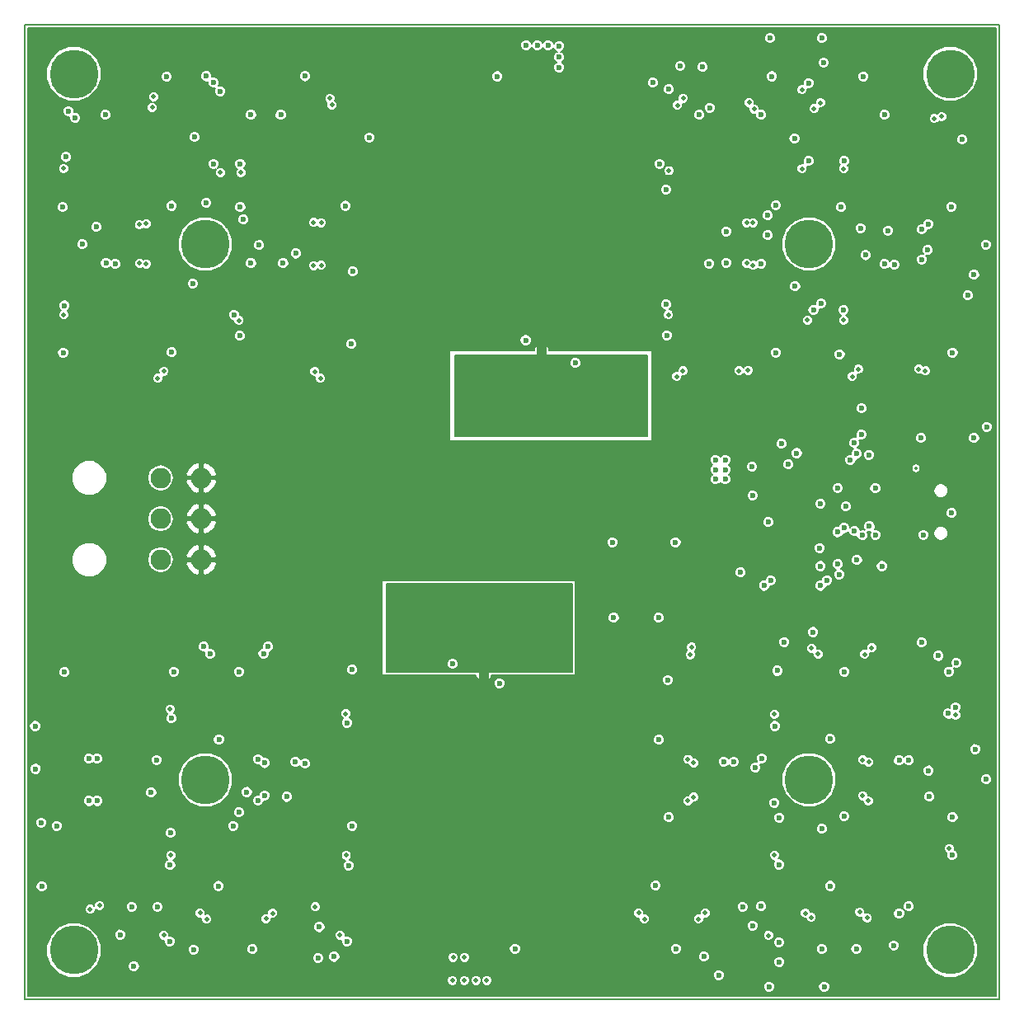
<source format=gbl>
G04 (created by PCBNEW (2013-05-16 BZR 4016)-stable) date 5. 1. 2014 18:12:53*
%MOIN*%
G04 Gerber Fmt 3.4, Leading zero omitted, Abs format*
%FSLAX34Y34*%
G01*
G70*
G90*
G04 APERTURE LIST*
%ADD10C,0.00590551*%
%ADD11C,0.19685*%
%ADD12R,0.0393701X0.0393701*%
%ADD13O,0.0826X0.0826*%
%ADD14C,0.023622*%
%ADD15C,0.019685*%
%ADD16C,0.011811*%
%ADD17C,0.00787402*%
G04 APERTURE END LIST*
G54D10*
X38779Y-61023D02*
X78149Y-61023D01*
X78149Y-61023D02*
X78149Y-21653D01*
X78149Y-21653D02*
X38779Y-21653D01*
X38779Y-21653D02*
X38779Y-61023D01*
G54D11*
X46062Y-30511D03*
G54D12*
X59665Y-34970D03*
X59665Y-34773D03*
X57322Y-47982D03*
X57322Y-47785D03*
G54D11*
X40748Y-23622D03*
X40748Y-59055D03*
X46062Y-52165D03*
X70472Y-52165D03*
X76181Y-59055D03*
X76181Y-23622D03*
X70472Y-30511D03*
G54D13*
X44252Y-43267D03*
X44252Y-41614D03*
X44252Y-39961D03*
X45904Y-39961D03*
X45904Y-41614D03*
X45904Y-43267D03*
G54D14*
X62578Y-45610D03*
X64389Y-45610D03*
X57952Y-48267D03*
X56062Y-47480D03*
X59015Y-34389D03*
X61023Y-35314D03*
X62519Y-42559D03*
X65078Y-42559D03*
G54D15*
X59665Y-35393D03*
X59665Y-35098D03*
X60039Y-35393D03*
X59291Y-35393D03*
X60039Y-35098D03*
X59311Y-35098D03*
X57437Y-36828D03*
X59484Y-36946D03*
X57342Y-47323D03*
X57342Y-47618D03*
X57716Y-47618D03*
X56968Y-47618D03*
X57716Y-47322D03*
X56988Y-47322D03*
X57688Y-45578D03*
X59641Y-45804D03*
G54D14*
X65266Y-23307D03*
X72559Y-29862D03*
X72667Y-23730D03*
X50098Y-23720D03*
X47608Y-29517D03*
X41653Y-29812D03*
X44507Y-23740D03*
X57874Y-23724D03*
X68976Y-23724D03*
X46102Y-23720D03*
X46102Y-28838D03*
X68809Y-29350D03*
X69074Y-53100D03*
X72381Y-59005D03*
X65088Y-58996D03*
X75344Y-52844D03*
X43877Y-52677D03*
X51278Y-59320D03*
X45590Y-59025D03*
X58582Y-58995D03*
X47972Y-59015D03*
X70984Y-59011D03*
X70984Y-54143D03*
X47421Y-53484D03*
X73523Y-31318D03*
X49212Y-31279D03*
X49114Y-25275D03*
X68543Y-31299D03*
X66437Y-31299D03*
X42047Y-31259D03*
X42027Y-25275D03*
X47913Y-25275D03*
X47913Y-31279D03*
X68169Y-39507D03*
X68543Y-25275D03*
X73523Y-25275D03*
X66043Y-25275D03*
X68188Y-40669D03*
X44094Y-51358D03*
X67421Y-51437D03*
X74507Y-51377D03*
X50098Y-51515D03*
G54D15*
X50511Y-57303D03*
G54D14*
X43090Y-57303D03*
X68562Y-51299D03*
X68543Y-57283D03*
X74507Y-57283D03*
X67785Y-57303D03*
X44129Y-57307D03*
X68818Y-41751D03*
X71624Y-42155D03*
G54D15*
X73011Y-46830D03*
X70570Y-46850D03*
X70326Y-57559D03*
X66271Y-57549D03*
X72724Y-47090D03*
X70846Y-47086D03*
X70561Y-57724D03*
X66003Y-57793D03*
X72889Y-51448D03*
X72866Y-53019D03*
X72645Y-52807D03*
X72641Y-51358D03*
X65807Y-52870D03*
X65807Y-51484D03*
X65580Y-51338D03*
X65578Y-53015D03*
X48789Y-57559D03*
X63582Y-57549D03*
X65728Y-46801D03*
X48523Y-57785D03*
X63818Y-57795D03*
X65669Y-47106D03*
G54D14*
X48602Y-46781D03*
X46003Y-46781D03*
G54D15*
X45856Y-57549D03*
X41791Y-57253D03*
X41407Y-57401D03*
X46122Y-57805D03*
G54D14*
X46259Y-47076D03*
X48415Y-47066D03*
X48464Y-51486D03*
X48464Y-52795D03*
X48198Y-53001D03*
X48198Y-51328D03*
X41692Y-51318D03*
X41692Y-53021D03*
X41358Y-53021D03*
X41358Y-51318D03*
G54D15*
X50492Y-35657D03*
X44393Y-35645D03*
X43980Y-24555D03*
X50716Y-35937D03*
X44145Y-35937D03*
X43917Y-24984D03*
X65381Y-24610D03*
X65374Y-35633D03*
X67645Y-35625D03*
X51098Y-24618D03*
X65149Y-24889D03*
X65127Y-35860D03*
X68011Y-35606D03*
X51181Y-24881D03*
X43405Y-31287D03*
X43397Y-29716D03*
X43677Y-31311D03*
X43673Y-29688D03*
X50440Y-31374D03*
X50444Y-29633D03*
X50751Y-29641D03*
X50751Y-31366D03*
X68051Y-24779D03*
X70935Y-24789D03*
X72468Y-35570D03*
X74909Y-35561D03*
X75177Y-35637D03*
X72214Y-35856D03*
X70679Y-25033D03*
X68248Y-25043D03*
G54D14*
X72913Y-41919D03*
X76240Y-41377D03*
G54D15*
X75836Y-25354D03*
G54D14*
X73159Y-42273D03*
X75098Y-42263D03*
G54D15*
X75531Y-25437D03*
X67952Y-29641D03*
X67952Y-31283D03*
X68212Y-29645D03*
X68208Y-31370D03*
G54D14*
X75031Y-31133D03*
X75031Y-29909D03*
X75275Y-30748D03*
X75283Y-29696D03*
X72637Y-42283D03*
X71643Y-43445D03*
G54D15*
X72824Y-57755D03*
G54D14*
X72411Y-43277D03*
G54D15*
X72529Y-57507D03*
G54D14*
X72391Y-38986D03*
X69350Y-38582D03*
X69980Y-38956D03*
X72145Y-39232D03*
X71889Y-41988D03*
X72893Y-39025D03*
X73415Y-43523D03*
X71692Y-43868D03*
X73149Y-40383D03*
X72312Y-42116D03*
X70935Y-43523D03*
X69084Y-49990D03*
X70944Y-44320D03*
X68917Y-44104D03*
X44645Y-55610D03*
X44625Y-58700D03*
X44685Y-49685D03*
X51850Y-55629D03*
X51791Y-58700D03*
X51791Y-49862D03*
X76102Y-49488D03*
X69251Y-55590D03*
X69251Y-58740D03*
X76259Y-55216D03*
X64429Y-27263D03*
X64153Y-23976D03*
X64685Y-32952D03*
X46397Y-27263D03*
X47480Y-27263D03*
X46397Y-23976D03*
X47224Y-33366D03*
X40433Y-26988D03*
X40374Y-32992D03*
X40531Y-25127D03*
X70452Y-23996D03*
X70452Y-27145D03*
X71889Y-27145D03*
X71870Y-33169D03*
X70649Y-33169D03*
X75708Y-47155D03*
X76397Y-49232D03*
G54D15*
X76141Y-54940D03*
X76397Y-49547D03*
G54D14*
X69468Y-46594D03*
X76417Y-47440D03*
X64803Y-24251D03*
X68651Y-44320D03*
X46673Y-24330D03*
G54D15*
X44665Y-55216D03*
X44389Y-58444D03*
X44645Y-49311D03*
X51763Y-55212D03*
X51503Y-58444D03*
X51744Y-49496D03*
X69074Y-55212D03*
X68830Y-58456D03*
X69070Y-49519D03*
X64803Y-27539D03*
X64791Y-33370D03*
X70196Y-24271D03*
X71877Y-27460D03*
X70196Y-27460D03*
X70413Y-33582D03*
X71870Y-33582D03*
X47500Y-27618D03*
X46673Y-27618D03*
X47429Y-33590D03*
X40342Y-33366D03*
X40334Y-27452D03*
G54D14*
X40807Y-25403D03*
X39202Y-51722D03*
X77185Y-50925D03*
X68897Y-22185D03*
X68858Y-60531D03*
X77145Y-38346D03*
X77145Y-31751D03*
X43179Y-59704D03*
X39429Y-53897D03*
X66820Y-60059D03*
X77637Y-52145D03*
X70984Y-22185D03*
X71082Y-60531D03*
X77618Y-30531D03*
X77657Y-37893D03*
X70935Y-41003D03*
X70639Y-46190D03*
X75019Y-46614D03*
X72588Y-38208D03*
X70964Y-32903D03*
X72598Y-37145D03*
X73385Y-44576D03*
X73769Y-44566D03*
X73779Y-44891D03*
X72696Y-44468D03*
X73385Y-44891D03*
X70954Y-40610D03*
G54D15*
X55954Y-43129D03*
X55954Y-42736D03*
X55954Y-42342D03*
X53582Y-43129D03*
X53582Y-42736D03*
X53582Y-42342D03*
X53582Y-41948D03*
X53976Y-41948D03*
X53976Y-42342D03*
X53976Y-42736D03*
X51299Y-43129D03*
X51692Y-43139D03*
X51692Y-42746D03*
X51692Y-42352D03*
X51692Y-41958D03*
X51299Y-41958D03*
X51299Y-42352D03*
X51299Y-42746D03*
X49744Y-43120D03*
X49350Y-43129D03*
X49350Y-42736D03*
X49350Y-42342D03*
X49350Y-41948D03*
X49744Y-41948D03*
X49744Y-42342D03*
X49744Y-42736D03*
G54D14*
X73041Y-60265D03*
X66220Y-60078D03*
X67244Y-59517D03*
X66456Y-22588D03*
X49478Y-59370D03*
X71210Y-44822D03*
X69448Y-44429D03*
X67805Y-45068D03*
X64586Y-45088D03*
X43523Y-59389D03*
X40285Y-50925D03*
X47125Y-32244D03*
X74393Y-36578D03*
X67519Y-24537D03*
X50137Y-24488D03*
X42906Y-24562D03*
G54D15*
X74015Y-55551D03*
X74015Y-55984D03*
X74448Y-55984D03*
X74881Y-55984D03*
X74881Y-55551D03*
X74448Y-55551D03*
X74015Y-55118D03*
X74015Y-55137D03*
X74448Y-54704D03*
X74448Y-54271D03*
X74881Y-54271D03*
X74881Y-54704D03*
X74881Y-55137D03*
X74448Y-55137D03*
X74005Y-54694D03*
X74005Y-54261D03*
X73572Y-54261D03*
X73139Y-54261D03*
X73139Y-54694D03*
X73572Y-54694D03*
X74005Y-55127D03*
X74005Y-55127D03*
X73572Y-55561D03*
X73572Y-55994D03*
X73139Y-55994D03*
X73139Y-55561D03*
X73139Y-55127D03*
X73572Y-55127D03*
X66929Y-55551D03*
X66929Y-55984D03*
X67362Y-55984D03*
X67795Y-55984D03*
X67795Y-55551D03*
X67362Y-55551D03*
X66929Y-55118D03*
X66929Y-55137D03*
X67362Y-54704D03*
X67362Y-54271D03*
X67795Y-54271D03*
X67795Y-54704D03*
X67795Y-55137D03*
X67362Y-55137D03*
X66919Y-54694D03*
X66919Y-54261D03*
X66486Y-54261D03*
X66053Y-54261D03*
X66053Y-54694D03*
X66486Y-54694D03*
X66919Y-55127D03*
X66919Y-55127D03*
X66486Y-55561D03*
X66486Y-55994D03*
X66053Y-55994D03*
X66053Y-55561D03*
X66053Y-55127D03*
X66486Y-55127D03*
X74015Y-49645D03*
X74015Y-50078D03*
X74448Y-50078D03*
X74881Y-50078D03*
X74881Y-49645D03*
X74448Y-49645D03*
X74015Y-49212D03*
X74015Y-49232D03*
X74448Y-48799D03*
X74448Y-48366D03*
X74881Y-48366D03*
X74881Y-48799D03*
X74881Y-49232D03*
X74448Y-49232D03*
X74005Y-48789D03*
X74005Y-48356D03*
X73572Y-48356D03*
X73139Y-48356D03*
X73139Y-48789D03*
X73572Y-48789D03*
X74005Y-49222D03*
X74005Y-49222D03*
X73572Y-49655D03*
X73572Y-50088D03*
X73139Y-50088D03*
X73139Y-49655D03*
X73139Y-49222D03*
X73572Y-49222D03*
X66486Y-49222D03*
X66053Y-49222D03*
X66053Y-49655D03*
X66053Y-50088D03*
X66486Y-50088D03*
X66486Y-49655D03*
X66919Y-49222D03*
X66919Y-49222D03*
X66486Y-48789D03*
X66053Y-48789D03*
X66053Y-48356D03*
X66486Y-48356D03*
X66919Y-48356D03*
X66919Y-48789D03*
X67362Y-49232D03*
X67795Y-49232D03*
X67795Y-48799D03*
X67795Y-48366D03*
X67362Y-48366D03*
X67362Y-48799D03*
X66929Y-49232D03*
X66929Y-49212D03*
X67362Y-49645D03*
X67795Y-49645D03*
X67795Y-50078D03*
X67362Y-50078D03*
X66929Y-50078D03*
X66929Y-49645D03*
X49163Y-55127D03*
X48730Y-55127D03*
X48730Y-55561D03*
X48730Y-55994D03*
X49163Y-55994D03*
X49163Y-55561D03*
X49596Y-55127D03*
X49596Y-55127D03*
X49163Y-54694D03*
X48730Y-54694D03*
X48730Y-54261D03*
X49163Y-54261D03*
X49596Y-54261D03*
X49596Y-54694D03*
X50039Y-55137D03*
X50472Y-55137D03*
X50472Y-54704D03*
X50472Y-54271D03*
X50039Y-54271D03*
X50039Y-54704D03*
X49606Y-55137D03*
X49606Y-55118D03*
X50039Y-55551D03*
X50472Y-55551D03*
X50472Y-55984D03*
X50039Y-55984D03*
X49606Y-55984D03*
X49606Y-55551D03*
X49163Y-49222D03*
X48730Y-49222D03*
X48730Y-49655D03*
X48730Y-50088D03*
X49163Y-50088D03*
X49163Y-49655D03*
X49596Y-49222D03*
X49596Y-49222D03*
X49163Y-48789D03*
X48730Y-48789D03*
X48730Y-48356D03*
X49163Y-48356D03*
X49596Y-48356D03*
X49596Y-48789D03*
X50039Y-49232D03*
X50472Y-49232D03*
X50472Y-48799D03*
X50472Y-48366D03*
X50039Y-48366D03*
X50039Y-48799D03*
X49606Y-49232D03*
X49606Y-49212D03*
X50039Y-49645D03*
X50472Y-49645D03*
X50472Y-50078D03*
X50039Y-50078D03*
X49606Y-50078D03*
X49606Y-49645D03*
X42076Y-55127D03*
X41643Y-55127D03*
X41643Y-55561D03*
X41643Y-55994D03*
X42076Y-55994D03*
X42076Y-55561D03*
X42509Y-55127D03*
X42509Y-55127D03*
X42076Y-54694D03*
X41643Y-54694D03*
X41643Y-54261D03*
X42076Y-54261D03*
X42509Y-54261D03*
X42509Y-54694D03*
X42952Y-55137D03*
X43385Y-55137D03*
X43385Y-54704D03*
X43385Y-54271D03*
X42952Y-54271D03*
X42952Y-54704D03*
X42519Y-55137D03*
X42519Y-55118D03*
X42952Y-55551D03*
X43385Y-55551D03*
X43385Y-55984D03*
X42952Y-55984D03*
X42519Y-55984D03*
X42519Y-55551D03*
X42519Y-49645D03*
X42519Y-50078D03*
X42952Y-50078D03*
X43385Y-50078D03*
X43385Y-49645D03*
X42952Y-49645D03*
X42519Y-49212D03*
X42519Y-49232D03*
X42952Y-48799D03*
X42952Y-48366D03*
X43385Y-48366D03*
X43385Y-48799D03*
X43385Y-49232D03*
X42952Y-49232D03*
X42509Y-48789D03*
X42509Y-48356D03*
X42076Y-48356D03*
X41643Y-48356D03*
X41643Y-48789D03*
X42076Y-48789D03*
X42509Y-49222D03*
X42509Y-49222D03*
X42076Y-49655D03*
X42076Y-50088D03*
X41643Y-50088D03*
X41643Y-49655D03*
X41643Y-49222D03*
X42076Y-49222D03*
X74458Y-33454D03*
X74891Y-33454D03*
X74891Y-33021D03*
X74891Y-32588D03*
X74458Y-32588D03*
X74458Y-33021D03*
X74025Y-33454D03*
X74025Y-33454D03*
X74458Y-33887D03*
X74891Y-33887D03*
X74891Y-34320D03*
X74458Y-34320D03*
X74025Y-34320D03*
X74025Y-33887D03*
X73582Y-33444D03*
X73149Y-33444D03*
X73149Y-33877D03*
X73149Y-34311D03*
X73582Y-34311D03*
X73582Y-33877D03*
X74015Y-33444D03*
X74015Y-33464D03*
X73582Y-33031D03*
X73149Y-33031D03*
X73149Y-32598D03*
X73582Y-32598D03*
X74015Y-32598D03*
X74015Y-33031D03*
X67372Y-33454D03*
X67805Y-33454D03*
X67805Y-33021D03*
X67805Y-32588D03*
X67372Y-32588D03*
X67372Y-33021D03*
X66938Y-33454D03*
X66938Y-33454D03*
X67372Y-33887D03*
X67805Y-33887D03*
X67805Y-34320D03*
X67372Y-34320D03*
X66938Y-34320D03*
X66938Y-33887D03*
X66496Y-33444D03*
X66062Y-33444D03*
X66062Y-33877D03*
X66062Y-34311D03*
X66496Y-34311D03*
X66496Y-33877D03*
X66929Y-33444D03*
X66929Y-33464D03*
X66496Y-33031D03*
X66062Y-33031D03*
X66062Y-32598D03*
X66496Y-32598D03*
X66929Y-32598D03*
X66929Y-33031D03*
X74458Y-27549D03*
X74891Y-27549D03*
X74891Y-27116D03*
X74891Y-26683D03*
X74458Y-26683D03*
X74458Y-27116D03*
X74025Y-27549D03*
X74025Y-27549D03*
X74458Y-27982D03*
X74891Y-27982D03*
X74891Y-28415D03*
X74458Y-28415D03*
X74025Y-28415D03*
X74025Y-27982D03*
X73582Y-27539D03*
X73149Y-27539D03*
X73149Y-27972D03*
X73149Y-28405D03*
X73582Y-28405D03*
X73582Y-27972D03*
X74015Y-27539D03*
X74015Y-27559D03*
X73582Y-27125D03*
X73149Y-27125D03*
X73149Y-26692D03*
X73582Y-26692D03*
X74015Y-26692D03*
X74015Y-27125D03*
X66929Y-27125D03*
X66929Y-26692D03*
X66496Y-26692D03*
X66062Y-26692D03*
X66062Y-27125D03*
X66496Y-27125D03*
X66929Y-27559D03*
X66929Y-27539D03*
X66496Y-27972D03*
X66496Y-28405D03*
X66062Y-28405D03*
X66062Y-27972D03*
X66062Y-27539D03*
X66496Y-27539D03*
X66938Y-27982D03*
X66938Y-28415D03*
X67372Y-28415D03*
X67805Y-28415D03*
X67805Y-27982D03*
X67372Y-27982D03*
X66938Y-27549D03*
X66938Y-27549D03*
X67372Y-27116D03*
X67372Y-26683D03*
X67805Y-26683D03*
X67805Y-27116D03*
X67805Y-27549D03*
X67372Y-27549D03*
X49606Y-33031D03*
X49606Y-32598D03*
X49173Y-32598D03*
X48740Y-32598D03*
X48740Y-33031D03*
X49173Y-33031D03*
X49606Y-33464D03*
X49606Y-33444D03*
X49173Y-33877D03*
X49173Y-34311D03*
X48740Y-34311D03*
X48740Y-33877D03*
X48740Y-33444D03*
X49173Y-33444D03*
X49616Y-33887D03*
X49616Y-34320D03*
X50049Y-34320D03*
X50482Y-34320D03*
X50482Y-33887D03*
X50049Y-33887D03*
X49616Y-33454D03*
X49616Y-33454D03*
X50049Y-33021D03*
X50049Y-32588D03*
X50482Y-32588D03*
X50482Y-33021D03*
X50482Y-33454D03*
X50049Y-33454D03*
X42519Y-33031D03*
X42519Y-32598D03*
X42086Y-32598D03*
X41653Y-32598D03*
X41653Y-33031D03*
X42086Y-33031D03*
X42519Y-33464D03*
X42519Y-33444D03*
X42086Y-33877D03*
X42086Y-34311D03*
X41653Y-34311D03*
X41653Y-33877D03*
X41653Y-33444D03*
X42086Y-33444D03*
X42529Y-33887D03*
X42529Y-34320D03*
X42962Y-34320D03*
X43395Y-34320D03*
X43395Y-33887D03*
X42962Y-33887D03*
X42529Y-33454D03*
X42529Y-33454D03*
X42962Y-33021D03*
X42962Y-32588D03*
X43395Y-32588D03*
X43395Y-33021D03*
X43395Y-33454D03*
X42962Y-33454D03*
X49606Y-27125D03*
X49606Y-26692D03*
X49173Y-26692D03*
X48740Y-26692D03*
X48740Y-27125D03*
X49173Y-27125D03*
X49606Y-27559D03*
X49606Y-27539D03*
X49173Y-27972D03*
X49173Y-28405D03*
X48740Y-28405D03*
X48740Y-27972D03*
X48740Y-27539D03*
X49173Y-27539D03*
X49616Y-27982D03*
X49616Y-28415D03*
X50049Y-28415D03*
X50482Y-28415D03*
X50482Y-27982D03*
X50049Y-27982D03*
X49616Y-27549D03*
X49616Y-27549D03*
X50049Y-27116D03*
X50049Y-26683D03*
X50482Y-26683D03*
X50482Y-27116D03*
X50482Y-27549D03*
X50049Y-27549D03*
X42962Y-27549D03*
X43395Y-27549D03*
X43395Y-27116D03*
X43395Y-26683D03*
X42962Y-26683D03*
X42962Y-27116D03*
X42529Y-27549D03*
X42529Y-27549D03*
X42962Y-27982D03*
X43395Y-27982D03*
X43395Y-28415D03*
X42962Y-28415D03*
X42529Y-28415D03*
X42529Y-27982D03*
X42086Y-27539D03*
X41653Y-27539D03*
X41653Y-27972D03*
X41653Y-28405D03*
X42086Y-28405D03*
X42086Y-27972D03*
X42519Y-27539D03*
X42519Y-27559D03*
X42086Y-27125D03*
X41653Y-27125D03*
X41653Y-26692D03*
X42086Y-26692D03*
X42519Y-26692D03*
X42519Y-27125D03*
G54D14*
X62913Y-22145D03*
X66850Y-22145D03*
X77204Y-24862D03*
X76417Y-56318D03*
X77342Y-57480D03*
X74783Y-60098D03*
X42194Y-58070D03*
X53267Y-60570D03*
X49330Y-60570D03*
X45393Y-60570D03*
X41456Y-60570D03*
X73614Y-58122D03*
G54D15*
X58937Y-60216D03*
X59409Y-60216D03*
X59881Y-60216D03*
X60354Y-60216D03*
G54D14*
X65078Y-60570D03*
X61141Y-60570D03*
X68031Y-42322D03*
X67362Y-42992D03*
X66535Y-43759D03*
X65433Y-43799D03*
X64566Y-43996D03*
X68110Y-37775D03*
X66535Y-37775D03*
X64566Y-37775D03*
X63700Y-44350D03*
X63700Y-46318D03*
X63700Y-48287D03*
X63700Y-51043D03*
X63070Y-51574D03*
X59448Y-49625D03*
X59842Y-49625D03*
X60236Y-49625D03*
X60629Y-49625D03*
X61023Y-49625D03*
X61417Y-49625D03*
X61811Y-49625D03*
X59055Y-51555D03*
X57165Y-51555D03*
X54133Y-51082D03*
X54133Y-49507D03*
X54133Y-48326D03*
G54D15*
X74551Y-24598D03*
G54D14*
X73070Y-22972D03*
X56614Y-22539D03*
X56141Y-22539D03*
X57086Y-22539D03*
X57559Y-22539D03*
X43425Y-22145D03*
X47362Y-22145D03*
X51299Y-22145D03*
X55236Y-22145D03*
X57559Y-33110D03*
X57165Y-33110D03*
X56771Y-33110D03*
X56377Y-33110D03*
X55984Y-33110D03*
X55590Y-33110D03*
X55196Y-33110D03*
X63307Y-31377D03*
X63307Y-32952D03*
X63307Y-34704D03*
X61988Y-34704D03*
X58031Y-31082D03*
X59881Y-31082D03*
X53661Y-36732D03*
X52992Y-36732D03*
X52992Y-34960D03*
X52992Y-32992D03*
X52992Y-31023D03*
X54133Y-30984D03*
G54D15*
X48188Y-45098D03*
X48582Y-45098D03*
X48976Y-45098D03*
X49370Y-45098D03*
X49763Y-45098D03*
X52125Y-45098D03*
X51732Y-45098D03*
X51338Y-45098D03*
X50944Y-45098D03*
X50551Y-45098D03*
X50157Y-45098D03*
X53976Y-43129D03*
X55954Y-41948D03*
X55561Y-41948D03*
X55561Y-42342D03*
X55561Y-42736D03*
X55561Y-43129D03*
G54D14*
X66948Y-52282D03*
X71830Y-56318D03*
X76377Y-32007D03*
G54D15*
X50141Y-36555D03*
X66653Y-58055D03*
G54D14*
X39823Y-34291D03*
X76181Y-26338D03*
X39940Y-56318D03*
X43287Y-46181D03*
X45610Y-50295D03*
X45294Y-48366D03*
X46969Y-28405D03*
X39804Y-28385D03*
X76692Y-28366D03*
X67775Y-46141D03*
X64763Y-47618D03*
X69783Y-48385D03*
X66397Y-46141D03*
X64763Y-56338D03*
X64292Y-54271D03*
X69842Y-54271D03*
X76790Y-34291D03*
X76790Y-54271D03*
X73956Y-52302D03*
X74547Y-46141D03*
X73405Y-46102D03*
X71811Y-50413D03*
X71201Y-34311D03*
X76712Y-48366D03*
X76643Y-50177D03*
X71260Y-28385D03*
X71092Y-32312D03*
X71456Y-25984D03*
X73917Y-30433D03*
X66830Y-30355D03*
X67263Y-36480D03*
X69448Y-32204D03*
X66141Y-36456D03*
X73188Y-36437D03*
X52204Y-26299D03*
X43208Y-36535D03*
X48799Y-36515D03*
X45059Y-32204D03*
X41771Y-36515D03*
X64232Y-34822D03*
X69409Y-26299D03*
X64173Y-28917D03*
X52706Y-56013D03*
X45078Y-56082D03*
X52480Y-48405D03*
X49350Y-46161D03*
X49625Y-52361D03*
X51889Y-53524D03*
X44655Y-53316D03*
X42539Y-52184D03*
X51535Y-32263D03*
X46948Y-34803D03*
X49448Y-30432D03*
X42519Y-30392D03*
X68937Y-23169D03*
X62224Y-33169D03*
X62224Y-33562D03*
X62224Y-33956D03*
X62224Y-34350D03*
X63425Y-41968D03*
X63425Y-41574D03*
X63425Y-41181D03*
X55118Y-49507D03*
X55118Y-49114D03*
X55118Y-48720D03*
X55118Y-48326D03*
X66496Y-38543D03*
X66102Y-38543D03*
X65708Y-38543D03*
X65314Y-38543D03*
G54D15*
X65098Y-41751D03*
X64744Y-41751D03*
X65098Y-41417D03*
X64744Y-41417D03*
G54D14*
X68543Y-40078D03*
X47342Y-56534D03*
X41948Y-46161D03*
X47342Y-50629D03*
X52568Y-50403D03*
X69793Y-50442D03*
X69812Y-56505D03*
X69566Y-28346D03*
X64468Y-25905D03*
X69625Y-34271D03*
X64153Y-32047D03*
X51850Y-34034D03*
X52224Y-28385D03*
X45196Y-34271D03*
X45137Y-26299D03*
X45216Y-28366D03*
X47106Y-26574D03*
X39458Y-32234D03*
X40039Y-26318D03*
X46909Y-48405D03*
X71397Y-54330D03*
X47322Y-54546D03*
X40196Y-54546D03*
X39881Y-48405D03*
X71417Y-48385D03*
X71958Y-41112D03*
X71633Y-40374D03*
X42421Y-31318D03*
X41092Y-30511D03*
X49723Y-30885D03*
X48238Y-30551D03*
X50679Y-58120D03*
X50620Y-59370D03*
X42618Y-58425D03*
X47746Y-52658D03*
X49350Y-52854D03*
X49704Y-51437D03*
X66456Y-25000D03*
X66171Y-23346D03*
X67125Y-31259D03*
X67125Y-30000D03*
X68809Y-30147D03*
X72765Y-30954D03*
X73917Y-31338D03*
X73661Y-29960D03*
X68306Y-51673D03*
X67027Y-51427D03*
X75305Y-51791D03*
X74114Y-51377D03*
X66220Y-59311D03*
X68188Y-58061D03*
X74114Y-57559D03*
X73897Y-58858D03*
X70905Y-42795D03*
X69635Y-39419D03*
X69133Y-34901D03*
X71200Y-44094D03*
X67706Y-43780D03*
X76279Y-34901D03*
X39183Y-49990D03*
G54D15*
X57440Y-60275D03*
X57007Y-60275D03*
X56535Y-60275D03*
X56062Y-60275D03*
X56082Y-59340D03*
X56545Y-59340D03*
G54D14*
X60374Y-23366D03*
X60374Y-22952D03*
X60374Y-22500D03*
X59921Y-22480D03*
X59488Y-22460D03*
X59035Y-22460D03*
X76663Y-26279D03*
X47480Y-29015D03*
X40314Y-34901D03*
X64409Y-50551D03*
X64763Y-48129D03*
X69192Y-47755D03*
X64271Y-56437D03*
X64803Y-53681D03*
X69271Y-53700D03*
X71338Y-56456D03*
X76279Y-53681D03*
X71889Y-53641D03*
X71318Y-50511D03*
X71712Y-34960D03*
X76122Y-47795D03*
X71909Y-47795D03*
X71771Y-29015D03*
X76889Y-32578D03*
X76220Y-28996D03*
X69911Y-32214D03*
X64724Y-34192D03*
X69881Y-26240D03*
X69133Y-28937D03*
X64685Y-28307D03*
X52007Y-47716D03*
X46614Y-50531D03*
X47421Y-47795D03*
X46594Y-56456D03*
X52007Y-54035D03*
X47185Y-54035D03*
X44665Y-54311D03*
X39448Y-56476D03*
X40059Y-54035D03*
X40374Y-47814D03*
X44783Y-47795D03*
X52027Y-31614D03*
X51968Y-34547D03*
X47460Y-34212D03*
X45551Y-32106D03*
X52696Y-26200D03*
X45629Y-26181D03*
X40295Y-29015D03*
X72303Y-38543D03*
X67086Y-40019D03*
X66692Y-40019D03*
X66692Y-39625D03*
X67086Y-39625D03*
X67086Y-39232D03*
X66692Y-39232D03*
X75000Y-38346D03*
X51732Y-28956D03*
X44704Y-34881D03*
X44704Y-28956D03*
X69271Y-59527D03*
X71062Y-23169D03*
G54D16*
X74793Y-39577D02*
X74803Y-39587D01*
X74793Y-39557D02*
X74793Y-39577D01*
X73385Y-44891D02*
X73779Y-44891D01*
X73385Y-44576D02*
X73474Y-44566D01*
X73474Y-44566D02*
X73769Y-44566D01*
X55561Y-42342D02*
X55561Y-41948D01*
X55561Y-43129D02*
X55561Y-42736D01*
X53582Y-42736D02*
X53582Y-43129D01*
X53582Y-41948D02*
X53582Y-42342D01*
X53976Y-42342D02*
X53976Y-41948D01*
X53976Y-43129D02*
X53976Y-42736D01*
X51299Y-43129D02*
X51299Y-42746D01*
X51692Y-42746D02*
X51692Y-43139D01*
X51692Y-41958D02*
X51692Y-42352D01*
X51299Y-42352D02*
X51299Y-41958D01*
X49744Y-43120D02*
X49744Y-42736D01*
X49350Y-42736D02*
X49350Y-43129D01*
X49350Y-41948D02*
X49350Y-42342D01*
X49744Y-42342D02*
X49744Y-41948D01*
X71092Y-45039D02*
X71092Y-45029D01*
X71210Y-44842D02*
X71210Y-44822D01*
X71092Y-45029D02*
X71210Y-44842D01*
X69448Y-44429D02*
X69448Y-44419D01*
X67805Y-45068D02*
X71092Y-45039D01*
X71092Y-45039D02*
X71082Y-45039D01*
X40305Y-50954D02*
X40305Y-50944D01*
X40305Y-50944D02*
X40285Y-50925D01*
X74015Y-55551D02*
X74015Y-55118D01*
X74015Y-55984D02*
X74448Y-55984D01*
X74881Y-55984D02*
X74881Y-55551D01*
X74881Y-54271D02*
X74448Y-54271D01*
X74881Y-55137D02*
X74881Y-54704D01*
X74448Y-55137D02*
X74015Y-55137D01*
X74005Y-54694D02*
X74005Y-55127D01*
X74005Y-54261D02*
X73572Y-54261D01*
X73139Y-54261D02*
X73139Y-54694D01*
X73139Y-55994D02*
X73572Y-55994D01*
X73139Y-55127D02*
X73139Y-55561D01*
X73572Y-55127D02*
X74005Y-55127D01*
X66929Y-55551D02*
X66929Y-55118D01*
X66929Y-55984D02*
X67362Y-55984D01*
X67795Y-55984D02*
X67795Y-55551D01*
X67795Y-54271D02*
X67362Y-54271D01*
X67795Y-55137D02*
X67795Y-54704D01*
X67362Y-55137D02*
X66929Y-55137D01*
X66919Y-54694D02*
X66919Y-55127D01*
X66919Y-54261D02*
X66486Y-54261D01*
X66053Y-54261D02*
X66053Y-54694D01*
X66053Y-55994D02*
X66486Y-55994D01*
X66053Y-55127D02*
X66053Y-55561D01*
X66486Y-55127D02*
X66919Y-55127D01*
X74015Y-49645D02*
X74015Y-49212D01*
X74015Y-50078D02*
X74448Y-50078D01*
X74881Y-50078D02*
X74881Y-49645D01*
X74881Y-48366D02*
X74448Y-48366D01*
X74881Y-49232D02*
X74881Y-48799D01*
X74448Y-49232D02*
X74015Y-49232D01*
X74005Y-48789D02*
X74005Y-49222D01*
X74005Y-48356D02*
X73572Y-48356D01*
X73139Y-48356D02*
X73139Y-48789D01*
X73139Y-50088D02*
X73572Y-50088D01*
X73139Y-49222D02*
X73139Y-49655D01*
X73572Y-49222D02*
X74005Y-49222D01*
X66486Y-49222D02*
X66919Y-49222D01*
X66053Y-49222D02*
X66053Y-49655D01*
X66053Y-50088D02*
X66486Y-50088D01*
X66053Y-48356D02*
X66053Y-48789D01*
X66919Y-48356D02*
X66486Y-48356D01*
X66919Y-48789D02*
X66919Y-49222D01*
X67362Y-49232D02*
X66929Y-49232D01*
X67795Y-49232D02*
X67795Y-48799D01*
X67795Y-48366D02*
X67362Y-48366D01*
X67795Y-50078D02*
X67795Y-49645D01*
X66929Y-50078D02*
X67362Y-50078D01*
X66929Y-49645D02*
X66929Y-49212D01*
X49163Y-55127D02*
X49596Y-55127D01*
X48730Y-55127D02*
X48730Y-55561D01*
X48730Y-55994D02*
X49163Y-55994D01*
X48730Y-54261D02*
X48730Y-54694D01*
X49596Y-54261D02*
X49163Y-54261D01*
X49596Y-54694D02*
X49596Y-55127D01*
X50039Y-55137D02*
X49606Y-55137D01*
X50472Y-55137D02*
X50472Y-54704D01*
X50472Y-54271D02*
X50039Y-54271D01*
X50472Y-55984D02*
X50472Y-55551D01*
X49606Y-55984D02*
X50039Y-55984D01*
X49606Y-55551D02*
X49606Y-55118D01*
X49163Y-49222D02*
X49596Y-49222D01*
X48730Y-49222D02*
X48730Y-49655D01*
X48730Y-50088D02*
X49163Y-50088D01*
X48730Y-48356D02*
X48730Y-48789D01*
X49596Y-48356D02*
X49163Y-48356D01*
X49596Y-48789D02*
X49596Y-49222D01*
X50039Y-49232D02*
X49606Y-49232D01*
X50472Y-49232D02*
X50472Y-48799D01*
X50472Y-48366D02*
X50039Y-48366D01*
X50472Y-50078D02*
X50472Y-49645D01*
X49606Y-50078D02*
X50039Y-50078D01*
X49606Y-49645D02*
X49606Y-49212D01*
X42076Y-55127D02*
X42509Y-55127D01*
X41643Y-55127D02*
X41643Y-55561D01*
X41643Y-55994D02*
X42076Y-55994D01*
X41643Y-54261D02*
X41643Y-54694D01*
X42509Y-54261D02*
X42076Y-54261D01*
X42509Y-54694D02*
X42509Y-55127D01*
X42952Y-55137D02*
X42519Y-55137D01*
X43385Y-55137D02*
X43385Y-54704D01*
X43385Y-54271D02*
X42952Y-54271D01*
X43385Y-55984D02*
X43385Y-55551D01*
X42519Y-55984D02*
X42952Y-55984D01*
X42519Y-55551D02*
X42519Y-55118D01*
X42519Y-49645D02*
X42519Y-49212D01*
X42519Y-50078D02*
X42952Y-50078D01*
X43385Y-50078D02*
X43385Y-49645D01*
X43385Y-48366D02*
X42952Y-48366D01*
X43385Y-49232D02*
X43385Y-48799D01*
X42952Y-49232D02*
X42519Y-49232D01*
X42509Y-48789D02*
X42509Y-49222D01*
X42509Y-48356D02*
X42076Y-48356D01*
X41643Y-48356D02*
X41643Y-48789D01*
X41643Y-50088D02*
X42076Y-50088D01*
X41643Y-49222D02*
X41643Y-49655D01*
X42076Y-49222D02*
X42509Y-49222D01*
X74458Y-33454D02*
X74025Y-33454D01*
X74891Y-33454D02*
X74891Y-33021D01*
X74891Y-32588D02*
X74458Y-32588D01*
X74891Y-34320D02*
X74891Y-33887D01*
X74025Y-34320D02*
X74458Y-34320D01*
X74025Y-33887D02*
X74025Y-33454D01*
X73582Y-33444D02*
X74015Y-33444D01*
X73149Y-33444D02*
X73149Y-33877D01*
X73149Y-34311D02*
X73582Y-34311D01*
X73149Y-32598D02*
X73149Y-33031D01*
X74015Y-32598D02*
X73582Y-32598D01*
X74015Y-33031D02*
X74015Y-33464D01*
X67372Y-33454D02*
X66938Y-33454D01*
X67805Y-33454D02*
X67805Y-33021D01*
X67805Y-32588D02*
X67372Y-32588D01*
X67805Y-34320D02*
X67805Y-33887D01*
X66938Y-34320D02*
X67372Y-34320D01*
X66938Y-33887D02*
X66938Y-33454D01*
X66496Y-33444D02*
X66929Y-33444D01*
X66062Y-33444D02*
X66062Y-33877D01*
X66062Y-34311D02*
X66496Y-34311D01*
X66062Y-32598D02*
X66062Y-33031D01*
X66929Y-32598D02*
X66496Y-32598D01*
X66929Y-33031D02*
X66929Y-33464D01*
X74458Y-27549D02*
X74025Y-27549D01*
X74891Y-27549D02*
X74891Y-27116D01*
X74891Y-26683D02*
X74458Y-26683D01*
X74891Y-28415D02*
X74891Y-27982D01*
X74025Y-28415D02*
X74458Y-28415D01*
X74025Y-27982D02*
X74025Y-27549D01*
X73582Y-27539D02*
X74015Y-27539D01*
X73149Y-27539D02*
X73149Y-27972D01*
X73149Y-28405D02*
X73582Y-28405D01*
X73149Y-26692D02*
X73149Y-27125D01*
X74015Y-26692D02*
X73582Y-26692D01*
X74015Y-27125D02*
X74015Y-27559D01*
X66929Y-27125D02*
X66929Y-27559D01*
X66929Y-26692D02*
X66496Y-26692D01*
X66062Y-26692D02*
X66062Y-27125D01*
X66062Y-28405D02*
X66496Y-28405D01*
X66062Y-27539D02*
X66062Y-27972D01*
X66496Y-27539D02*
X66929Y-27539D01*
X66938Y-27982D02*
X66938Y-27549D01*
X66938Y-28415D02*
X67372Y-28415D01*
X67805Y-28415D02*
X67805Y-27982D01*
X67805Y-26683D02*
X67372Y-26683D01*
X67805Y-27549D02*
X67805Y-27116D01*
X67372Y-27549D02*
X66938Y-27549D01*
X49606Y-33031D02*
X49606Y-33464D01*
X49606Y-32598D02*
X49173Y-32598D01*
X48740Y-32598D02*
X48740Y-33031D01*
X48740Y-34311D02*
X49173Y-34311D01*
X48740Y-33444D02*
X48740Y-33877D01*
X49173Y-33444D02*
X49606Y-33444D01*
X49616Y-33887D02*
X49616Y-33454D01*
X49616Y-34320D02*
X50049Y-34320D01*
X50482Y-34320D02*
X50482Y-33887D01*
X50482Y-32588D02*
X50049Y-32588D01*
X50482Y-33454D02*
X50482Y-33021D01*
X50049Y-33454D02*
X49616Y-33454D01*
X42519Y-33031D02*
X42519Y-33464D01*
X42519Y-32598D02*
X42086Y-32598D01*
X41653Y-32598D02*
X41653Y-33031D01*
X41653Y-34311D02*
X42086Y-34311D01*
X41653Y-33444D02*
X41653Y-33877D01*
X42086Y-33444D02*
X42519Y-33444D01*
X42529Y-33887D02*
X42529Y-33454D01*
X42529Y-34320D02*
X42962Y-34320D01*
X43395Y-34320D02*
X43395Y-33887D01*
X43395Y-32588D02*
X42962Y-32588D01*
X43395Y-33454D02*
X43395Y-33021D01*
X42962Y-33454D02*
X42529Y-33454D01*
X49606Y-27125D02*
X49606Y-27559D01*
X49606Y-26692D02*
X49173Y-26692D01*
X48740Y-26692D02*
X48740Y-27125D01*
X48740Y-28405D02*
X49173Y-28405D01*
X48740Y-27539D02*
X48740Y-27972D01*
X49173Y-27539D02*
X49606Y-27539D01*
X49616Y-27982D02*
X49616Y-27549D01*
X49616Y-28415D02*
X50049Y-28415D01*
X50482Y-28415D02*
X50482Y-27982D01*
X50482Y-26683D02*
X50049Y-26683D01*
X50482Y-27549D02*
X50482Y-27116D01*
X50049Y-27549D02*
X49616Y-27549D01*
X42962Y-27549D02*
X42529Y-27549D01*
X43395Y-27549D02*
X43395Y-27116D01*
X43395Y-26683D02*
X42962Y-26683D01*
X43395Y-28415D02*
X43395Y-27982D01*
X42529Y-28415D02*
X42962Y-28415D01*
X42529Y-27982D02*
X42529Y-27549D01*
X42086Y-27539D02*
X42519Y-27539D01*
X41653Y-27539D02*
X41653Y-27972D01*
X41653Y-28405D02*
X42086Y-28405D01*
X41653Y-26692D02*
X41653Y-27125D01*
X42519Y-26692D02*
X42086Y-26692D01*
X42519Y-27125D02*
X42519Y-27559D01*
X66850Y-22145D02*
X62913Y-22145D01*
X76181Y-26338D02*
X76181Y-25885D01*
X76181Y-25885D02*
X77204Y-24862D01*
X76417Y-56318D02*
X76417Y-56555D01*
X76417Y-56555D02*
X77342Y-57480D01*
X73614Y-58122D02*
X73614Y-58929D01*
X73614Y-58929D02*
X74783Y-60098D01*
X42194Y-58070D02*
X42194Y-59832D01*
X45393Y-60570D02*
X49330Y-60570D01*
X42194Y-59832D02*
X41456Y-60570D01*
X60354Y-60216D02*
X60787Y-60216D01*
X58937Y-60216D02*
X59409Y-60216D01*
X59881Y-60216D02*
X60354Y-60216D01*
X65078Y-60570D02*
X65078Y-60590D01*
X60787Y-60216D02*
X61141Y-60570D01*
X68031Y-42322D02*
X67362Y-42992D01*
X66535Y-43759D02*
X66496Y-43799D01*
X66496Y-43799D02*
X65433Y-43799D01*
X64566Y-43996D02*
X64586Y-44015D01*
X64586Y-44015D02*
X64586Y-45088D01*
X65314Y-38543D02*
X65314Y-38523D01*
X66535Y-37775D02*
X68110Y-37775D01*
X65314Y-38523D02*
X64566Y-37775D01*
X63700Y-48287D02*
X63700Y-46318D01*
X63602Y-51043D02*
X63700Y-51043D01*
X63070Y-51574D02*
X63602Y-51043D01*
X60236Y-49625D02*
X59842Y-49625D01*
X61023Y-49625D02*
X60629Y-49625D01*
X61811Y-49625D02*
X61417Y-49625D01*
X57165Y-51555D02*
X59055Y-51555D01*
X54133Y-48326D02*
X54133Y-49507D01*
X74551Y-24598D02*
X74551Y-24452D01*
X74551Y-24452D02*
X73070Y-22972D01*
X56141Y-22539D02*
X55629Y-22539D01*
X56614Y-22539D02*
X56141Y-22539D01*
X57559Y-22539D02*
X57086Y-22539D01*
X51299Y-22145D02*
X47362Y-22145D01*
X55629Y-22539D02*
X55236Y-22145D01*
X56771Y-33110D02*
X57165Y-33110D01*
X55984Y-33110D02*
X56377Y-33110D01*
X55196Y-33110D02*
X55590Y-33110D01*
X63307Y-32952D02*
X63307Y-31377D01*
X61988Y-34704D02*
X63307Y-34704D01*
X59881Y-31082D02*
X58031Y-31082D01*
X52992Y-36732D02*
X53661Y-36732D01*
X52992Y-32992D02*
X52992Y-34960D01*
X54094Y-31023D02*
X52992Y-31023D01*
X54133Y-30984D02*
X54094Y-31023D01*
X48976Y-45098D02*
X48582Y-45098D01*
X49763Y-45098D02*
X49370Y-45098D01*
X51732Y-45098D02*
X52125Y-45098D01*
X50944Y-45098D02*
X51338Y-45098D01*
X50157Y-45098D02*
X50551Y-45098D01*
X55954Y-42736D02*
X55954Y-43129D01*
X55954Y-41948D02*
X55954Y-42342D01*
X66948Y-52282D02*
X66948Y-52303D01*
X71830Y-56318D02*
X71850Y-56338D01*
X76181Y-26338D02*
X76161Y-26338D01*
X46969Y-28405D02*
X46988Y-28405D01*
X39745Y-28385D02*
X39744Y-28385D01*
X69783Y-48385D02*
X69784Y-48385D01*
X64292Y-54271D02*
X64291Y-54271D01*
X69842Y-54271D02*
X69863Y-54271D01*
X76672Y-34291D02*
X76673Y-34291D01*
X73956Y-52302D02*
X73956Y-52283D01*
X76712Y-48366D02*
X76713Y-48366D01*
X76643Y-50177D02*
X76633Y-50177D01*
X73917Y-30433D02*
X73917Y-30433D01*
X66830Y-30355D02*
X66830Y-30334D01*
X69448Y-32204D02*
X69468Y-32204D01*
X69409Y-26299D02*
X69409Y-26319D01*
X45078Y-56082D02*
X45078Y-56103D01*
X49625Y-52361D02*
X49625Y-52362D01*
X51889Y-53524D02*
X51889Y-53543D01*
X44655Y-53316D02*
X44655Y-53335D01*
X42539Y-52184D02*
X42539Y-52185D01*
X46948Y-34803D02*
X46948Y-34804D01*
X49448Y-30432D02*
X49448Y-30433D01*
X42519Y-30392D02*
X42519Y-30393D01*
X62224Y-33562D02*
X62224Y-33169D01*
X62224Y-34350D02*
X62224Y-33956D01*
X63425Y-41181D02*
X63425Y-41574D01*
X47342Y-56534D02*
X47342Y-56535D01*
X47342Y-50629D02*
X47342Y-50629D01*
X51850Y-34034D02*
X51850Y-34035D01*
X47106Y-26574D02*
X47106Y-26573D01*
X47322Y-54546D02*
X47322Y-54527D01*
X40196Y-54546D02*
X40196Y-54547D01*
X71476Y-48385D02*
X71476Y-48406D01*
G54D10*
G36*
X78031Y-60905D02*
X77893Y-60905D01*
X77893Y-37846D01*
X77857Y-37760D01*
X77854Y-37756D01*
X77854Y-30484D01*
X77818Y-30397D01*
X77752Y-30331D01*
X77665Y-30295D01*
X77571Y-30295D01*
X77484Y-30331D01*
X77417Y-30397D01*
X77381Y-30484D01*
X77381Y-30578D01*
X77417Y-30665D01*
X77484Y-30731D01*
X77570Y-30767D01*
X77664Y-30767D01*
X77751Y-30731D01*
X77818Y-30665D01*
X77854Y-30578D01*
X77854Y-30484D01*
X77854Y-37756D01*
X77791Y-37693D01*
X77704Y-37657D01*
X77610Y-37657D01*
X77523Y-37693D01*
X77457Y-37759D01*
X77421Y-37846D01*
X77421Y-37940D01*
X77457Y-38027D01*
X77523Y-38093D01*
X77610Y-38129D01*
X77704Y-38129D01*
X77791Y-38094D01*
X77857Y-38027D01*
X77893Y-37940D01*
X77893Y-37846D01*
X77893Y-60905D01*
X77874Y-60905D01*
X77874Y-52098D01*
X77838Y-52012D01*
X77771Y-51945D01*
X77684Y-51909D01*
X77591Y-51909D01*
X77504Y-51945D01*
X77437Y-52011D01*
X77421Y-52051D01*
X77421Y-50878D01*
X77385Y-50791D01*
X77381Y-50788D01*
X77381Y-38299D01*
X77381Y-31705D01*
X77346Y-31618D01*
X77283Y-31555D01*
X77283Y-23403D01*
X77116Y-22998D01*
X76806Y-22688D01*
X76401Y-22519D01*
X75962Y-22519D01*
X75557Y-22686D01*
X75247Y-22996D01*
X75078Y-23401D01*
X75078Y-23840D01*
X75246Y-24245D01*
X75555Y-24556D01*
X75960Y-24724D01*
X76399Y-24724D01*
X76804Y-24557D01*
X77115Y-24247D01*
X77283Y-23842D01*
X77283Y-23403D01*
X77283Y-31555D01*
X77279Y-31551D01*
X77192Y-31515D01*
X77098Y-31515D01*
X77012Y-31551D01*
X76945Y-31617D01*
X76909Y-31704D01*
X76909Y-31798D01*
X76945Y-31885D01*
X77011Y-31952D01*
X77098Y-31988D01*
X77192Y-31988D01*
X77279Y-31952D01*
X77345Y-31885D01*
X77381Y-31799D01*
X77381Y-31705D01*
X77381Y-38299D01*
X77346Y-38212D01*
X77279Y-38146D01*
X77192Y-38110D01*
X77126Y-38110D01*
X77126Y-32531D01*
X77090Y-32445D01*
X77023Y-32378D01*
X76936Y-32342D01*
X76899Y-32342D01*
X76899Y-26232D01*
X76863Y-26145D01*
X76797Y-26079D01*
X76710Y-26043D01*
X76616Y-26043D01*
X76529Y-26079D01*
X76463Y-26145D01*
X76427Y-26232D01*
X76427Y-26326D01*
X76463Y-26413D01*
X76529Y-26479D01*
X76616Y-26515D01*
X76710Y-26515D01*
X76797Y-26479D01*
X76863Y-26413D01*
X76899Y-26326D01*
X76899Y-26232D01*
X76899Y-32342D01*
X76842Y-32342D01*
X76756Y-32378D01*
X76689Y-32444D01*
X76653Y-32531D01*
X76653Y-32625D01*
X76689Y-32712D01*
X76755Y-32778D01*
X76842Y-32814D01*
X76936Y-32815D01*
X77023Y-32779D01*
X77089Y-32712D01*
X77125Y-32625D01*
X77126Y-32531D01*
X77126Y-38110D01*
X77098Y-38110D01*
X77012Y-38146D01*
X76945Y-38212D01*
X76909Y-38299D01*
X76909Y-38393D01*
X76945Y-38480D01*
X77011Y-38546D01*
X77098Y-38582D01*
X77192Y-38582D01*
X77279Y-38546D01*
X77345Y-38480D01*
X77381Y-38393D01*
X77381Y-38299D01*
X77381Y-50788D01*
X77319Y-50725D01*
X77232Y-50689D01*
X77138Y-50688D01*
X77051Y-50724D01*
X76984Y-50791D01*
X76948Y-50878D01*
X76948Y-50971D01*
X76984Y-51058D01*
X77051Y-51125D01*
X77137Y-51161D01*
X77231Y-51161D01*
X77318Y-51125D01*
X77385Y-51059D01*
X77421Y-50972D01*
X77421Y-50878D01*
X77421Y-52051D01*
X77401Y-52098D01*
X77401Y-52192D01*
X77437Y-52279D01*
X77503Y-52345D01*
X77590Y-52381D01*
X77684Y-52381D01*
X77771Y-52346D01*
X77837Y-52279D01*
X77873Y-52192D01*
X77874Y-52098D01*
X77874Y-60905D01*
X77283Y-60905D01*
X77283Y-58836D01*
X77116Y-58431D01*
X76806Y-58121D01*
X76653Y-58057D01*
X76653Y-47394D01*
X76617Y-47307D01*
X76551Y-47240D01*
X76515Y-47226D01*
X76515Y-34854D01*
X76479Y-34767D01*
X76456Y-34744D01*
X76456Y-28949D01*
X76420Y-28862D01*
X76354Y-28795D01*
X76267Y-28759D01*
X76173Y-28759D01*
X76086Y-28795D01*
X76053Y-28829D01*
X76053Y-25311D01*
X76020Y-25231D01*
X75959Y-25170D01*
X75879Y-25137D01*
X75793Y-25137D01*
X75714Y-25170D01*
X75653Y-25231D01*
X75645Y-25249D01*
X75574Y-25220D01*
X75488Y-25220D01*
X75408Y-25253D01*
X75348Y-25314D01*
X75314Y-25393D01*
X75314Y-25479D01*
X75347Y-25559D01*
X75408Y-25620D01*
X75488Y-25653D01*
X75574Y-25653D01*
X75653Y-25620D01*
X75714Y-25559D01*
X75722Y-25541D01*
X75793Y-25570D01*
X75879Y-25570D01*
X75959Y-25538D01*
X76020Y-25477D01*
X76053Y-25397D01*
X76053Y-25311D01*
X76053Y-28829D01*
X76020Y-28862D01*
X75984Y-28948D01*
X75984Y-29042D01*
X76020Y-29129D01*
X76086Y-29196D01*
X76173Y-29232D01*
X76267Y-29232D01*
X76354Y-29196D01*
X76420Y-29130D01*
X76456Y-29043D01*
X76456Y-28949D01*
X76456Y-34744D01*
X76413Y-34701D01*
X76326Y-34665D01*
X76232Y-34665D01*
X76145Y-34701D01*
X76079Y-34767D01*
X76043Y-34854D01*
X76043Y-34948D01*
X76079Y-35035D01*
X76145Y-35101D01*
X76232Y-35137D01*
X76326Y-35137D01*
X76413Y-35101D01*
X76479Y-35035D01*
X76515Y-34948D01*
X76515Y-34854D01*
X76515Y-47226D01*
X76476Y-47209D01*
X76476Y-41331D01*
X76440Y-41244D01*
X76374Y-41177D01*
X76287Y-41141D01*
X76193Y-41141D01*
X76106Y-41177D01*
X76102Y-41181D01*
X76102Y-40414D01*
X76058Y-40305D01*
X75975Y-40222D01*
X75866Y-40177D01*
X75749Y-40177D01*
X75640Y-40222D01*
X75557Y-40305D01*
X75519Y-40396D01*
X75519Y-29650D01*
X75483Y-29563D01*
X75417Y-29496D01*
X75330Y-29460D01*
X75236Y-29460D01*
X75149Y-29496D01*
X75083Y-29562D01*
X75047Y-29649D01*
X75047Y-29673D01*
X74984Y-29673D01*
X74897Y-29709D01*
X74831Y-29775D01*
X74795Y-29862D01*
X74795Y-29956D01*
X74831Y-30043D01*
X74897Y-30109D01*
X74984Y-30145D01*
X75078Y-30145D01*
X75165Y-30109D01*
X75231Y-30043D01*
X75267Y-29956D01*
X75267Y-29933D01*
X75330Y-29933D01*
X75417Y-29897D01*
X75483Y-29830D01*
X75519Y-29744D01*
X75519Y-29650D01*
X75519Y-40396D01*
X75512Y-40413D01*
X75512Y-40531D01*
X75557Y-40639D01*
X75640Y-40722D01*
X75748Y-40767D01*
X75866Y-40767D01*
X75974Y-40722D01*
X76057Y-40639D01*
X76102Y-40531D01*
X76102Y-40414D01*
X76102Y-41181D01*
X76040Y-41243D01*
X76003Y-41330D01*
X76003Y-41424D01*
X76039Y-41511D01*
X76106Y-41578D01*
X76192Y-41614D01*
X76286Y-41614D01*
X76373Y-41578D01*
X76440Y-41511D01*
X76476Y-41425D01*
X76476Y-41331D01*
X76476Y-47209D01*
X76464Y-47204D01*
X76370Y-47204D01*
X76283Y-47240D01*
X76217Y-47306D01*
X76181Y-47393D01*
X76181Y-47487D01*
X76216Y-47574D01*
X76224Y-47581D01*
X76169Y-47559D01*
X76102Y-47559D01*
X76102Y-42146D01*
X76058Y-42037D01*
X75975Y-41954D01*
X75866Y-41909D01*
X75749Y-41909D01*
X75640Y-41954D01*
X75557Y-42037D01*
X75512Y-42145D01*
X75512Y-42263D01*
X75557Y-42371D01*
X75640Y-42454D01*
X75748Y-42499D01*
X75866Y-42499D01*
X75974Y-42454D01*
X76057Y-42371D01*
X76102Y-42263D01*
X76102Y-42146D01*
X76102Y-47559D01*
X76075Y-47559D01*
X75988Y-47594D01*
X75944Y-47638D01*
X75944Y-47108D01*
X75909Y-47021D01*
X75842Y-46955D01*
X75755Y-46919D01*
X75661Y-46919D01*
X75575Y-46955D01*
X75511Y-47018D01*
X75511Y-30701D01*
X75475Y-30614D01*
X75409Y-30547D01*
X75322Y-30511D01*
X75228Y-30511D01*
X75141Y-30547D01*
X75075Y-30614D01*
X75039Y-30700D01*
X75039Y-30794D01*
X75075Y-30881D01*
X75100Y-30906D01*
X75078Y-30897D01*
X74984Y-30897D01*
X74897Y-30933D01*
X74831Y-30999D01*
X74795Y-31086D01*
X74795Y-31180D01*
X74831Y-31267D01*
X74897Y-31333D01*
X74984Y-31370D01*
X75078Y-31370D01*
X75165Y-31334D01*
X75231Y-31267D01*
X75267Y-31181D01*
X75267Y-31087D01*
X75231Y-31000D01*
X75207Y-30975D01*
X75228Y-30984D01*
X75322Y-30984D01*
X75409Y-30948D01*
X75475Y-30882D01*
X75511Y-30795D01*
X75511Y-30701D01*
X75511Y-47018D01*
X75508Y-47021D01*
X75472Y-47108D01*
X75472Y-47202D01*
X75508Y-47289D01*
X75574Y-47355D01*
X75661Y-47391D01*
X75755Y-47391D01*
X75842Y-47355D01*
X75908Y-47289D01*
X75944Y-47202D01*
X75944Y-47108D01*
X75944Y-47638D01*
X75921Y-47661D01*
X75885Y-47748D01*
X75885Y-47842D01*
X75921Y-47928D01*
X75988Y-47995D01*
X76074Y-48031D01*
X76168Y-48031D01*
X76255Y-47995D01*
X76322Y-47929D01*
X76358Y-47842D01*
X76358Y-47748D01*
X76322Y-47661D01*
X76315Y-47654D01*
X76370Y-47677D01*
X76464Y-47677D01*
X76550Y-47641D01*
X76617Y-47574D01*
X76653Y-47488D01*
X76653Y-47394D01*
X76653Y-58057D01*
X76633Y-58049D01*
X76633Y-49185D01*
X76598Y-49098D01*
X76531Y-49032D01*
X76444Y-48996D01*
X76350Y-48996D01*
X76264Y-49031D01*
X76197Y-49098D01*
X76161Y-49185D01*
X76161Y-49256D01*
X76149Y-49252D01*
X76055Y-49251D01*
X75968Y-49287D01*
X75902Y-49354D01*
X75866Y-49440D01*
X75866Y-49534D01*
X75901Y-49621D01*
X75968Y-49688D01*
X76055Y-49724D01*
X76149Y-49724D01*
X76233Y-49689D01*
X76274Y-49730D01*
X76354Y-49763D01*
X76440Y-49763D01*
X76520Y-49730D01*
X76581Y-49670D01*
X76614Y-49590D01*
X76614Y-49504D01*
X76581Y-49424D01*
X76560Y-49403D01*
X76597Y-49366D01*
X76633Y-49279D01*
X76633Y-49185D01*
X76633Y-58049D01*
X76515Y-58000D01*
X76515Y-53634D01*
X76479Y-53547D01*
X76413Y-53480D01*
X76326Y-53444D01*
X76232Y-53444D01*
X76145Y-53480D01*
X76079Y-53547D01*
X76043Y-53633D01*
X76043Y-53727D01*
X76079Y-53814D01*
X76145Y-53881D01*
X76232Y-53917D01*
X76326Y-53917D01*
X76413Y-53881D01*
X76479Y-53815D01*
X76515Y-53728D01*
X76515Y-53634D01*
X76515Y-58000D01*
X76496Y-57992D01*
X76496Y-55169D01*
X76460Y-55082D01*
X76393Y-55016D01*
X76352Y-54999D01*
X76358Y-54984D01*
X76358Y-54898D01*
X76325Y-54818D01*
X76264Y-54757D01*
X76184Y-54724D01*
X76098Y-54724D01*
X76019Y-54757D01*
X75958Y-54818D01*
X75925Y-54897D01*
X75925Y-54983D01*
X75958Y-55063D01*
X76018Y-55124D01*
X76038Y-55132D01*
X76023Y-55169D01*
X76023Y-55263D01*
X76059Y-55350D01*
X76125Y-55416D01*
X76212Y-55452D01*
X76306Y-55452D01*
X76393Y-55416D01*
X76459Y-55350D01*
X76496Y-55263D01*
X76496Y-55169D01*
X76496Y-57992D01*
X76401Y-57952D01*
X75962Y-57952D01*
X75580Y-58110D01*
X75580Y-52797D01*
X75544Y-52710D01*
X75541Y-52707D01*
X75541Y-51744D01*
X75505Y-51657D01*
X75439Y-51591D01*
X75393Y-51572D01*
X75393Y-35594D01*
X75360Y-35515D01*
X75299Y-35454D01*
X75220Y-35421D01*
X75134Y-35421D01*
X75092Y-35438D01*
X75032Y-35377D01*
X74952Y-35344D01*
X74866Y-35344D01*
X74786Y-35377D01*
X74725Y-35438D01*
X74692Y-35517D01*
X74692Y-35603D01*
X74725Y-35683D01*
X74786Y-35744D01*
X74866Y-35777D01*
X74952Y-35777D01*
X74993Y-35760D01*
X75054Y-35821D01*
X75133Y-35854D01*
X75220Y-35854D01*
X75299Y-35821D01*
X75360Y-35760D01*
X75393Y-35681D01*
X75393Y-35594D01*
X75393Y-51572D01*
X75352Y-51555D01*
X75334Y-51555D01*
X75334Y-42216D01*
X75298Y-42130D01*
X75236Y-42067D01*
X75236Y-38299D01*
X75200Y-38212D01*
X75133Y-38146D01*
X75047Y-38110D01*
X74953Y-38110D01*
X74866Y-38146D01*
X74799Y-38212D01*
X74763Y-38299D01*
X74763Y-38393D01*
X74799Y-38480D01*
X74866Y-38546D01*
X74952Y-38582D01*
X75046Y-38582D01*
X75133Y-38546D01*
X75200Y-38480D01*
X75236Y-38393D01*
X75236Y-38299D01*
X75236Y-42067D01*
X75232Y-42063D01*
X75145Y-42027D01*
X75051Y-42027D01*
X74980Y-42056D01*
X74980Y-39587D01*
X74967Y-39519D01*
X74961Y-39510D01*
X74956Y-39489D01*
X74918Y-39431D01*
X74861Y-39393D01*
X74793Y-39379D01*
X74725Y-39393D01*
X74668Y-39431D01*
X74629Y-39489D01*
X74616Y-39557D01*
X74616Y-39577D01*
X74629Y-39644D01*
X74668Y-39702D01*
X74678Y-39712D01*
X74735Y-39751D01*
X74803Y-39764D01*
X74871Y-39751D01*
X74929Y-39712D01*
X74967Y-39655D01*
X74980Y-39587D01*
X74980Y-42056D01*
X74964Y-42063D01*
X74898Y-42129D01*
X74862Y-42216D01*
X74862Y-42310D01*
X74898Y-42397D01*
X74964Y-42463D01*
X75051Y-42499D01*
X75145Y-42500D01*
X75232Y-42464D01*
X75298Y-42397D01*
X75334Y-42310D01*
X75334Y-42216D01*
X75334Y-51555D01*
X75258Y-51555D01*
X75255Y-51556D01*
X75255Y-46567D01*
X75220Y-46480D01*
X75153Y-46414D01*
X75066Y-46377D01*
X74972Y-46377D01*
X74886Y-46413D01*
X74819Y-46480D01*
X74783Y-46566D01*
X74783Y-46660D01*
X74819Y-46747D01*
X74885Y-46814D01*
X74972Y-46850D01*
X75066Y-46850D01*
X75153Y-46814D01*
X75219Y-46748D01*
X75255Y-46661D01*
X75255Y-46567D01*
X75255Y-51556D01*
X75171Y-51590D01*
X75104Y-51657D01*
X75068Y-51744D01*
X75068Y-51838D01*
X75104Y-51924D01*
X75171Y-51991D01*
X75257Y-52027D01*
X75351Y-52027D01*
X75438Y-51991D01*
X75505Y-51925D01*
X75541Y-51838D01*
X75541Y-51744D01*
X75541Y-52707D01*
X75478Y-52644D01*
X75391Y-52608D01*
X75297Y-52608D01*
X75210Y-52644D01*
X75144Y-52710D01*
X75108Y-52797D01*
X75108Y-52891D01*
X75144Y-52978D01*
X75210Y-53044D01*
X75297Y-53080D01*
X75391Y-53080D01*
X75478Y-53044D01*
X75544Y-52978D01*
X75580Y-52891D01*
X75580Y-52797D01*
X75580Y-58110D01*
X75557Y-58120D01*
X75247Y-58429D01*
X75078Y-58834D01*
X75078Y-59273D01*
X75246Y-59678D01*
X75555Y-59989D01*
X75960Y-60157D01*
X76399Y-60157D01*
X76804Y-59990D01*
X77115Y-59680D01*
X77283Y-59275D01*
X77283Y-58836D01*
X77283Y-60905D01*
X74744Y-60905D01*
X74744Y-57236D01*
X74744Y-51331D01*
X74708Y-51244D01*
X74641Y-51177D01*
X74555Y-51141D01*
X74461Y-51141D01*
X74374Y-51177D01*
X74310Y-51240D01*
X74248Y-51177D01*
X74161Y-51141D01*
X74154Y-51141D01*
X74154Y-31291D01*
X74118Y-31204D01*
X74051Y-31138D01*
X73964Y-31102D01*
X73897Y-31102D01*
X73897Y-29913D01*
X73861Y-29826D01*
X73795Y-29760D01*
X73759Y-29745D01*
X73759Y-25228D01*
X73723Y-25141D01*
X73657Y-25075D01*
X73570Y-25039D01*
X73476Y-25039D01*
X73389Y-25075D01*
X73323Y-25141D01*
X73287Y-25228D01*
X73287Y-25322D01*
X73323Y-25409D01*
X73389Y-25475D01*
X73476Y-25511D01*
X73570Y-25511D01*
X73657Y-25475D01*
X73723Y-25409D01*
X73759Y-25322D01*
X73759Y-25228D01*
X73759Y-29745D01*
X73708Y-29724D01*
X73614Y-29724D01*
X73527Y-29760D01*
X73461Y-29826D01*
X73425Y-29913D01*
X73425Y-30007D01*
X73461Y-30094D01*
X73527Y-30160D01*
X73614Y-30196D01*
X73708Y-30196D01*
X73795Y-30161D01*
X73861Y-30094D01*
X73897Y-30007D01*
X73897Y-29913D01*
X73897Y-31102D01*
X73870Y-31102D01*
X73784Y-31138D01*
X73727Y-31194D01*
X73723Y-31185D01*
X73657Y-31118D01*
X73570Y-31082D01*
X73476Y-31082D01*
X73389Y-31118D01*
X73323Y-31184D01*
X73287Y-31271D01*
X73287Y-31365D01*
X73323Y-31452D01*
X73389Y-31519D01*
X73476Y-31555D01*
X73570Y-31555D01*
X73657Y-31519D01*
X73713Y-31463D01*
X73717Y-31472D01*
X73783Y-31538D01*
X73870Y-31574D01*
X73964Y-31574D01*
X74051Y-31538D01*
X74117Y-31472D01*
X74153Y-31385D01*
X74154Y-31291D01*
X74154Y-51141D01*
X74067Y-51141D01*
X73980Y-51177D01*
X73914Y-51243D01*
X73877Y-51330D01*
X73877Y-51424D01*
X73913Y-51511D01*
X73980Y-51578D01*
X74066Y-51614D01*
X74160Y-51614D01*
X74247Y-51578D01*
X74311Y-51515D01*
X74373Y-51578D01*
X74460Y-51614D01*
X74554Y-51614D01*
X74641Y-51578D01*
X74708Y-51511D01*
X74744Y-51425D01*
X74744Y-51331D01*
X74744Y-57236D01*
X74708Y-57149D01*
X74641Y-57083D01*
X74555Y-57047D01*
X74461Y-57047D01*
X74374Y-57083D01*
X74307Y-57149D01*
X74271Y-57236D01*
X74271Y-57330D01*
X74307Y-57417D01*
X74373Y-57483D01*
X74460Y-57519D01*
X74554Y-57519D01*
X74641Y-57483D01*
X74708Y-57417D01*
X74744Y-57330D01*
X74744Y-57236D01*
X74744Y-60905D01*
X74350Y-60905D01*
X74350Y-57512D01*
X74314Y-57425D01*
X74248Y-57358D01*
X74161Y-57322D01*
X74067Y-57322D01*
X73980Y-57358D01*
X73914Y-57425D01*
X73877Y-57511D01*
X73877Y-57605D01*
X73913Y-57692D01*
X73980Y-57759D01*
X74066Y-57795D01*
X74160Y-57795D01*
X74247Y-57759D01*
X74314Y-57693D01*
X74350Y-57606D01*
X74350Y-57512D01*
X74350Y-60905D01*
X74133Y-60905D01*
X74133Y-58811D01*
X74098Y-58724D01*
X74031Y-58658D01*
X73944Y-58622D01*
X73850Y-58622D01*
X73764Y-58657D01*
X73697Y-58724D01*
X73661Y-58811D01*
X73661Y-58905D01*
X73697Y-58991D01*
X73763Y-59058D01*
X73850Y-59094D01*
X73944Y-59094D01*
X74031Y-59058D01*
X74097Y-58992D01*
X74133Y-58905D01*
X74133Y-58811D01*
X74133Y-60905D01*
X73651Y-60905D01*
X73651Y-43476D01*
X73615Y-43389D01*
X73549Y-43323D01*
X73462Y-43287D01*
X73395Y-43287D01*
X73395Y-42226D01*
X73385Y-42203D01*
X73385Y-40337D01*
X73349Y-40250D01*
X73283Y-40183D01*
X73196Y-40147D01*
X73129Y-40147D01*
X73129Y-38978D01*
X73094Y-38891D01*
X73027Y-38825D01*
X73002Y-38814D01*
X73002Y-30907D01*
X72966Y-30821D01*
X72903Y-30758D01*
X72903Y-23683D01*
X72867Y-23596D01*
X72801Y-23530D01*
X72714Y-23494D01*
X72620Y-23494D01*
X72533Y-23529D01*
X72467Y-23596D01*
X72431Y-23683D01*
X72431Y-23777D01*
X72466Y-23863D01*
X72533Y-23930D01*
X72620Y-23966D01*
X72714Y-23966D01*
X72800Y-23930D01*
X72867Y-23864D01*
X72903Y-23777D01*
X72903Y-23683D01*
X72903Y-30758D01*
X72899Y-30754D01*
X72812Y-30718D01*
X72795Y-30718D01*
X72795Y-29815D01*
X72759Y-29728D01*
X72693Y-29662D01*
X72606Y-29626D01*
X72512Y-29625D01*
X72425Y-29661D01*
X72358Y-29728D01*
X72322Y-29815D01*
X72322Y-29908D01*
X72358Y-29995D01*
X72425Y-30062D01*
X72511Y-30098D01*
X72605Y-30098D01*
X72692Y-30062D01*
X72759Y-29996D01*
X72795Y-29909D01*
X72795Y-29815D01*
X72795Y-30718D01*
X72718Y-30718D01*
X72632Y-30754D01*
X72565Y-30820D01*
X72529Y-30907D01*
X72529Y-31001D01*
X72565Y-31088D01*
X72631Y-31154D01*
X72718Y-31190D01*
X72812Y-31190D01*
X72899Y-31155D01*
X72965Y-31088D01*
X73001Y-31001D01*
X73002Y-30907D01*
X73002Y-38814D01*
X72940Y-38789D01*
X72846Y-38789D01*
X72834Y-38794D01*
X72834Y-37098D01*
X72798Y-37012D01*
X72732Y-36945D01*
X72685Y-36925D01*
X72685Y-35527D01*
X72652Y-35448D01*
X72591Y-35387D01*
X72511Y-35354D01*
X72425Y-35354D01*
X72346Y-35387D01*
X72285Y-35448D01*
X72252Y-35527D01*
X72251Y-35613D01*
X72263Y-35642D01*
X72257Y-35639D01*
X72171Y-35639D01*
X72126Y-35658D01*
X72126Y-27098D01*
X72090Y-27012D01*
X72023Y-26945D01*
X71936Y-26909D01*
X71842Y-26909D01*
X71756Y-26945D01*
X71689Y-27011D01*
X71653Y-27098D01*
X71653Y-27192D01*
X71689Y-27279D01*
X71721Y-27311D01*
X71694Y-27337D01*
X71661Y-27417D01*
X71661Y-27503D01*
X71694Y-27583D01*
X71755Y-27644D01*
X71834Y-27677D01*
X71920Y-27677D01*
X72000Y-27644D01*
X72061Y-27583D01*
X72094Y-27503D01*
X72094Y-27417D01*
X72061Y-27338D01*
X72046Y-27322D01*
X72089Y-27279D01*
X72125Y-27192D01*
X72126Y-27098D01*
X72126Y-35658D01*
X72106Y-35666D01*
X72106Y-33122D01*
X72070Y-33035D01*
X72007Y-32973D01*
X72007Y-28968D01*
X71972Y-28882D01*
X71905Y-28815D01*
X71818Y-28779D01*
X71724Y-28779D01*
X71638Y-28815D01*
X71571Y-28881D01*
X71535Y-28968D01*
X71535Y-29062D01*
X71571Y-29149D01*
X71637Y-29215D01*
X71724Y-29251D01*
X71818Y-29252D01*
X71905Y-29216D01*
X71971Y-29149D01*
X72007Y-29062D01*
X72007Y-28968D01*
X72007Y-32973D01*
X72004Y-32969D01*
X71917Y-32933D01*
X71823Y-32933D01*
X71736Y-32968D01*
X71669Y-33035D01*
X71633Y-33122D01*
X71633Y-33216D01*
X71669Y-33302D01*
X71736Y-33369D01*
X71777Y-33386D01*
X71747Y-33399D01*
X71686Y-33459D01*
X71653Y-33539D01*
X71653Y-33625D01*
X71686Y-33705D01*
X71747Y-33766D01*
X71826Y-33799D01*
X71912Y-33799D01*
X71992Y-33766D01*
X72053Y-33705D01*
X72086Y-33625D01*
X72086Y-33539D01*
X72053Y-33460D01*
X71992Y-33399D01*
X71962Y-33386D01*
X72003Y-33369D01*
X72070Y-33303D01*
X72106Y-33216D01*
X72106Y-33122D01*
X72106Y-35666D01*
X72092Y-35672D01*
X72031Y-35733D01*
X71998Y-35813D01*
X71997Y-35899D01*
X72030Y-35978D01*
X72091Y-36039D01*
X72171Y-36072D01*
X72257Y-36072D01*
X72337Y-36039D01*
X72398Y-35979D01*
X72431Y-35899D01*
X72431Y-35813D01*
X72419Y-35784D01*
X72425Y-35787D01*
X72511Y-35787D01*
X72591Y-35754D01*
X72651Y-35693D01*
X72685Y-35614D01*
X72685Y-35527D01*
X72685Y-36925D01*
X72645Y-36909D01*
X72551Y-36909D01*
X72464Y-36945D01*
X72398Y-37011D01*
X72362Y-37098D01*
X72362Y-37192D01*
X72398Y-37279D01*
X72464Y-37345D01*
X72551Y-37381D01*
X72645Y-37381D01*
X72732Y-37346D01*
X72798Y-37279D01*
X72834Y-37192D01*
X72834Y-37098D01*
X72834Y-38794D01*
X72824Y-38798D01*
X72824Y-38161D01*
X72788Y-38075D01*
X72722Y-38008D01*
X72635Y-37972D01*
X72541Y-37972D01*
X72454Y-38008D01*
X72388Y-38074D01*
X72352Y-38161D01*
X72352Y-38255D01*
X72378Y-38318D01*
X72350Y-38307D01*
X72256Y-38307D01*
X72169Y-38342D01*
X72103Y-38409D01*
X72066Y-38496D01*
X72066Y-38590D01*
X72102Y-38676D01*
X72169Y-38743D01*
X72255Y-38779D01*
X72273Y-38779D01*
X72258Y-38785D01*
X72191Y-38852D01*
X72155Y-38939D01*
X72155Y-38996D01*
X72098Y-38996D01*
X72012Y-39031D01*
X71948Y-39094D01*
X71948Y-34913D01*
X71912Y-34826D01*
X71846Y-34760D01*
X71759Y-34724D01*
X71665Y-34724D01*
X71578Y-34760D01*
X71574Y-34764D01*
X71574Y-30293D01*
X71407Y-29888D01*
X71299Y-29779D01*
X71299Y-23122D01*
X71263Y-23035D01*
X71220Y-22992D01*
X71220Y-22138D01*
X71184Y-22051D01*
X71118Y-21984D01*
X71031Y-21948D01*
X70937Y-21948D01*
X70850Y-21984D01*
X70784Y-22051D01*
X70748Y-22137D01*
X70747Y-22231D01*
X70783Y-22318D01*
X70850Y-22385D01*
X70937Y-22421D01*
X71031Y-22421D01*
X71117Y-22385D01*
X71184Y-22319D01*
X71220Y-22232D01*
X71220Y-22138D01*
X71220Y-22992D01*
X71196Y-22969D01*
X71110Y-22933D01*
X71016Y-22933D01*
X70929Y-22968D01*
X70862Y-23035D01*
X70826Y-23122D01*
X70826Y-23216D01*
X70862Y-23302D01*
X70929Y-23369D01*
X71015Y-23405D01*
X71109Y-23405D01*
X71196Y-23369D01*
X71263Y-23303D01*
X71299Y-23216D01*
X71299Y-23122D01*
X71299Y-29779D01*
X71151Y-29631D01*
X71151Y-24746D01*
X71118Y-24666D01*
X71057Y-24605D01*
X70978Y-24572D01*
X70892Y-24572D01*
X70812Y-24605D01*
X70751Y-24666D01*
X70718Y-24746D01*
X70718Y-24816D01*
X70689Y-24816D01*
X70689Y-23949D01*
X70653Y-23862D01*
X70586Y-23795D01*
X70499Y-23759D01*
X70405Y-23759D01*
X70319Y-23795D01*
X70252Y-23862D01*
X70216Y-23948D01*
X70216Y-24042D01*
X70221Y-24055D01*
X70153Y-24055D01*
X70074Y-24087D01*
X70013Y-24148D01*
X69980Y-24228D01*
X69980Y-24314D01*
X70013Y-24394D01*
X70074Y-24455D01*
X70153Y-24488D01*
X70239Y-24488D01*
X70319Y-24455D01*
X70380Y-24394D01*
X70413Y-24314D01*
X70413Y-24232D01*
X70499Y-24232D01*
X70586Y-24196D01*
X70652Y-24130D01*
X70688Y-24043D01*
X70689Y-23949D01*
X70689Y-24816D01*
X70636Y-24816D01*
X70556Y-24849D01*
X70495Y-24910D01*
X70462Y-24990D01*
X70462Y-25076D01*
X70495Y-25155D01*
X70556Y-25216D01*
X70635Y-25249D01*
X70722Y-25250D01*
X70801Y-25217D01*
X70862Y-25156D01*
X70895Y-25076D01*
X70895Y-25005D01*
X70977Y-25005D01*
X71057Y-24973D01*
X71118Y-24912D01*
X71151Y-24832D01*
X71151Y-24746D01*
X71151Y-29631D01*
X71097Y-29577D01*
X70692Y-29409D01*
X70689Y-29409D01*
X70689Y-27098D01*
X70653Y-27012D01*
X70586Y-26945D01*
X70499Y-26909D01*
X70405Y-26909D01*
X70319Y-26945D01*
X70252Y-27011D01*
X70216Y-27098D01*
X70216Y-27192D01*
X70237Y-27244D01*
X70153Y-27244D01*
X70118Y-27258D01*
X70118Y-26193D01*
X70082Y-26106D01*
X70015Y-26040D01*
X69929Y-26003D01*
X69835Y-26003D01*
X69748Y-26039D01*
X69681Y-26106D01*
X69645Y-26192D01*
X69645Y-26286D01*
X69681Y-26373D01*
X69747Y-26440D01*
X69834Y-26476D01*
X69928Y-26476D01*
X70015Y-26440D01*
X70082Y-26374D01*
X70118Y-26287D01*
X70118Y-26193D01*
X70118Y-27258D01*
X70074Y-27276D01*
X70013Y-27337D01*
X69980Y-27417D01*
X69980Y-27503D01*
X70013Y-27583D01*
X70074Y-27644D01*
X70153Y-27677D01*
X70239Y-27677D01*
X70319Y-27644D01*
X70380Y-27583D01*
X70413Y-27503D01*
X70413Y-27417D01*
X70397Y-27378D01*
X70405Y-27381D01*
X70499Y-27381D01*
X70586Y-27346D01*
X70652Y-27279D01*
X70688Y-27192D01*
X70689Y-27098D01*
X70689Y-29409D01*
X70254Y-29409D01*
X69848Y-29576D01*
X69538Y-29886D01*
X69370Y-30291D01*
X69370Y-30464D01*
X69370Y-28890D01*
X69334Y-28803D01*
X69267Y-28736D01*
X69212Y-28713D01*
X69212Y-23678D01*
X69176Y-23591D01*
X69133Y-23548D01*
X69133Y-22138D01*
X69098Y-22051D01*
X69031Y-21984D01*
X68944Y-21948D01*
X68850Y-21948D01*
X68764Y-21984D01*
X68697Y-22051D01*
X68661Y-22137D01*
X68661Y-22231D01*
X68697Y-22318D01*
X68763Y-22385D01*
X68850Y-22421D01*
X68944Y-22421D01*
X69031Y-22385D01*
X69097Y-22319D01*
X69133Y-22232D01*
X69133Y-22138D01*
X69133Y-23548D01*
X69110Y-23524D01*
X69023Y-23488D01*
X68929Y-23488D01*
X68842Y-23524D01*
X68776Y-23590D01*
X68740Y-23677D01*
X68740Y-23771D01*
X68776Y-23858D01*
X68842Y-23924D01*
X68929Y-23961D01*
X69023Y-23961D01*
X69110Y-23925D01*
X69176Y-23858D01*
X69212Y-23772D01*
X69212Y-23678D01*
X69212Y-28713D01*
X69181Y-28700D01*
X69087Y-28700D01*
X69000Y-28736D01*
X68933Y-28803D01*
X68897Y-28889D01*
X68897Y-28983D01*
X68933Y-29070D01*
X68999Y-29137D01*
X69086Y-29173D01*
X69180Y-29173D01*
X69267Y-29137D01*
X69333Y-29070D01*
X69370Y-28984D01*
X69370Y-28890D01*
X69370Y-30464D01*
X69369Y-30730D01*
X69537Y-31135D01*
X69847Y-31445D01*
X70252Y-31613D01*
X70690Y-31614D01*
X71096Y-31446D01*
X71406Y-31137D01*
X71574Y-30732D01*
X71574Y-30293D01*
X71574Y-34764D01*
X71512Y-34826D01*
X71476Y-34913D01*
X71476Y-35007D01*
X71512Y-35094D01*
X71578Y-35160D01*
X71665Y-35196D01*
X71759Y-35196D01*
X71846Y-35161D01*
X71912Y-35094D01*
X71948Y-35007D01*
X71948Y-34913D01*
X71948Y-39094D01*
X71945Y-39098D01*
X71909Y-39185D01*
X71909Y-39279D01*
X71945Y-39365D01*
X72011Y-39432D01*
X72098Y-39468D01*
X72192Y-39468D01*
X72279Y-39432D01*
X72345Y-39366D01*
X72381Y-39279D01*
X72381Y-39222D01*
X72438Y-39222D01*
X72525Y-39186D01*
X72591Y-39120D01*
X72627Y-39033D01*
X72627Y-38939D01*
X72592Y-38852D01*
X72525Y-38786D01*
X72438Y-38750D01*
X72421Y-38750D01*
X72436Y-38743D01*
X72503Y-38677D01*
X72539Y-38590D01*
X72539Y-38496D01*
X72513Y-38433D01*
X72541Y-38444D01*
X72635Y-38444D01*
X72722Y-38409D01*
X72788Y-38342D01*
X72824Y-38255D01*
X72824Y-38161D01*
X72824Y-38798D01*
X72760Y-38825D01*
X72693Y-38891D01*
X72657Y-38978D01*
X72657Y-39072D01*
X72693Y-39159D01*
X72759Y-39225D01*
X72846Y-39261D01*
X72940Y-39261D01*
X73027Y-39225D01*
X73093Y-39159D01*
X73129Y-39072D01*
X73129Y-38978D01*
X73129Y-40147D01*
X73102Y-40147D01*
X73015Y-40183D01*
X72949Y-40249D01*
X72913Y-40336D01*
X72913Y-40430D01*
X72949Y-40517D01*
X73015Y-40583D01*
X73102Y-40620D01*
X73196Y-40620D01*
X73283Y-40584D01*
X73349Y-40517D01*
X73385Y-40431D01*
X73385Y-40337D01*
X73385Y-42203D01*
X73359Y-42139D01*
X73293Y-42073D01*
X73206Y-42037D01*
X73120Y-42037D01*
X73149Y-41966D01*
X73149Y-41872D01*
X73113Y-41785D01*
X73047Y-41719D01*
X72960Y-41683D01*
X72866Y-41683D01*
X72779Y-41718D01*
X72713Y-41785D01*
X72677Y-41872D01*
X72677Y-41966D01*
X72713Y-42052D01*
X72723Y-42063D01*
X72684Y-42047D01*
X72591Y-42047D01*
X72547Y-42065D01*
X72513Y-41982D01*
X72446Y-41916D01*
X72360Y-41879D01*
X72266Y-41879D01*
X72194Y-41909D01*
X72194Y-41065D01*
X72159Y-40978D01*
X72092Y-40912D01*
X72005Y-40876D01*
X71911Y-40875D01*
X71870Y-40893D01*
X71870Y-40327D01*
X71834Y-40240D01*
X71767Y-40173D01*
X71681Y-40137D01*
X71587Y-40137D01*
X71500Y-40173D01*
X71433Y-40240D01*
X71397Y-40326D01*
X71397Y-40420D01*
X71433Y-40507D01*
X71499Y-40574D01*
X71586Y-40610D01*
X71680Y-40610D01*
X71767Y-40574D01*
X71833Y-40507D01*
X71870Y-40421D01*
X71870Y-40327D01*
X71870Y-40893D01*
X71825Y-40911D01*
X71758Y-40978D01*
X71722Y-41065D01*
X71722Y-41158D01*
X71758Y-41245D01*
X71824Y-41312D01*
X71911Y-41348D01*
X72005Y-41348D01*
X72092Y-41312D01*
X72158Y-41246D01*
X72194Y-41159D01*
X72194Y-41065D01*
X72194Y-41909D01*
X72179Y-41915D01*
X72126Y-41969D01*
X72126Y-41941D01*
X72090Y-41854D01*
X72023Y-41788D01*
X71936Y-41752D01*
X71842Y-41751D01*
X71756Y-41787D01*
X71689Y-41854D01*
X71662Y-41919D01*
X71577Y-41919D01*
X71490Y-41955D01*
X71423Y-42021D01*
X71387Y-42108D01*
X71387Y-42202D01*
X71423Y-42289D01*
X71490Y-42355D01*
X71576Y-42391D01*
X71670Y-42391D01*
X71757Y-42355D01*
X71824Y-42289D01*
X71851Y-42224D01*
X71936Y-42224D01*
X72023Y-42188D01*
X72076Y-42135D01*
X72076Y-42162D01*
X72112Y-42249D01*
X72179Y-42316D01*
X72265Y-42352D01*
X72359Y-42352D01*
X72403Y-42334D01*
X72437Y-42417D01*
X72503Y-42483D01*
X72590Y-42519D01*
X72684Y-42519D01*
X72771Y-42483D01*
X72837Y-42417D01*
X72873Y-42330D01*
X72874Y-42236D01*
X72838Y-42149D01*
X72827Y-42139D01*
X72866Y-42155D01*
X72952Y-42155D01*
X72923Y-42226D01*
X72923Y-42320D01*
X72959Y-42407D01*
X73025Y-42473D01*
X73112Y-42509D01*
X73206Y-42509D01*
X73293Y-42473D01*
X73359Y-42407D01*
X73395Y-42320D01*
X73395Y-42226D01*
X73395Y-43287D01*
X73368Y-43287D01*
X73281Y-43323D01*
X73215Y-43389D01*
X73179Y-43476D01*
X73179Y-43570D01*
X73214Y-43657D01*
X73281Y-43723D01*
X73368Y-43759D01*
X73462Y-43759D01*
X73548Y-43723D01*
X73615Y-43657D01*
X73651Y-43570D01*
X73651Y-43476D01*
X73651Y-60905D01*
X73228Y-60905D01*
X73228Y-46787D01*
X73195Y-46708D01*
X73134Y-46647D01*
X73055Y-46614D01*
X72968Y-46614D01*
X72889Y-46647D01*
X72828Y-46707D01*
X72795Y-46787D01*
X72795Y-46873D01*
X72801Y-46887D01*
X72767Y-46874D01*
X72681Y-46873D01*
X72647Y-46887D01*
X72647Y-43230D01*
X72611Y-43143D01*
X72545Y-43077D01*
X72458Y-43041D01*
X72364Y-43041D01*
X72277Y-43077D01*
X72211Y-43143D01*
X72175Y-43230D01*
X72175Y-43324D01*
X72211Y-43411D01*
X72277Y-43477D01*
X72364Y-43513D01*
X72458Y-43513D01*
X72545Y-43477D01*
X72611Y-43411D01*
X72647Y-43324D01*
X72647Y-43230D01*
X72647Y-46887D01*
X72601Y-46906D01*
X72540Y-46967D01*
X72507Y-47047D01*
X72507Y-47133D01*
X72540Y-47213D01*
X72601Y-47274D01*
X72681Y-47307D01*
X72767Y-47307D01*
X72846Y-47274D01*
X72907Y-47213D01*
X72940Y-47133D01*
X72940Y-47047D01*
X72935Y-47033D01*
X72968Y-47047D01*
X73054Y-47047D01*
X73134Y-47014D01*
X73195Y-46953D01*
X73228Y-46873D01*
X73228Y-46787D01*
X73228Y-60905D01*
X73106Y-60905D01*
X73106Y-51405D01*
X73073Y-51326D01*
X73012Y-51265D01*
X72933Y-51232D01*
X72846Y-51232D01*
X72827Y-51240D01*
X72825Y-51235D01*
X72764Y-51174D01*
X72684Y-51141D01*
X72598Y-51141D01*
X72519Y-51174D01*
X72458Y-51235D01*
X72425Y-51315D01*
X72425Y-51401D01*
X72458Y-51480D01*
X72518Y-51541D01*
X72598Y-51574D01*
X72684Y-51574D01*
X72704Y-51566D01*
X72706Y-51571D01*
X72766Y-51632D01*
X72846Y-51665D01*
X72932Y-51665D01*
X73012Y-51632D01*
X73073Y-51571D01*
X73106Y-51492D01*
X73106Y-51405D01*
X73106Y-60905D01*
X73082Y-60905D01*
X73082Y-52976D01*
X73049Y-52897D01*
X72988Y-52836D01*
X72909Y-52803D01*
X72862Y-52803D01*
X72862Y-52764D01*
X72829Y-52684D01*
X72768Y-52623D01*
X72688Y-52590D01*
X72602Y-52590D01*
X72523Y-52623D01*
X72462Y-52684D01*
X72429Y-52763D01*
X72429Y-52849D01*
X72461Y-52929D01*
X72522Y-52990D01*
X72602Y-53023D01*
X72649Y-53023D01*
X72649Y-53062D01*
X72682Y-53142D01*
X72743Y-53203D01*
X72822Y-53236D01*
X72909Y-53236D01*
X72988Y-53203D01*
X73049Y-53142D01*
X73082Y-53062D01*
X73082Y-52976D01*
X73082Y-60905D01*
X73041Y-60905D01*
X73041Y-57713D01*
X73008Y-57633D01*
X72947Y-57572D01*
X72868Y-57539D01*
X72781Y-57539D01*
X72744Y-57554D01*
X72746Y-57551D01*
X72746Y-57464D01*
X72713Y-57385D01*
X72652Y-57324D01*
X72572Y-57291D01*
X72486Y-57291D01*
X72407Y-57324D01*
X72346Y-57385D01*
X72313Y-57464D01*
X72312Y-57550D01*
X72345Y-57630D01*
X72406Y-57691D01*
X72486Y-57724D01*
X72572Y-57724D01*
X72609Y-57708D01*
X72608Y-57712D01*
X72608Y-57798D01*
X72641Y-57878D01*
X72701Y-57939D01*
X72781Y-57972D01*
X72867Y-57972D01*
X72947Y-57939D01*
X73008Y-57878D01*
X73041Y-57799D01*
X73041Y-57713D01*
X73041Y-60905D01*
X72618Y-60905D01*
X72618Y-58959D01*
X72582Y-58872D01*
X72515Y-58805D01*
X72429Y-58769D01*
X72335Y-58769D01*
X72248Y-58805D01*
X72181Y-58871D01*
X72145Y-58958D01*
X72145Y-47748D01*
X72109Y-47661D01*
X72043Y-47595D01*
X71956Y-47559D01*
X71929Y-47559D01*
X71929Y-43821D01*
X71893Y-43734D01*
X71826Y-43667D01*
X71774Y-43646D01*
X71776Y-43645D01*
X71843Y-43579D01*
X71879Y-43492D01*
X71879Y-43398D01*
X71843Y-43311D01*
X71777Y-43245D01*
X71690Y-43209D01*
X71596Y-43208D01*
X71509Y-43244D01*
X71443Y-43311D01*
X71407Y-43398D01*
X71407Y-43491D01*
X71442Y-43578D01*
X71509Y-43645D01*
X71561Y-43666D01*
X71559Y-43667D01*
X71492Y-43734D01*
X71456Y-43820D01*
X71456Y-43914D01*
X71492Y-44001D01*
X71558Y-44068D01*
X71645Y-44104D01*
X71739Y-44104D01*
X71826Y-44068D01*
X71893Y-44002D01*
X71929Y-43915D01*
X71929Y-43821D01*
X71929Y-47559D01*
X71862Y-47559D01*
X71775Y-47594D01*
X71709Y-47661D01*
X71673Y-47748D01*
X71673Y-47842D01*
X71709Y-47928D01*
X71775Y-47995D01*
X71862Y-48031D01*
X71956Y-48031D01*
X72043Y-47995D01*
X72109Y-47929D01*
X72145Y-47842D01*
X72145Y-47748D01*
X72145Y-58958D01*
X72145Y-59052D01*
X72181Y-59139D01*
X72247Y-59206D01*
X72334Y-59242D01*
X72428Y-59242D01*
X72515Y-59206D01*
X72582Y-59139D01*
X72618Y-59053D01*
X72618Y-58959D01*
X72618Y-60905D01*
X72126Y-60905D01*
X72126Y-53594D01*
X72090Y-53508D01*
X72023Y-53441D01*
X71936Y-53405D01*
X71842Y-53405D01*
X71756Y-53441D01*
X71689Y-53507D01*
X71653Y-53594D01*
X71653Y-53688D01*
X71689Y-53775D01*
X71755Y-53841D01*
X71842Y-53877D01*
X71936Y-53877D01*
X72023Y-53842D01*
X72089Y-53775D01*
X72125Y-53688D01*
X72126Y-53594D01*
X72126Y-60905D01*
X71574Y-60905D01*
X71574Y-51947D01*
X71555Y-51899D01*
X71555Y-50465D01*
X71519Y-50378D01*
X71452Y-50311D01*
X71437Y-50305D01*
X71437Y-44047D01*
X71401Y-43960D01*
X71334Y-43894D01*
X71247Y-43858D01*
X71200Y-43858D01*
X71200Y-32856D01*
X71164Y-32769D01*
X71098Y-32703D01*
X71011Y-32667D01*
X70917Y-32667D01*
X70830Y-32703D01*
X70764Y-32769D01*
X70728Y-32856D01*
X70728Y-32946D01*
X70696Y-32933D01*
X70602Y-32933D01*
X70515Y-32968D01*
X70449Y-33035D01*
X70413Y-33122D01*
X70413Y-33216D01*
X70449Y-33302D01*
X70515Y-33369D01*
X70602Y-33405D01*
X70696Y-33405D01*
X70783Y-33369D01*
X70849Y-33303D01*
X70885Y-33216D01*
X70885Y-33126D01*
X70917Y-33139D01*
X71011Y-33139D01*
X71098Y-33103D01*
X71164Y-33037D01*
X71200Y-32950D01*
X71200Y-32856D01*
X71200Y-43858D01*
X71171Y-43858D01*
X71171Y-43476D01*
X71171Y-40957D01*
X71135Y-40870D01*
X71069Y-40803D01*
X70982Y-40767D01*
X70888Y-40767D01*
X70801Y-40803D01*
X70734Y-40869D01*
X70698Y-40956D01*
X70698Y-41050D01*
X70734Y-41137D01*
X70801Y-41204D01*
X70887Y-41240D01*
X70981Y-41240D01*
X71068Y-41204D01*
X71135Y-41137D01*
X71171Y-41051D01*
X71171Y-40957D01*
X71171Y-43476D01*
X71141Y-43405D01*
X71141Y-42748D01*
X71105Y-42661D01*
X71039Y-42595D01*
X70952Y-42559D01*
X70858Y-42559D01*
X70771Y-42594D01*
X70705Y-42661D01*
X70669Y-42748D01*
X70669Y-42842D01*
X70705Y-42928D01*
X70771Y-42995D01*
X70858Y-43031D01*
X70952Y-43031D01*
X71039Y-42995D01*
X71105Y-42929D01*
X71141Y-42842D01*
X71141Y-42748D01*
X71141Y-43405D01*
X71135Y-43389D01*
X71069Y-43323D01*
X70982Y-43287D01*
X70888Y-43287D01*
X70801Y-43323D01*
X70734Y-43389D01*
X70698Y-43476D01*
X70698Y-43570D01*
X70734Y-43657D01*
X70801Y-43723D01*
X70887Y-43759D01*
X70981Y-43759D01*
X71068Y-43723D01*
X71135Y-43657D01*
X71171Y-43570D01*
X71171Y-43476D01*
X71171Y-43858D01*
X71154Y-43858D01*
X71067Y-43894D01*
X71000Y-43960D01*
X70964Y-44047D01*
X70964Y-44084D01*
X70898Y-44084D01*
X70811Y-44120D01*
X70744Y-44186D01*
X70708Y-44273D01*
X70708Y-44367D01*
X70744Y-44454D01*
X70810Y-44521D01*
X70897Y-44557D01*
X70991Y-44557D01*
X71078Y-44521D01*
X71145Y-44454D01*
X71181Y-44368D01*
X71181Y-44330D01*
X71247Y-44330D01*
X71334Y-44294D01*
X71400Y-44228D01*
X71436Y-44141D01*
X71437Y-44047D01*
X71437Y-50305D01*
X71366Y-50275D01*
X71272Y-50275D01*
X71185Y-50311D01*
X71118Y-50377D01*
X71082Y-50464D01*
X71082Y-50558D01*
X71118Y-50645D01*
X71184Y-50711D01*
X71271Y-50747D01*
X71365Y-50748D01*
X71452Y-50712D01*
X71519Y-50645D01*
X71555Y-50559D01*
X71555Y-50465D01*
X71555Y-51899D01*
X71407Y-51541D01*
X71097Y-51231D01*
X71063Y-51216D01*
X71063Y-47043D01*
X71030Y-46964D01*
X70969Y-46903D01*
X70889Y-46870D01*
X70876Y-46870D01*
X70876Y-46144D01*
X70840Y-46057D01*
X70773Y-45990D01*
X70686Y-45954D01*
X70629Y-45954D01*
X70629Y-33539D01*
X70597Y-33460D01*
X70536Y-33399D01*
X70456Y-33366D01*
X70370Y-33366D01*
X70290Y-33399D01*
X70229Y-33459D01*
X70196Y-33539D01*
X70196Y-33625D01*
X70229Y-33705D01*
X70290Y-33766D01*
X70370Y-33799D01*
X70456Y-33799D01*
X70535Y-33766D01*
X70596Y-33705D01*
X70629Y-33625D01*
X70629Y-33539D01*
X70629Y-45954D01*
X70592Y-45954D01*
X70506Y-45990D01*
X70439Y-46056D01*
X70403Y-46143D01*
X70403Y-46237D01*
X70439Y-46324D01*
X70505Y-46391D01*
X70592Y-46427D01*
X70686Y-46427D01*
X70773Y-46391D01*
X70839Y-46324D01*
X70875Y-46238D01*
X70876Y-46144D01*
X70876Y-46870D01*
X70803Y-46870D01*
X70787Y-46876D01*
X70787Y-46807D01*
X70754Y-46727D01*
X70693Y-46666D01*
X70614Y-46633D01*
X70527Y-46633D01*
X70448Y-46666D01*
X70387Y-46727D01*
X70354Y-46807D01*
X70354Y-46893D01*
X70387Y-46972D01*
X70448Y-47033D01*
X70527Y-47066D01*
X70613Y-47066D01*
X70629Y-47060D01*
X70629Y-47129D01*
X70662Y-47209D01*
X70723Y-47270D01*
X70803Y-47303D01*
X70889Y-47303D01*
X70968Y-47270D01*
X71029Y-47209D01*
X71062Y-47129D01*
X71063Y-47043D01*
X71063Y-51216D01*
X70692Y-51063D01*
X70254Y-51062D01*
X70216Y-51078D01*
X70216Y-38909D01*
X70180Y-38823D01*
X70147Y-38789D01*
X70147Y-32167D01*
X70111Y-32080D01*
X70045Y-32014D01*
X69958Y-31978D01*
X69864Y-31978D01*
X69777Y-32014D01*
X69711Y-32080D01*
X69675Y-32167D01*
X69675Y-32261D01*
X69711Y-32348D01*
X69777Y-32414D01*
X69864Y-32450D01*
X69958Y-32450D01*
X70045Y-32414D01*
X70111Y-32348D01*
X70147Y-32261D01*
X70147Y-32167D01*
X70147Y-38789D01*
X70114Y-38756D01*
X70027Y-38720D01*
X69933Y-38720D01*
X69846Y-38756D01*
X69780Y-38822D01*
X69744Y-38909D01*
X69744Y-39003D01*
X69779Y-39090D01*
X69846Y-39156D01*
X69933Y-39192D01*
X70027Y-39192D01*
X70113Y-39157D01*
X70180Y-39090D01*
X70216Y-39003D01*
X70216Y-38909D01*
X70216Y-51078D01*
X69872Y-51220D01*
X69872Y-39372D01*
X69836Y-39285D01*
X69769Y-39219D01*
X69683Y-39183D01*
X69589Y-39183D01*
X69586Y-39184D01*
X69586Y-38535D01*
X69550Y-38449D01*
X69484Y-38382D01*
X69397Y-38346D01*
X69370Y-38346D01*
X69370Y-34854D01*
X69334Y-34767D01*
X69267Y-34701D01*
X69181Y-34665D01*
X69087Y-34665D01*
X69045Y-34682D01*
X69045Y-30100D01*
X69045Y-29303D01*
X69009Y-29216D01*
X68943Y-29150D01*
X68856Y-29114D01*
X68779Y-29114D01*
X68779Y-25228D01*
X68743Y-25141D01*
X68677Y-25075D01*
X68590Y-25039D01*
X68496Y-25039D01*
X68464Y-25052D01*
X68464Y-25000D01*
X68431Y-24920D01*
X68370Y-24859D01*
X68291Y-24826D01*
X68266Y-24826D01*
X68267Y-24822D01*
X68267Y-24736D01*
X68234Y-24657D01*
X68173Y-24596D01*
X68094Y-24563D01*
X68008Y-24562D01*
X67928Y-24595D01*
X67867Y-24656D01*
X67834Y-24736D01*
X67834Y-24822D01*
X67867Y-24902D01*
X67928Y-24962D01*
X68007Y-24996D01*
X68033Y-24996D01*
X68031Y-25000D01*
X68031Y-25086D01*
X68064Y-25165D01*
X68125Y-25226D01*
X68204Y-25259D01*
X68290Y-25259D01*
X68307Y-25253D01*
X68307Y-25322D01*
X68342Y-25409D01*
X68409Y-25475D01*
X68496Y-25511D01*
X68590Y-25511D01*
X68676Y-25475D01*
X68743Y-25409D01*
X68779Y-25322D01*
X68779Y-25228D01*
X68779Y-29114D01*
X68762Y-29114D01*
X68675Y-29150D01*
X68608Y-29216D01*
X68572Y-29303D01*
X68572Y-29397D01*
X68608Y-29484D01*
X68675Y-29550D01*
X68761Y-29586D01*
X68855Y-29586D01*
X68942Y-29550D01*
X69009Y-29484D01*
X69045Y-29397D01*
X69045Y-29303D01*
X69045Y-30100D01*
X69009Y-30014D01*
X68943Y-29947D01*
X68856Y-29911D01*
X68762Y-29911D01*
X68675Y-29947D01*
X68608Y-30013D01*
X68572Y-30100D01*
X68572Y-30194D01*
X68608Y-30281D01*
X68675Y-30347D01*
X68761Y-30383D01*
X68855Y-30383D01*
X68942Y-30348D01*
X69009Y-30281D01*
X69045Y-30194D01*
X69045Y-30100D01*
X69045Y-34682D01*
X69000Y-34701D01*
X68933Y-34767D01*
X68897Y-34854D01*
X68897Y-34948D01*
X68933Y-35035D01*
X68999Y-35101D01*
X69086Y-35137D01*
X69180Y-35137D01*
X69267Y-35101D01*
X69333Y-35035D01*
X69370Y-34948D01*
X69370Y-34854D01*
X69370Y-38346D01*
X69303Y-38346D01*
X69216Y-38382D01*
X69150Y-38448D01*
X69114Y-38535D01*
X69114Y-38629D01*
X69150Y-38716D01*
X69216Y-38782D01*
X69303Y-38818D01*
X69397Y-38818D01*
X69484Y-38783D01*
X69550Y-38716D01*
X69586Y-38629D01*
X69586Y-38535D01*
X69586Y-39184D01*
X69502Y-39218D01*
X69435Y-39285D01*
X69399Y-39372D01*
X69399Y-39466D01*
X69435Y-39552D01*
X69501Y-39619D01*
X69588Y-39655D01*
X69682Y-39655D01*
X69769Y-39619D01*
X69835Y-39553D01*
X69872Y-39466D01*
X69872Y-39372D01*
X69872Y-51220D01*
X69848Y-51230D01*
X69704Y-51374D01*
X69704Y-46547D01*
X69668Y-46460D01*
X69602Y-46394D01*
X69515Y-46358D01*
X69421Y-46358D01*
X69334Y-46394D01*
X69268Y-46460D01*
X69232Y-46547D01*
X69232Y-46641D01*
X69268Y-46728D01*
X69334Y-46794D01*
X69421Y-46830D01*
X69515Y-46830D01*
X69602Y-46794D01*
X69668Y-46728D01*
X69704Y-46641D01*
X69704Y-46547D01*
X69704Y-51374D01*
X69538Y-51540D01*
X69429Y-51803D01*
X69429Y-47709D01*
X69393Y-47622D01*
X69326Y-47555D01*
X69240Y-47519D01*
X69153Y-47519D01*
X69153Y-44057D01*
X69117Y-43970D01*
X69055Y-43908D01*
X69055Y-41705D01*
X69019Y-41618D01*
X68952Y-41551D01*
X68866Y-41515D01*
X68779Y-41515D01*
X68779Y-31252D01*
X68743Y-31165D01*
X68677Y-31099D01*
X68590Y-31063D01*
X68496Y-31062D01*
X68429Y-31090D01*
X68429Y-29602D01*
X68396Y-29523D01*
X68335Y-29462D01*
X68255Y-29429D01*
X68169Y-29429D01*
X68090Y-29461D01*
X68084Y-29467D01*
X68075Y-29458D01*
X67996Y-29425D01*
X67909Y-29425D01*
X67830Y-29458D01*
X67769Y-29518D01*
X67736Y-29598D01*
X67736Y-29684D01*
X67769Y-29764D01*
X67829Y-29825D01*
X67909Y-29858D01*
X67995Y-29858D01*
X68075Y-29825D01*
X68080Y-29820D01*
X68089Y-29829D01*
X68169Y-29862D01*
X68255Y-29862D01*
X68335Y-29829D01*
X68396Y-29768D01*
X68429Y-29688D01*
X68429Y-29602D01*
X68429Y-31090D01*
X68409Y-31098D01*
X68343Y-31165D01*
X68333Y-31188D01*
X68331Y-31186D01*
X68251Y-31153D01*
X68165Y-31153D01*
X68138Y-31164D01*
X68136Y-31160D01*
X68075Y-31100D01*
X67996Y-31066D01*
X67909Y-31066D01*
X67830Y-31099D01*
X67769Y-31160D01*
X67736Y-31240D01*
X67736Y-31326D01*
X67769Y-31405D01*
X67829Y-31466D01*
X67909Y-31499D01*
X67995Y-31500D01*
X68023Y-31488D01*
X68024Y-31492D01*
X68085Y-31553D01*
X68165Y-31586D01*
X68251Y-31586D01*
X68331Y-31553D01*
X68392Y-31492D01*
X68395Y-31485D01*
X68409Y-31499D01*
X68496Y-31535D01*
X68590Y-31535D01*
X68676Y-31499D01*
X68743Y-31433D01*
X68779Y-31346D01*
X68779Y-31252D01*
X68779Y-41515D01*
X68772Y-41515D01*
X68685Y-41551D01*
X68618Y-41617D01*
X68582Y-41704D01*
X68582Y-41798D01*
X68618Y-41885D01*
X68684Y-41952D01*
X68771Y-41988D01*
X68865Y-41988D01*
X68952Y-41952D01*
X69019Y-41885D01*
X69055Y-41799D01*
X69055Y-41705D01*
X69055Y-43908D01*
X69051Y-43904D01*
X68964Y-43868D01*
X68870Y-43868D01*
X68783Y-43903D01*
X68717Y-43970D01*
X68681Y-44057D01*
X68681Y-44084D01*
X68604Y-44084D01*
X68517Y-44120D01*
X68451Y-44186D01*
X68425Y-44249D01*
X68425Y-40622D01*
X68405Y-40574D01*
X68405Y-39461D01*
X68369Y-39374D01*
X68303Y-39307D01*
X68228Y-39276D01*
X68228Y-35563D01*
X68195Y-35483D01*
X68134Y-35422D01*
X68055Y-35389D01*
X67968Y-35389D01*
X67889Y-35422D01*
X67828Y-35483D01*
X67822Y-35496D01*
X67768Y-35442D01*
X67688Y-35409D01*
X67602Y-35409D01*
X67523Y-35442D01*
X67462Y-35503D01*
X67429Y-35582D01*
X67429Y-35668D01*
X67461Y-35748D01*
X67522Y-35809D01*
X67602Y-35842D01*
X67688Y-35842D01*
X67768Y-35809D01*
X67829Y-35748D01*
X67834Y-35735D01*
X67888Y-35789D01*
X67968Y-35822D01*
X68054Y-35822D01*
X68134Y-35789D01*
X68195Y-35729D01*
X68228Y-35649D01*
X68228Y-35563D01*
X68228Y-39276D01*
X68216Y-39271D01*
X68122Y-39271D01*
X68035Y-39307D01*
X67969Y-39373D01*
X67933Y-39460D01*
X67933Y-39554D01*
X67968Y-39641D01*
X68035Y-39708D01*
X68122Y-39744D01*
X68216Y-39744D01*
X68302Y-39708D01*
X68369Y-39641D01*
X68405Y-39555D01*
X68405Y-39461D01*
X68405Y-40574D01*
X68389Y-40535D01*
X68322Y-40469D01*
X68236Y-40433D01*
X68142Y-40433D01*
X68055Y-40468D01*
X67988Y-40535D01*
X67952Y-40622D01*
X67952Y-40716D01*
X67988Y-40802D01*
X68054Y-40869D01*
X68141Y-40905D01*
X68235Y-40905D01*
X68322Y-40869D01*
X68389Y-40803D01*
X68425Y-40716D01*
X68425Y-40622D01*
X68425Y-44249D01*
X68415Y-44273D01*
X68415Y-44367D01*
X68451Y-44454D01*
X68517Y-44521D01*
X68604Y-44557D01*
X68698Y-44557D01*
X68785Y-44521D01*
X68851Y-44454D01*
X68887Y-44368D01*
X68887Y-44340D01*
X68964Y-44340D01*
X69050Y-44304D01*
X69117Y-44238D01*
X69153Y-44151D01*
X69153Y-44057D01*
X69153Y-47519D01*
X69146Y-47519D01*
X69059Y-47555D01*
X68992Y-47621D01*
X68956Y-47708D01*
X68956Y-47802D01*
X68992Y-47889D01*
X69058Y-47956D01*
X69145Y-47992D01*
X69239Y-47992D01*
X69326Y-47956D01*
X69393Y-47889D01*
X69429Y-47803D01*
X69429Y-47709D01*
X69429Y-51803D01*
X69370Y-51945D01*
X69369Y-52383D01*
X69537Y-52788D01*
X69847Y-53099D01*
X70252Y-53267D01*
X70690Y-53267D01*
X71096Y-53100D01*
X71406Y-52790D01*
X71574Y-52385D01*
X71574Y-51947D01*
X71574Y-60905D01*
X71574Y-60905D01*
X71574Y-56409D01*
X71538Y-56323D01*
X71472Y-56256D01*
X71385Y-56220D01*
X71291Y-56220D01*
X71220Y-56249D01*
X71220Y-54096D01*
X71184Y-54010D01*
X71118Y-53943D01*
X71031Y-53907D01*
X70937Y-53907D01*
X70850Y-53943D01*
X70784Y-54009D01*
X70748Y-54096D01*
X70747Y-54190D01*
X70783Y-54277D01*
X70850Y-54343D01*
X70937Y-54379D01*
X71031Y-54379D01*
X71117Y-54344D01*
X71184Y-54277D01*
X71220Y-54190D01*
X71220Y-54096D01*
X71220Y-56249D01*
X71204Y-56256D01*
X71138Y-56322D01*
X71102Y-56409D01*
X71102Y-56503D01*
X71138Y-56590D01*
X71204Y-56656D01*
X71291Y-56692D01*
X71385Y-56692D01*
X71472Y-56657D01*
X71538Y-56590D01*
X71574Y-56503D01*
X71574Y-56409D01*
X71574Y-60905D01*
X71318Y-60905D01*
X71318Y-60484D01*
X71283Y-60397D01*
X71220Y-60335D01*
X71220Y-58965D01*
X71184Y-58878D01*
X71118Y-58811D01*
X71031Y-58775D01*
X70937Y-58775D01*
X70850Y-58811D01*
X70784Y-58877D01*
X70777Y-58893D01*
X70777Y-57681D01*
X70744Y-57601D01*
X70683Y-57540D01*
X70604Y-57507D01*
X70539Y-57507D01*
X70510Y-57436D01*
X70449Y-57375D01*
X70370Y-57342D01*
X70283Y-57342D01*
X70204Y-57375D01*
X70143Y-57436D01*
X70110Y-57515D01*
X70110Y-57601D01*
X70143Y-57681D01*
X70203Y-57742D01*
X70283Y-57775D01*
X70347Y-57775D01*
X70377Y-57846D01*
X70438Y-57907D01*
X70517Y-57940D01*
X70603Y-57940D01*
X70683Y-57908D01*
X70744Y-57847D01*
X70777Y-57767D01*
X70777Y-57681D01*
X70777Y-58893D01*
X70748Y-58964D01*
X70747Y-59058D01*
X70783Y-59145D01*
X70850Y-59212D01*
X70937Y-59248D01*
X71031Y-59248D01*
X71117Y-59212D01*
X71184Y-59145D01*
X71220Y-59059D01*
X71220Y-58965D01*
X71220Y-60335D01*
X71216Y-60331D01*
X71129Y-60295D01*
X71035Y-60295D01*
X70949Y-60331D01*
X70882Y-60397D01*
X70846Y-60484D01*
X70846Y-60578D01*
X70882Y-60665D01*
X70948Y-60731D01*
X71035Y-60767D01*
X71129Y-60767D01*
X71216Y-60731D01*
X71282Y-60665D01*
X71318Y-60578D01*
X71318Y-60484D01*
X71318Y-60905D01*
X69507Y-60905D01*
X69507Y-59480D01*
X69507Y-53654D01*
X69472Y-53567D01*
X69405Y-53500D01*
X69320Y-53465D01*
X69320Y-49943D01*
X69287Y-49862D01*
X69287Y-49476D01*
X69254Y-49397D01*
X69193Y-49336D01*
X69114Y-49303D01*
X69027Y-49303D01*
X68948Y-49336D01*
X68887Y-49396D01*
X68854Y-49476D01*
X68854Y-49562D01*
X68887Y-49642D01*
X68948Y-49703D01*
X69027Y-49736D01*
X69113Y-49736D01*
X69193Y-49703D01*
X69254Y-49642D01*
X69287Y-49562D01*
X69287Y-49476D01*
X69287Y-49862D01*
X69285Y-49856D01*
X69218Y-49790D01*
X69131Y-49753D01*
X69037Y-49753D01*
X68951Y-49789D01*
X68884Y-49856D01*
X68848Y-49942D01*
X68848Y-50036D01*
X68884Y-50123D01*
X68950Y-50190D01*
X69037Y-50226D01*
X69131Y-50226D01*
X69218Y-50190D01*
X69284Y-50124D01*
X69320Y-50037D01*
X69320Y-49943D01*
X69320Y-53465D01*
X69318Y-53464D01*
X69311Y-53464D01*
X69311Y-53053D01*
X69275Y-52966D01*
X69208Y-52900D01*
X69121Y-52864D01*
X69028Y-52864D01*
X68941Y-52900D01*
X68874Y-52966D01*
X68838Y-53053D01*
X68838Y-53147D01*
X68874Y-53234D01*
X68940Y-53300D01*
X69027Y-53336D01*
X69121Y-53336D01*
X69208Y-53300D01*
X69274Y-53234D01*
X69310Y-53147D01*
X69311Y-53053D01*
X69311Y-53464D01*
X69224Y-53464D01*
X69138Y-53500D01*
X69071Y-53566D01*
X69035Y-53653D01*
X69035Y-53747D01*
X69071Y-53834D01*
X69137Y-53900D01*
X69224Y-53936D01*
X69318Y-53937D01*
X69405Y-53901D01*
X69471Y-53834D01*
X69507Y-53747D01*
X69507Y-53654D01*
X69507Y-59480D01*
X69488Y-59433D01*
X69488Y-58693D01*
X69488Y-55543D01*
X69452Y-55456D01*
X69385Y-55390D01*
X69299Y-55354D01*
X69239Y-55354D01*
X69258Y-55335D01*
X69291Y-55255D01*
X69291Y-55169D01*
X69258Y-55090D01*
X69197Y-55029D01*
X69118Y-54996D01*
X69031Y-54996D01*
X68952Y-55028D01*
X68891Y-55089D01*
X68858Y-55169D01*
X68858Y-55255D01*
X68891Y-55335D01*
X68951Y-55396D01*
X69031Y-55429D01*
X69079Y-55429D01*
X69051Y-55456D01*
X69015Y-55543D01*
X69015Y-55637D01*
X69051Y-55724D01*
X69117Y-55790D01*
X69204Y-55826D01*
X69298Y-55826D01*
X69385Y-55790D01*
X69452Y-55724D01*
X69488Y-55637D01*
X69488Y-55543D01*
X69488Y-58693D01*
X69452Y-58606D01*
X69385Y-58540D01*
X69299Y-58503D01*
X69205Y-58503D01*
X69118Y-58539D01*
X69051Y-58606D01*
X69047Y-58617D01*
X69047Y-58413D01*
X69014Y-58334D01*
X68953Y-58273D01*
X68873Y-58240D01*
X68799Y-58240D01*
X68799Y-51252D01*
X68763Y-51165D01*
X68696Y-51099D01*
X68610Y-51063D01*
X68516Y-51062D01*
X68429Y-51098D01*
X68362Y-51165D01*
X68326Y-51252D01*
X68326Y-51345D01*
X68362Y-51432D01*
X68376Y-51446D01*
X68353Y-51437D01*
X68259Y-51436D01*
X68172Y-51472D01*
X68106Y-51539D01*
X68070Y-51626D01*
X68069Y-51720D01*
X68105Y-51806D01*
X68172Y-51873D01*
X68258Y-51909D01*
X68352Y-51909D01*
X68439Y-51873D01*
X68506Y-51807D01*
X68542Y-51720D01*
X68542Y-51626D01*
X68506Y-51539D01*
X68492Y-51525D01*
X68515Y-51535D01*
X68609Y-51535D01*
X68696Y-51499D01*
X68763Y-51433D01*
X68799Y-51346D01*
X68799Y-51252D01*
X68799Y-58240D01*
X68787Y-58240D01*
X68779Y-58243D01*
X68779Y-57236D01*
X68743Y-57149D01*
X68677Y-57083D01*
X68590Y-57047D01*
X68496Y-57047D01*
X68409Y-57083D01*
X68343Y-57149D01*
X68307Y-57236D01*
X68307Y-57330D01*
X68342Y-57417D01*
X68409Y-57483D01*
X68496Y-57519D01*
X68590Y-57519D01*
X68676Y-57483D01*
X68743Y-57417D01*
X68779Y-57330D01*
X68779Y-57236D01*
X68779Y-58243D01*
X68708Y-58273D01*
X68647Y-58333D01*
X68614Y-58413D01*
X68614Y-58499D01*
X68647Y-58579D01*
X68707Y-58640D01*
X68787Y-58673D01*
X68873Y-58673D01*
X68953Y-58640D01*
X69014Y-58579D01*
X69047Y-58499D01*
X69047Y-58413D01*
X69047Y-58617D01*
X69015Y-58692D01*
X69015Y-58786D01*
X69051Y-58873D01*
X69117Y-58940D01*
X69204Y-58976D01*
X69298Y-58976D01*
X69385Y-58940D01*
X69452Y-58874D01*
X69488Y-58787D01*
X69488Y-58693D01*
X69488Y-59433D01*
X69472Y-59393D01*
X69405Y-59327D01*
X69318Y-59291D01*
X69224Y-59291D01*
X69138Y-59327D01*
X69071Y-59393D01*
X69035Y-59480D01*
X69035Y-59574D01*
X69071Y-59661D01*
X69137Y-59727D01*
X69224Y-59763D01*
X69318Y-59763D01*
X69405Y-59727D01*
X69471Y-59661D01*
X69507Y-59574D01*
X69507Y-59480D01*
X69507Y-60905D01*
X69094Y-60905D01*
X69094Y-60484D01*
X69058Y-60397D01*
X68992Y-60331D01*
X68905Y-60295D01*
X68811Y-60295D01*
X68724Y-60331D01*
X68658Y-60397D01*
X68622Y-60484D01*
X68622Y-60578D01*
X68657Y-60665D01*
X68724Y-60731D01*
X68811Y-60767D01*
X68905Y-60767D01*
X68991Y-60731D01*
X69058Y-60665D01*
X69094Y-60578D01*
X69094Y-60484D01*
X69094Y-60905D01*
X68425Y-60905D01*
X68425Y-58014D01*
X68389Y-57927D01*
X68322Y-57860D01*
X68236Y-57824D01*
X68142Y-57824D01*
X68055Y-57860D01*
X68021Y-57894D01*
X68021Y-57256D01*
X67985Y-57169D01*
X67942Y-57126D01*
X67942Y-43733D01*
X67907Y-43646D01*
X67840Y-43580D01*
X67753Y-43543D01*
X67659Y-43543D01*
X67573Y-43579D01*
X67506Y-43646D01*
X67470Y-43732D01*
X67470Y-43826D01*
X67506Y-43913D01*
X67572Y-43980D01*
X67659Y-44016D01*
X67753Y-44016D01*
X67840Y-43980D01*
X67906Y-43914D01*
X67942Y-43827D01*
X67942Y-43733D01*
X67942Y-57126D01*
X67919Y-57103D01*
X67832Y-57066D01*
X67738Y-57066D01*
X67657Y-57100D01*
X67657Y-51390D01*
X67621Y-51303D01*
X67555Y-51236D01*
X67468Y-51200D01*
X67374Y-51200D01*
X67362Y-51205D01*
X67362Y-31213D01*
X67362Y-29953D01*
X67326Y-29866D01*
X67259Y-29799D01*
X67173Y-29763D01*
X67079Y-29763D01*
X66992Y-29799D01*
X66925Y-29866D01*
X66889Y-29952D01*
X66889Y-30046D01*
X66925Y-30133D01*
X66992Y-30200D01*
X67078Y-30236D01*
X67172Y-30236D01*
X67259Y-30200D01*
X67326Y-30133D01*
X67362Y-30047D01*
X67362Y-29953D01*
X67362Y-31213D01*
X67326Y-31126D01*
X67259Y-31059D01*
X67173Y-31023D01*
X67079Y-31023D01*
X66992Y-31059D01*
X66925Y-31125D01*
X66889Y-31212D01*
X66889Y-31306D01*
X66925Y-31393D01*
X66992Y-31459D01*
X67078Y-31496D01*
X67172Y-31496D01*
X67259Y-31460D01*
X67326Y-31393D01*
X67362Y-31307D01*
X67362Y-31213D01*
X67362Y-51205D01*
X67322Y-51222D01*
X67322Y-39972D01*
X67286Y-39886D01*
X67223Y-39822D01*
X67286Y-39759D01*
X67322Y-39673D01*
X67322Y-39579D01*
X67286Y-39492D01*
X67223Y-39429D01*
X67286Y-39366D01*
X67322Y-39279D01*
X67322Y-39185D01*
X67286Y-39098D01*
X67220Y-39032D01*
X67133Y-38996D01*
X67039Y-38996D01*
X66952Y-39031D01*
X66889Y-39095D01*
X66826Y-39032D01*
X66740Y-38996D01*
X66692Y-38996D01*
X66692Y-24953D01*
X66657Y-24866D01*
X66590Y-24799D01*
X66503Y-24763D01*
X66409Y-24763D01*
X66407Y-24764D01*
X66407Y-23299D01*
X66371Y-23212D01*
X66305Y-23146D01*
X66218Y-23110D01*
X66124Y-23110D01*
X66037Y-23146D01*
X65971Y-23212D01*
X65935Y-23299D01*
X65934Y-23393D01*
X65970Y-23480D01*
X66037Y-23546D01*
X66124Y-23582D01*
X66218Y-23582D01*
X66304Y-23546D01*
X66371Y-23480D01*
X66407Y-23393D01*
X66407Y-23299D01*
X66407Y-24764D01*
X66323Y-24799D01*
X66256Y-24866D01*
X66220Y-24952D01*
X66220Y-25046D01*
X66256Y-25133D01*
X66322Y-25200D01*
X66409Y-25236D01*
X66503Y-25236D01*
X66590Y-25200D01*
X66656Y-25133D01*
X66692Y-25047D01*
X66692Y-24953D01*
X66692Y-38996D01*
X66673Y-38996D01*
X66673Y-31252D01*
X66637Y-31165D01*
X66570Y-31099D01*
X66484Y-31063D01*
X66390Y-31062D01*
X66303Y-31098D01*
X66279Y-31122D01*
X66279Y-25228D01*
X66243Y-25141D01*
X66177Y-25075D01*
X66090Y-25039D01*
X65996Y-25039D01*
X65909Y-25075D01*
X65843Y-25141D01*
X65807Y-25228D01*
X65807Y-25322D01*
X65842Y-25409D01*
X65909Y-25475D01*
X65996Y-25511D01*
X66090Y-25511D01*
X66176Y-25475D01*
X66243Y-25409D01*
X66279Y-25322D01*
X66279Y-25228D01*
X66279Y-31122D01*
X66236Y-31165D01*
X66200Y-31252D01*
X66200Y-31345D01*
X66236Y-31432D01*
X66303Y-31499D01*
X66389Y-31535D01*
X66483Y-31535D01*
X66570Y-31499D01*
X66637Y-31433D01*
X66673Y-31346D01*
X66673Y-31252D01*
X66673Y-38996D01*
X66646Y-38996D01*
X66559Y-39031D01*
X66492Y-39098D01*
X66456Y-39185D01*
X66456Y-39279D01*
X66492Y-39365D01*
X66555Y-39429D01*
X66492Y-39492D01*
X66456Y-39578D01*
X66456Y-39672D01*
X66492Y-39759D01*
X66555Y-39822D01*
X66492Y-39885D01*
X66456Y-39972D01*
X66456Y-40066D01*
X66492Y-40153D01*
X66558Y-40219D01*
X66645Y-40255D01*
X66739Y-40255D01*
X66826Y-40220D01*
X66889Y-40156D01*
X66952Y-40219D01*
X67039Y-40255D01*
X67133Y-40255D01*
X67220Y-40220D01*
X67286Y-40153D01*
X67322Y-40066D01*
X67322Y-39972D01*
X67322Y-51222D01*
X67287Y-51236D01*
X67228Y-51295D01*
X67227Y-51293D01*
X67161Y-51227D01*
X67074Y-51190D01*
X66980Y-51190D01*
X66893Y-51226D01*
X66827Y-51293D01*
X66791Y-51379D01*
X66791Y-51473D01*
X66827Y-51560D01*
X66893Y-51627D01*
X66980Y-51663D01*
X67074Y-51663D01*
X67161Y-51627D01*
X67220Y-51568D01*
X67220Y-51570D01*
X67287Y-51637D01*
X67374Y-51673D01*
X67468Y-51673D01*
X67554Y-51637D01*
X67621Y-51570D01*
X67657Y-51484D01*
X67657Y-51390D01*
X67657Y-57100D01*
X67651Y-57102D01*
X67585Y-57169D01*
X67549Y-57255D01*
X67549Y-57349D01*
X67585Y-57436D01*
X67651Y-57503D01*
X67738Y-57539D01*
X67832Y-57539D01*
X67919Y-57503D01*
X67985Y-57437D01*
X68021Y-57350D01*
X68021Y-57256D01*
X68021Y-57894D01*
X67988Y-57927D01*
X67952Y-58013D01*
X67952Y-58107D01*
X67988Y-58194D01*
X68054Y-58261D01*
X68141Y-58297D01*
X68235Y-58297D01*
X68322Y-58261D01*
X68389Y-58195D01*
X68425Y-58108D01*
X68425Y-58014D01*
X68425Y-60905D01*
X67057Y-60905D01*
X67057Y-60012D01*
X67021Y-59925D01*
X66954Y-59858D01*
X66868Y-59822D01*
X66774Y-59822D01*
X66687Y-59858D01*
X66620Y-59925D01*
X66584Y-60011D01*
X66584Y-60105D01*
X66620Y-60192D01*
X66686Y-60259D01*
X66773Y-60295D01*
X66867Y-60295D01*
X66954Y-60259D01*
X67021Y-60193D01*
X67057Y-60106D01*
X67057Y-60012D01*
X67057Y-60905D01*
X66488Y-60905D01*
X66488Y-57506D01*
X66455Y-57426D01*
X66394Y-57365D01*
X66314Y-57332D01*
X66228Y-57332D01*
X66149Y-57365D01*
X66088Y-57426D01*
X66055Y-57505D01*
X66055Y-57580D01*
X66047Y-57576D01*
X66023Y-57576D01*
X66023Y-52827D01*
X66023Y-51441D01*
X65990Y-51361D01*
X65944Y-51315D01*
X65944Y-46758D01*
X65912Y-46678D01*
X65851Y-46617D01*
X65771Y-46584D01*
X65685Y-46584D01*
X65605Y-46617D01*
X65598Y-46624D01*
X65598Y-24567D01*
X65565Y-24487D01*
X65504Y-24426D01*
X65502Y-24425D01*
X65502Y-23260D01*
X65466Y-23173D01*
X65400Y-23106D01*
X65313Y-23070D01*
X65219Y-23070D01*
X65132Y-23106D01*
X65066Y-23173D01*
X65030Y-23259D01*
X65030Y-23353D01*
X65066Y-23440D01*
X65132Y-23507D01*
X65219Y-23543D01*
X65313Y-23543D01*
X65400Y-23507D01*
X65466Y-23441D01*
X65502Y-23354D01*
X65502Y-23260D01*
X65502Y-24425D01*
X65425Y-24393D01*
X65339Y-24393D01*
X65259Y-24426D01*
X65198Y-24487D01*
X65165Y-24566D01*
X65165Y-24653D01*
X65173Y-24673D01*
X65106Y-24673D01*
X65039Y-24701D01*
X65039Y-24205D01*
X65003Y-24118D01*
X64937Y-24051D01*
X64850Y-24015D01*
X64756Y-24015D01*
X64669Y-24051D01*
X64603Y-24117D01*
X64566Y-24204D01*
X64566Y-24298D01*
X64602Y-24385D01*
X64669Y-24452D01*
X64755Y-24488D01*
X64849Y-24488D01*
X64936Y-24452D01*
X65003Y-24385D01*
X65039Y-24299D01*
X65039Y-24205D01*
X65039Y-24701D01*
X65027Y-24706D01*
X64966Y-24766D01*
X64933Y-24846D01*
X64933Y-24932D01*
X64965Y-25012D01*
X65026Y-25073D01*
X65106Y-25106D01*
X65192Y-25106D01*
X65272Y-25073D01*
X65333Y-25012D01*
X65366Y-24933D01*
X65366Y-24846D01*
X65357Y-24826D01*
X65424Y-24826D01*
X65504Y-24793D01*
X65565Y-24733D01*
X65598Y-24653D01*
X65598Y-24567D01*
X65598Y-46624D01*
X65590Y-46632D01*
X65590Y-35590D01*
X65557Y-35511D01*
X65496Y-35450D01*
X65417Y-35417D01*
X65331Y-35417D01*
X65251Y-35450D01*
X65190Y-35511D01*
X65157Y-35590D01*
X65157Y-35643D01*
X65085Y-35643D01*
X65019Y-35670D01*
X65019Y-27496D01*
X64986Y-27416D01*
X64925Y-27355D01*
X64846Y-27322D01*
X64760Y-27322D01*
X64680Y-27355D01*
X64665Y-27370D01*
X64665Y-27216D01*
X64629Y-27130D01*
X64563Y-27063D01*
X64476Y-27027D01*
X64389Y-27027D01*
X64389Y-23929D01*
X64353Y-23842D01*
X64287Y-23776D01*
X64200Y-23740D01*
X64106Y-23740D01*
X64019Y-23776D01*
X63953Y-23842D01*
X63917Y-23929D01*
X63917Y-24023D01*
X63953Y-24110D01*
X64019Y-24176D01*
X64106Y-24212D01*
X64200Y-24212D01*
X64287Y-24176D01*
X64353Y-24110D01*
X64389Y-24023D01*
X64389Y-23929D01*
X64389Y-27027D01*
X64382Y-27027D01*
X64295Y-27063D01*
X64228Y-27129D01*
X64192Y-27216D01*
X64192Y-27310D01*
X64228Y-27397D01*
X64295Y-27463D01*
X64381Y-27499D01*
X64475Y-27500D01*
X64562Y-27464D01*
X64629Y-27397D01*
X64665Y-27310D01*
X64665Y-27216D01*
X64665Y-27370D01*
X64619Y-27416D01*
X64586Y-27496D01*
X64586Y-27582D01*
X64619Y-27661D01*
X64680Y-27722D01*
X64759Y-27755D01*
X64846Y-27755D01*
X64925Y-27723D01*
X64986Y-27662D01*
X65019Y-27582D01*
X65019Y-27496D01*
X65019Y-35670D01*
X65007Y-35675D01*
X65007Y-33327D01*
X64975Y-33247D01*
X64914Y-33186D01*
X64834Y-33153D01*
X64817Y-33153D01*
X64818Y-33153D01*
X64885Y-33086D01*
X64921Y-32999D01*
X64921Y-32905D01*
X64921Y-28260D01*
X64885Y-28173D01*
X64819Y-28106D01*
X64732Y-28070D01*
X64638Y-28070D01*
X64551Y-28106D01*
X64484Y-28173D01*
X64448Y-28259D01*
X64448Y-28353D01*
X64484Y-28440D01*
X64551Y-28507D01*
X64637Y-28543D01*
X64731Y-28543D01*
X64818Y-28507D01*
X64885Y-28441D01*
X64921Y-28354D01*
X64921Y-28260D01*
X64921Y-32905D01*
X64885Y-32819D01*
X64819Y-32752D01*
X64732Y-32716D01*
X64638Y-32716D01*
X64551Y-32752D01*
X64484Y-32818D01*
X64448Y-32905D01*
X64448Y-32999D01*
X64484Y-33086D01*
X64551Y-33152D01*
X64637Y-33188D01*
X64666Y-33188D01*
X64607Y-33247D01*
X64574Y-33326D01*
X64574Y-33412D01*
X64607Y-33492D01*
X64668Y-33553D01*
X64748Y-33586D01*
X64834Y-33586D01*
X64913Y-33553D01*
X64974Y-33492D01*
X65007Y-33413D01*
X65007Y-33327D01*
X65007Y-35675D01*
X65005Y-35676D01*
X64960Y-35721D01*
X64960Y-34146D01*
X64924Y-34059D01*
X64858Y-33992D01*
X64771Y-33956D01*
X64677Y-33956D01*
X64590Y-33992D01*
X64524Y-34058D01*
X64488Y-34145D01*
X64488Y-34239D01*
X64524Y-34326D01*
X64590Y-34393D01*
X64677Y-34429D01*
X64771Y-34429D01*
X64858Y-34393D01*
X64924Y-34326D01*
X64960Y-34240D01*
X64960Y-34146D01*
X64960Y-35721D01*
X64944Y-35737D01*
X64911Y-35816D01*
X64911Y-35903D01*
X64944Y-35982D01*
X65005Y-36043D01*
X65084Y-36076D01*
X65170Y-36076D01*
X65250Y-36043D01*
X65311Y-35983D01*
X65344Y-35903D01*
X65344Y-35850D01*
X65416Y-35850D01*
X65496Y-35817D01*
X65557Y-35756D01*
X65590Y-35677D01*
X65590Y-35590D01*
X65590Y-46632D01*
X65544Y-46678D01*
X65511Y-46757D01*
X65511Y-46844D01*
X65544Y-46923D01*
X65545Y-46924D01*
X65485Y-46983D01*
X65452Y-47063D01*
X65452Y-47149D01*
X65485Y-47228D01*
X65546Y-47289D01*
X65626Y-47322D01*
X65712Y-47322D01*
X65791Y-47289D01*
X65852Y-47229D01*
X65885Y-47149D01*
X65885Y-47063D01*
X65852Y-46983D01*
X65852Y-46983D01*
X65911Y-46923D01*
X65944Y-46844D01*
X65944Y-46758D01*
X65944Y-51315D01*
X65929Y-51300D01*
X65850Y-51267D01*
X65785Y-51267D01*
X65764Y-51216D01*
X65703Y-51155D01*
X65623Y-51122D01*
X65537Y-51122D01*
X65458Y-51154D01*
X65397Y-51215D01*
X65364Y-51295D01*
X65364Y-51381D01*
X65397Y-51461D01*
X65457Y-51522D01*
X65537Y-51555D01*
X65602Y-51555D01*
X65623Y-51606D01*
X65684Y-51667D01*
X65763Y-51700D01*
X65849Y-51700D01*
X65929Y-51667D01*
X65990Y-51607D01*
X66023Y-51527D01*
X66023Y-51441D01*
X66023Y-52827D01*
X65990Y-52747D01*
X65929Y-52686D01*
X65850Y-52653D01*
X65764Y-52653D01*
X65684Y-52686D01*
X65623Y-52747D01*
X65602Y-52799D01*
X65535Y-52799D01*
X65456Y-52832D01*
X65395Y-52892D01*
X65362Y-52972D01*
X65362Y-53058D01*
X65395Y-53138D01*
X65455Y-53199D01*
X65535Y-53232D01*
X65621Y-53232D01*
X65701Y-53199D01*
X65762Y-53138D01*
X65783Y-53086D01*
X65849Y-53086D01*
X65929Y-53053D01*
X65990Y-52992D01*
X66023Y-52913D01*
X66023Y-52827D01*
X66023Y-57576D01*
X65961Y-57576D01*
X65881Y-57609D01*
X65820Y-57670D01*
X65787Y-57750D01*
X65787Y-57836D01*
X65820Y-57915D01*
X65881Y-57976D01*
X65960Y-58009D01*
X66046Y-58009D01*
X66126Y-57976D01*
X66187Y-57916D01*
X66220Y-57836D01*
X66220Y-57762D01*
X66228Y-57765D01*
X66314Y-57765D01*
X66394Y-57732D01*
X66455Y-57672D01*
X66488Y-57592D01*
X66488Y-57506D01*
X66488Y-60905D01*
X66456Y-60905D01*
X66456Y-59265D01*
X66420Y-59178D01*
X66354Y-59111D01*
X66267Y-59075D01*
X66173Y-59075D01*
X66086Y-59111D01*
X66020Y-59177D01*
X65984Y-59264D01*
X65984Y-59358D01*
X66020Y-59445D01*
X66086Y-59512D01*
X66173Y-59548D01*
X66267Y-59548D01*
X66354Y-59512D01*
X66420Y-59445D01*
X66456Y-59359D01*
X66456Y-59265D01*
X66456Y-60905D01*
X65324Y-60905D01*
X65324Y-58949D01*
X65315Y-58925D01*
X65315Y-42512D01*
X65279Y-42425D01*
X65212Y-42358D01*
X65125Y-42322D01*
X65031Y-42322D01*
X64945Y-42358D01*
X64878Y-42425D01*
X64842Y-42511D01*
X64842Y-42605D01*
X64878Y-42692D01*
X64944Y-42759D01*
X65031Y-42795D01*
X65125Y-42795D01*
X65212Y-42759D01*
X65278Y-42693D01*
X65314Y-42606D01*
X65315Y-42512D01*
X65315Y-58925D01*
X65288Y-58862D01*
X65222Y-58795D01*
X65135Y-58759D01*
X65041Y-58759D01*
X65039Y-58760D01*
X65039Y-53634D01*
X65003Y-53547D01*
X65000Y-53543D01*
X65000Y-48083D01*
X64964Y-47996D01*
X64897Y-47929D01*
X64810Y-47893D01*
X64716Y-47893D01*
X64630Y-47929D01*
X64626Y-47933D01*
X64626Y-45563D01*
X64590Y-45476D01*
X64523Y-45410D01*
X64436Y-45374D01*
X64342Y-45373D01*
X64256Y-45409D01*
X64189Y-45476D01*
X64153Y-45563D01*
X64153Y-45657D01*
X64189Y-45743D01*
X64255Y-45810D01*
X64342Y-45846D01*
X64436Y-45846D01*
X64523Y-45810D01*
X64589Y-45744D01*
X64625Y-45657D01*
X64626Y-45563D01*
X64626Y-47933D01*
X64563Y-47995D01*
X64527Y-48082D01*
X64527Y-48176D01*
X64563Y-48263D01*
X64629Y-48330D01*
X64716Y-48366D01*
X64810Y-48366D01*
X64897Y-48330D01*
X64963Y-48263D01*
X64999Y-48177D01*
X65000Y-48083D01*
X65000Y-53543D01*
X64937Y-53480D01*
X64850Y-53444D01*
X64756Y-53444D01*
X64669Y-53480D01*
X64645Y-53504D01*
X64645Y-50504D01*
X64609Y-50417D01*
X64543Y-50351D01*
X64456Y-50315D01*
X64362Y-50314D01*
X64275Y-50350D01*
X64209Y-50417D01*
X64173Y-50503D01*
X64173Y-50597D01*
X64209Y-50684D01*
X64275Y-50751D01*
X64362Y-50787D01*
X64456Y-50787D01*
X64543Y-50751D01*
X64609Y-50685D01*
X64645Y-50598D01*
X64645Y-50504D01*
X64645Y-53504D01*
X64603Y-53547D01*
X64566Y-53633D01*
X64566Y-53727D01*
X64602Y-53814D01*
X64669Y-53881D01*
X64755Y-53917D01*
X64849Y-53917D01*
X64936Y-53881D01*
X65003Y-53815D01*
X65039Y-53728D01*
X65039Y-53634D01*
X65039Y-58760D01*
X64954Y-58795D01*
X64888Y-58862D01*
X64852Y-58948D01*
X64852Y-59042D01*
X64888Y-59129D01*
X64954Y-59196D01*
X65041Y-59232D01*
X65135Y-59232D01*
X65222Y-59196D01*
X65288Y-59130D01*
X65324Y-59043D01*
X65324Y-58949D01*
X65324Y-60905D01*
X64507Y-60905D01*
X64507Y-56390D01*
X64472Y-56303D01*
X64405Y-56236D01*
X64318Y-56200D01*
X64224Y-56200D01*
X64138Y-56236D01*
X64114Y-56260D01*
X64114Y-38484D01*
X64114Y-34803D01*
X60610Y-34803D01*
X60610Y-23319D01*
X60574Y-23232D01*
X60507Y-23166D01*
X60492Y-23159D01*
X60507Y-23153D01*
X60574Y-23086D01*
X60610Y-22999D01*
X60610Y-22905D01*
X60574Y-22819D01*
X60507Y-22752D01*
X60444Y-22726D01*
X60507Y-22700D01*
X60574Y-22633D01*
X60610Y-22547D01*
X60610Y-22453D01*
X60574Y-22366D01*
X60507Y-22299D01*
X60421Y-22263D01*
X60327Y-22263D01*
X60240Y-22299D01*
X60173Y-22366D01*
X60151Y-22419D01*
X60121Y-22346D01*
X60055Y-22280D01*
X59968Y-22244D01*
X59874Y-22244D01*
X59787Y-22279D01*
X59721Y-22346D01*
X59708Y-22375D01*
X59688Y-22326D01*
X59622Y-22260D01*
X59535Y-22224D01*
X59441Y-22224D01*
X59354Y-22260D01*
X59288Y-22326D01*
X59261Y-22389D01*
X59235Y-22326D01*
X59169Y-22260D01*
X59082Y-22224D01*
X58988Y-22224D01*
X58901Y-22260D01*
X58835Y-22326D01*
X58799Y-22413D01*
X58799Y-22507D01*
X58835Y-22594D01*
X58901Y-22660D01*
X58988Y-22696D01*
X59082Y-22696D01*
X59169Y-22661D01*
X59235Y-22594D01*
X59261Y-22531D01*
X59287Y-22594D01*
X59354Y-22660D01*
X59440Y-22696D01*
X59534Y-22696D01*
X59621Y-22661D01*
X59688Y-22594D01*
X59700Y-22564D01*
X59720Y-22613D01*
X59787Y-22680D01*
X59874Y-22716D01*
X59968Y-22716D01*
X60054Y-22680D01*
X60121Y-22614D01*
X60143Y-22560D01*
X60173Y-22633D01*
X60240Y-22700D01*
X60303Y-22726D01*
X60240Y-22752D01*
X60173Y-22818D01*
X60137Y-22905D01*
X60137Y-22999D01*
X60173Y-23086D01*
X60240Y-23152D01*
X60255Y-23159D01*
X60240Y-23165D01*
X60173Y-23232D01*
X60137Y-23318D01*
X60137Y-23412D01*
X60173Y-23499D01*
X60240Y-23566D01*
X60326Y-23602D01*
X60420Y-23602D01*
X60507Y-23566D01*
X60574Y-23500D01*
X60610Y-23413D01*
X60610Y-23319D01*
X60610Y-34803D01*
X59980Y-34803D01*
X59980Y-34750D01*
X59962Y-34706D01*
X59929Y-34673D01*
X59885Y-34655D01*
X59838Y-34655D01*
X59445Y-34655D01*
X59401Y-34673D01*
X59368Y-34706D01*
X59350Y-34750D01*
X59350Y-34797D01*
X59350Y-34803D01*
X59252Y-34803D01*
X59252Y-34342D01*
X59216Y-34256D01*
X59149Y-34189D01*
X59062Y-34153D01*
X58968Y-34153D01*
X58882Y-34189D01*
X58815Y-34255D01*
X58779Y-34342D01*
X58779Y-34436D01*
X58815Y-34523D01*
X58881Y-34589D01*
X58968Y-34625D01*
X59062Y-34626D01*
X59149Y-34590D01*
X59215Y-34523D01*
X59251Y-34436D01*
X59252Y-34342D01*
X59252Y-34803D01*
X58110Y-34803D01*
X58110Y-23678D01*
X58074Y-23591D01*
X58007Y-23524D01*
X57921Y-23488D01*
X57827Y-23488D01*
X57740Y-23524D01*
X57673Y-23590D01*
X57637Y-23677D01*
X57637Y-23771D01*
X57673Y-23858D01*
X57740Y-23924D01*
X57826Y-23961D01*
X57920Y-23961D01*
X58007Y-23925D01*
X58074Y-23858D01*
X58110Y-23772D01*
X58110Y-23678D01*
X58110Y-34803D01*
X55944Y-34803D01*
X55944Y-38484D01*
X64114Y-38484D01*
X64114Y-56260D01*
X64071Y-56303D01*
X64035Y-56389D01*
X64035Y-56483D01*
X64071Y-56570D01*
X64114Y-56613D01*
X64137Y-56637D01*
X64224Y-56673D01*
X64318Y-56673D01*
X64405Y-56637D01*
X64471Y-56570D01*
X64507Y-56484D01*
X64507Y-56390D01*
X64507Y-60905D01*
X64114Y-60905D01*
X64035Y-60905D01*
X64035Y-57752D01*
X64002Y-57672D01*
X63941Y-57611D01*
X63862Y-57578D01*
X63799Y-57578D01*
X63799Y-57506D01*
X63766Y-57426D01*
X63705Y-57365D01*
X63625Y-57332D01*
X63539Y-57332D01*
X63460Y-57365D01*
X63399Y-57426D01*
X63366Y-57505D01*
X63366Y-57592D01*
X63399Y-57671D01*
X63459Y-57732D01*
X63539Y-57765D01*
X63602Y-57765D01*
X63602Y-57838D01*
X63635Y-57917D01*
X63696Y-57978D01*
X63775Y-58011D01*
X63861Y-58011D01*
X63941Y-57978D01*
X64002Y-57918D01*
X64035Y-57838D01*
X64035Y-57752D01*
X64035Y-60905D01*
X62815Y-60905D01*
X62815Y-45563D01*
X62779Y-45476D01*
X62755Y-45453D01*
X62755Y-42512D01*
X62720Y-42425D01*
X62653Y-42358D01*
X62566Y-42322D01*
X62472Y-42322D01*
X62386Y-42358D01*
X62319Y-42425D01*
X62283Y-42511D01*
X62283Y-42605D01*
X62319Y-42692D01*
X62385Y-42759D01*
X62472Y-42795D01*
X62566Y-42795D01*
X62653Y-42759D01*
X62719Y-42693D01*
X62755Y-42606D01*
X62755Y-42512D01*
X62755Y-45453D01*
X62712Y-45410D01*
X62625Y-45374D01*
X62531Y-45373D01*
X62445Y-45409D01*
X62378Y-45476D01*
X62342Y-45563D01*
X62342Y-45657D01*
X62378Y-45743D01*
X62444Y-45810D01*
X62531Y-45846D01*
X62625Y-45846D01*
X62712Y-45810D01*
X62778Y-45744D01*
X62814Y-45657D01*
X62815Y-45563D01*
X62815Y-60905D01*
X61043Y-60905D01*
X61043Y-47952D01*
X61043Y-44094D01*
X53208Y-44094D01*
X53208Y-47952D01*
X57007Y-47952D01*
X57007Y-48005D01*
X57025Y-48049D01*
X57058Y-48082D01*
X57102Y-48100D01*
X57149Y-48100D01*
X57543Y-48100D01*
X57586Y-48082D01*
X57619Y-48049D01*
X57637Y-48005D01*
X57637Y-47958D01*
X57637Y-47952D01*
X61043Y-47952D01*
X61043Y-60905D01*
X58818Y-60905D01*
X58818Y-58948D01*
X58783Y-58861D01*
X58716Y-58795D01*
X58629Y-58759D01*
X58535Y-58759D01*
X58449Y-58795D01*
X58382Y-58861D01*
X58346Y-58948D01*
X58346Y-59042D01*
X58382Y-59129D01*
X58448Y-59195D01*
X58535Y-59231D01*
X58629Y-59231D01*
X58716Y-59195D01*
X58782Y-59129D01*
X58818Y-59042D01*
X58818Y-58948D01*
X58818Y-60905D01*
X58189Y-60905D01*
X58189Y-48220D01*
X58153Y-48134D01*
X58086Y-48067D01*
X57999Y-48031D01*
X57905Y-48031D01*
X57819Y-48067D01*
X57752Y-48133D01*
X57716Y-48220D01*
X57716Y-48314D01*
X57752Y-48401D01*
X57818Y-48467D01*
X57905Y-48503D01*
X57999Y-48503D01*
X58086Y-48468D01*
X58152Y-48401D01*
X58188Y-48314D01*
X58189Y-48220D01*
X58189Y-60905D01*
X57657Y-60905D01*
X57657Y-60232D01*
X57624Y-60153D01*
X57563Y-60092D01*
X57484Y-60059D01*
X57398Y-60059D01*
X57318Y-60091D01*
X57257Y-60152D01*
X57224Y-60232D01*
X57224Y-60232D01*
X57191Y-60153D01*
X57130Y-60092D01*
X57051Y-60059D01*
X56964Y-60059D01*
X56885Y-60091D01*
X56824Y-60152D01*
X56791Y-60232D01*
X56791Y-60318D01*
X56824Y-60398D01*
X56885Y-60459D01*
X56964Y-60492D01*
X57050Y-60492D01*
X57130Y-60459D01*
X57191Y-60398D01*
X57224Y-60318D01*
X57224Y-60232D01*
X57224Y-60318D01*
X57257Y-60398D01*
X57318Y-60459D01*
X57397Y-60492D01*
X57483Y-60492D01*
X57563Y-60459D01*
X57624Y-60398D01*
X57657Y-60318D01*
X57657Y-60232D01*
X57657Y-60905D01*
X56761Y-60905D01*
X56761Y-59297D01*
X56728Y-59218D01*
X56668Y-59157D01*
X56588Y-59124D01*
X56502Y-59123D01*
X56422Y-59156D01*
X56361Y-59217D01*
X56328Y-59297D01*
X56328Y-59383D01*
X56361Y-59463D01*
X56422Y-59524D01*
X56502Y-59557D01*
X56588Y-59557D01*
X56667Y-59524D01*
X56728Y-59463D01*
X56761Y-59383D01*
X56761Y-59297D01*
X56761Y-60905D01*
X56752Y-60905D01*
X56752Y-60232D01*
X56719Y-60153D01*
X56658Y-60092D01*
X56578Y-60059D01*
X56492Y-60059D01*
X56412Y-60091D01*
X56351Y-60152D01*
X56318Y-60232D01*
X56318Y-60318D01*
X56351Y-60398D01*
X56412Y-60459D01*
X56492Y-60492D01*
X56578Y-60492D01*
X56657Y-60459D01*
X56718Y-60398D01*
X56751Y-60318D01*
X56752Y-60232D01*
X56752Y-60905D01*
X56299Y-60905D01*
X56299Y-59297D01*
X56266Y-59218D01*
X56205Y-59157D01*
X56125Y-59124D01*
X56039Y-59123D01*
X55960Y-59156D01*
X55899Y-59217D01*
X55866Y-59297D01*
X55866Y-59383D01*
X55899Y-59463D01*
X55959Y-59524D01*
X56039Y-59557D01*
X56125Y-59557D01*
X56205Y-59524D01*
X56266Y-59463D01*
X56299Y-59383D01*
X56299Y-59297D01*
X56299Y-60905D01*
X56279Y-60905D01*
X56279Y-60232D01*
X56246Y-60153D01*
X56185Y-60092D01*
X56106Y-60059D01*
X56020Y-60059D01*
X55940Y-60091D01*
X55879Y-60152D01*
X55846Y-60232D01*
X55846Y-60318D01*
X55879Y-60398D01*
X55940Y-60459D01*
X56019Y-60492D01*
X56105Y-60492D01*
X56185Y-60459D01*
X56246Y-60398D01*
X56279Y-60318D01*
X56279Y-60232D01*
X56279Y-60905D01*
X52933Y-60905D01*
X52933Y-26154D01*
X52897Y-26067D01*
X52830Y-26000D01*
X52744Y-25964D01*
X52650Y-25964D01*
X52563Y-26000D01*
X52496Y-26066D01*
X52460Y-26153D01*
X52460Y-26247D01*
X52496Y-26334D01*
X52562Y-26400D01*
X52649Y-26436D01*
X52743Y-26437D01*
X52830Y-26401D01*
X52896Y-26334D01*
X52933Y-26247D01*
X52933Y-26154D01*
X52933Y-60905D01*
X52263Y-60905D01*
X52263Y-31567D01*
X52227Y-31480D01*
X52161Y-31414D01*
X52074Y-31377D01*
X51980Y-31377D01*
X51968Y-31382D01*
X51968Y-28909D01*
X51932Y-28823D01*
X51866Y-28756D01*
X51779Y-28720D01*
X51685Y-28720D01*
X51598Y-28756D01*
X51532Y-28822D01*
X51496Y-28909D01*
X51496Y-29003D01*
X51531Y-29090D01*
X51598Y-29156D01*
X51685Y-29192D01*
X51779Y-29192D01*
X51865Y-29157D01*
X51932Y-29090D01*
X51968Y-29003D01*
X51968Y-28909D01*
X51968Y-31382D01*
X51893Y-31413D01*
X51827Y-31480D01*
X51791Y-31566D01*
X51791Y-31660D01*
X51827Y-31747D01*
X51893Y-31814D01*
X51980Y-31850D01*
X52074Y-31850D01*
X52161Y-31814D01*
X52227Y-31748D01*
X52263Y-31661D01*
X52263Y-31567D01*
X52263Y-60905D01*
X52244Y-60905D01*
X52244Y-53988D01*
X52244Y-47669D01*
X52208Y-47582D01*
X52204Y-47579D01*
X52204Y-34500D01*
X52168Y-34413D01*
X52102Y-34347D01*
X52015Y-34311D01*
X51921Y-34310D01*
X51834Y-34346D01*
X51768Y-34413D01*
X51732Y-34500D01*
X51732Y-34594D01*
X51768Y-34680D01*
X51834Y-34747D01*
X51921Y-34783D01*
X52015Y-34783D01*
X52102Y-34747D01*
X52168Y-34681D01*
X52204Y-34594D01*
X52204Y-34500D01*
X52204Y-47579D01*
X52141Y-47516D01*
X52055Y-47480D01*
X51961Y-47480D01*
X51874Y-47516D01*
X51807Y-47582D01*
X51771Y-47669D01*
X51771Y-47763D01*
X51807Y-47850D01*
X51873Y-47916D01*
X51960Y-47952D01*
X52054Y-47952D01*
X52141Y-47916D01*
X52208Y-47850D01*
X52244Y-47763D01*
X52244Y-47669D01*
X52244Y-53988D01*
X52208Y-53901D01*
X52141Y-53835D01*
X52055Y-53799D01*
X52027Y-53799D01*
X52027Y-49815D01*
X51991Y-49728D01*
X51925Y-49662D01*
X51896Y-49650D01*
X51927Y-49618D01*
X51960Y-49539D01*
X51960Y-49453D01*
X51927Y-49373D01*
X51866Y-49312D01*
X51787Y-49279D01*
X51701Y-49279D01*
X51621Y-49312D01*
X51560Y-49373D01*
X51527Y-49452D01*
X51527Y-49538D01*
X51560Y-49618D01*
X51621Y-49679D01*
X51634Y-49685D01*
X51591Y-49728D01*
X51555Y-49815D01*
X51555Y-49908D01*
X51590Y-49995D01*
X51657Y-50062D01*
X51744Y-50098D01*
X51838Y-50098D01*
X51924Y-50062D01*
X51991Y-49996D01*
X52027Y-49909D01*
X52027Y-49815D01*
X52027Y-53799D01*
X51961Y-53799D01*
X51874Y-53835D01*
X51807Y-53901D01*
X51771Y-53988D01*
X51771Y-54082D01*
X51807Y-54169D01*
X51873Y-54235D01*
X51960Y-54271D01*
X52054Y-54271D01*
X52141Y-54235D01*
X52208Y-54169D01*
X52244Y-54082D01*
X52244Y-53988D01*
X52244Y-60905D01*
X52086Y-60905D01*
X52086Y-55583D01*
X52050Y-55496D01*
X51984Y-55429D01*
X51897Y-55393D01*
X51888Y-55393D01*
X51947Y-55335D01*
X51980Y-55255D01*
X51980Y-55169D01*
X51947Y-55090D01*
X51886Y-55029D01*
X51807Y-54996D01*
X51720Y-54996D01*
X51641Y-55028D01*
X51580Y-55089D01*
X51547Y-55169D01*
X51547Y-55255D01*
X51580Y-55335D01*
X51640Y-55396D01*
X51719Y-55428D01*
X51716Y-55429D01*
X51650Y-55495D01*
X51614Y-55582D01*
X51614Y-55676D01*
X51650Y-55763D01*
X51716Y-55830D01*
X51803Y-55866D01*
X51897Y-55866D01*
X51984Y-55830D01*
X52050Y-55763D01*
X52086Y-55677D01*
X52086Y-55583D01*
X52086Y-60905D01*
X52027Y-60905D01*
X52027Y-58654D01*
X51991Y-58567D01*
X51925Y-58500D01*
X51838Y-58464D01*
X51744Y-58464D01*
X51720Y-58474D01*
X51720Y-58401D01*
X51687Y-58322D01*
X51626Y-58261D01*
X51547Y-58228D01*
X51461Y-58228D01*
X51397Y-58254D01*
X51397Y-24839D01*
X51364Y-24759D01*
X51303Y-24698D01*
X51300Y-24696D01*
X51314Y-24661D01*
X51314Y-24575D01*
X51282Y-24495D01*
X51221Y-24434D01*
X51141Y-24401D01*
X51055Y-24401D01*
X50975Y-24434D01*
X50914Y-24495D01*
X50881Y-24574D01*
X50881Y-24660D01*
X50914Y-24740D01*
X50975Y-24801D01*
X50979Y-24803D01*
X50964Y-24838D01*
X50964Y-24924D01*
X50997Y-25004D01*
X51058Y-25065D01*
X51137Y-25098D01*
X51223Y-25098D01*
X51303Y-25065D01*
X51364Y-25004D01*
X51397Y-24925D01*
X51397Y-24839D01*
X51397Y-58254D01*
X51381Y-58261D01*
X51320Y-58322D01*
X51287Y-58401D01*
X51287Y-58487D01*
X51320Y-58567D01*
X51381Y-58628D01*
X51460Y-58661D01*
X51546Y-58661D01*
X51555Y-58658D01*
X51555Y-58747D01*
X51590Y-58834D01*
X51657Y-58900D01*
X51744Y-58936D01*
X51838Y-58937D01*
X51924Y-58901D01*
X51991Y-58834D01*
X52027Y-58747D01*
X52027Y-58654D01*
X52027Y-60905D01*
X51515Y-60905D01*
X51515Y-59274D01*
X51479Y-59187D01*
X51412Y-59120D01*
X51326Y-59084D01*
X51232Y-59084D01*
X51145Y-59120D01*
X51078Y-59186D01*
X51042Y-59273D01*
X51042Y-59367D01*
X51078Y-59454D01*
X51144Y-59521D01*
X51231Y-59557D01*
X51325Y-59557D01*
X51412Y-59521D01*
X51479Y-59454D01*
X51515Y-59368D01*
X51515Y-59274D01*
X51515Y-60905D01*
X50968Y-60905D01*
X50968Y-31323D01*
X50968Y-29598D01*
X50935Y-29519D01*
X50874Y-29458D01*
X50795Y-29425D01*
X50709Y-29425D01*
X50629Y-29458D01*
X50602Y-29485D01*
X50567Y-29450D01*
X50488Y-29417D01*
X50401Y-29417D01*
X50334Y-29445D01*
X50334Y-23673D01*
X50298Y-23586D01*
X50232Y-23520D01*
X50145Y-23484D01*
X50051Y-23484D01*
X49964Y-23520D01*
X49898Y-23586D01*
X49862Y-23673D01*
X49862Y-23767D01*
X49898Y-23854D01*
X49964Y-23920D01*
X50051Y-23956D01*
X50145Y-23956D01*
X50232Y-23920D01*
X50298Y-23854D01*
X50334Y-23767D01*
X50334Y-23673D01*
X50334Y-29445D01*
X50322Y-29450D01*
X50261Y-29511D01*
X50228Y-29590D01*
X50228Y-29676D01*
X50261Y-29756D01*
X50322Y-29817D01*
X50401Y-29850D01*
X50487Y-29850D01*
X50567Y-29817D01*
X50594Y-29790D01*
X50629Y-29825D01*
X50708Y-29858D01*
X50794Y-29858D01*
X50874Y-29825D01*
X50935Y-29764D01*
X50968Y-29684D01*
X50968Y-29598D01*
X50968Y-31323D01*
X50935Y-31243D01*
X50874Y-31182D01*
X50795Y-31149D01*
X50709Y-31149D01*
X50629Y-31182D01*
X50592Y-31219D01*
X50563Y-31190D01*
X50484Y-31157D01*
X50398Y-31157D01*
X50318Y-31190D01*
X50257Y-31251D01*
X50224Y-31330D01*
X50224Y-31416D01*
X50257Y-31496D01*
X50318Y-31557D01*
X50397Y-31590D01*
X50483Y-31590D01*
X50563Y-31557D01*
X50600Y-31520D01*
X50629Y-31549D01*
X50708Y-31582D01*
X50794Y-31582D01*
X50874Y-31549D01*
X50935Y-31488D01*
X50968Y-31409D01*
X50968Y-31323D01*
X50968Y-60905D01*
X50933Y-60905D01*
X50933Y-35894D01*
X50900Y-35814D01*
X50839Y-35753D01*
X50759Y-35720D01*
X50700Y-35720D01*
X50708Y-35700D01*
X50708Y-35614D01*
X50675Y-35534D01*
X50614Y-35474D01*
X50535Y-35440D01*
X50449Y-35440D01*
X50369Y-35473D01*
X50308Y-35534D01*
X50275Y-35614D01*
X50275Y-35700D01*
X50308Y-35779D01*
X50369Y-35840D01*
X50448Y-35873D01*
X50508Y-35874D01*
X50500Y-35893D01*
X50499Y-35979D01*
X50532Y-36059D01*
X50593Y-36120D01*
X50673Y-36153D01*
X50759Y-36153D01*
X50839Y-36120D01*
X50899Y-36059D01*
X50933Y-35980D01*
X50933Y-35894D01*
X50933Y-60905D01*
X50915Y-60905D01*
X50915Y-58073D01*
X50879Y-57986D01*
X50813Y-57919D01*
X50728Y-57884D01*
X50728Y-57260D01*
X50695Y-57180D01*
X50634Y-57119D01*
X50555Y-57086D01*
X50468Y-57086D01*
X50389Y-57119D01*
X50334Y-57174D01*
X50334Y-51468D01*
X50298Y-51382D01*
X50232Y-51315D01*
X50145Y-51279D01*
X50051Y-51279D01*
X49964Y-51315D01*
X49959Y-51320D01*
X49959Y-30839D01*
X49923Y-30752D01*
X49857Y-30685D01*
X49770Y-30649D01*
X49676Y-30649D01*
X49589Y-30685D01*
X49523Y-30751D01*
X49487Y-30838D01*
X49487Y-30932D01*
X49523Y-31019D01*
X49589Y-31085D01*
X49676Y-31122D01*
X49770Y-31122D01*
X49857Y-31086D01*
X49923Y-31019D01*
X49959Y-30933D01*
X49959Y-30839D01*
X49959Y-51320D01*
X49926Y-51354D01*
X49905Y-51303D01*
X49838Y-51236D01*
X49751Y-51200D01*
X49657Y-51200D01*
X49571Y-51236D01*
X49504Y-51303D01*
X49468Y-51389D01*
X49468Y-51483D01*
X49504Y-51570D01*
X49570Y-51637D01*
X49657Y-51673D01*
X49751Y-51673D01*
X49838Y-51637D01*
X49877Y-51598D01*
X49898Y-51649D01*
X49964Y-51715D01*
X50051Y-51751D01*
X50145Y-51752D01*
X50232Y-51716D01*
X50298Y-51649D01*
X50334Y-51562D01*
X50334Y-51468D01*
X50334Y-57174D01*
X50328Y-57180D01*
X50295Y-57259D01*
X50295Y-57346D01*
X50328Y-57425D01*
X50388Y-57486D01*
X50468Y-57519D01*
X50554Y-57519D01*
X50634Y-57486D01*
X50695Y-57425D01*
X50728Y-57346D01*
X50728Y-57260D01*
X50728Y-57884D01*
X50726Y-57883D01*
X50632Y-57883D01*
X50545Y-57919D01*
X50478Y-57986D01*
X50442Y-58072D01*
X50442Y-58166D01*
X50478Y-58253D01*
X50545Y-58320D01*
X50631Y-58356D01*
X50725Y-58356D01*
X50812Y-58320D01*
X50879Y-58254D01*
X50915Y-58167D01*
X50915Y-58073D01*
X50915Y-60905D01*
X50856Y-60905D01*
X50856Y-59323D01*
X50820Y-59236D01*
X50754Y-59169D01*
X50667Y-59133D01*
X50573Y-59133D01*
X50486Y-59169D01*
X50419Y-59236D01*
X50383Y-59322D01*
X50383Y-59416D01*
X50419Y-59503D01*
X50486Y-59570D01*
X50572Y-59606D01*
X50666Y-59606D01*
X50753Y-59570D01*
X50820Y-59504D01*
X50856Y-59417D01*
X50856Y-59323D01*
X50856Y-60905D01*
X49586Y-60905D01*
X49586Y-52807D01*
X49550Y-52720D01*
X49484Y-52654D01*
X49448Y-52639D01*
X49448Y-31232D01*
X49412Y-31145D01*
X49350Y-31083D01*
X49350Y-25228D01*
X49314Y-25141D01*
X49248Y-25075D01*
X49161Y-25039D01*
X49067Y-25039D01*
X48980Y-25075D01*
X48914Y-25141D01*
X48877Y-25228D01*
X48877Y-25322D01*
X48913Y-25409D01*
X48980Y-25475D01*
X49066Y-25511D01*
X49160Y-25511D01*
X49247Y-25475D01*
X49314Y-25409D01*
X49350Y-25322D01*
X49350Y-25228D01*
X49350Y-31083D01*
X49346Y-31079D01*
X49259Y-31043D01*
X49165Y-31043D01*
X49078Y-31079D01*
X49012Y-31145D01*
X48976Y-31232D01*
X48976Y-31326D01*
X49012Y-31413D01*
X49078Y-31479D01*
X49165Y-31515D01*
X49259Y-31515D01*
X49346Y-31479D01*
X49412Y-31413D01*
X49448Y-31326D01*
X49448Y-31232D01*
X49448Y-52639D01*
X49397Y-52618D01*
X49303Y-52618D01*
X49216Y-52653D01*
X49150Y-52720D01*
X49114Y-52807D01*
X49114Y-52901D01*
X49150Y-52987D01*
X49216Y-53054D01*
X49303Y-53090D01*
X49397Y-53090D01*
X49484Y-53054D01*
X49550Y-52988D01*
X49586Y-52901D01*
X49586Y-52807D01*
X49586Y-60905D01*
X49005Y-60905D01*
X49005Y-57516D01*
X48973Y-57436D01*
X48912Y-57375D01*
X48838Y-57345D01*
X48838Y-46734D01*
X48802Y-46647D01*
X48736Y-46581D01*
X48649Y-46545D01*
X48555Y-46545D01*
X48474Y-46578D01*
X48474Y-30504D01*
X48438Y-30417D01*
X48372Y-30351D01*
X48285Y-30315D01*
X48191Y-30314D01*
X48149Y-30332D01*
X48149Y-25228D01*
X48113Y-25141D01*
X48047Y-25075D01*
X47960Y-25039D01*
X47866Y-25039D01*
X47779Y-25075D01*
X47713Y-25141D01*
X47677Y-25228D01*
X47677Y-25322D01*
X47713Y-25409D01*
X47779Y-25475D01*
X47866Y-25511D01*
X47960Y-25511D01*
X48047Y-25475D01*
X48113Y-25409D01*
X48149Y-25322D01*
X48149Y-25228D01*
X48149Y-30332D01*
X48104Y-30350D01*
X48038Y-30417D01*
X48002Y-30503D01*
X48001Y-30597D01*
X48037Y-30684D01*
X48104Y-30751D01*
X48190Y-30787D01*
X48284Y-30787D01*
X48371Y-30751D01*
X48438Y-30685D01*
X48474Y-30598D01*
X48474Y-30504D01*
X48474Y-46578D01*
X48468Y-46581D01*
X48402Y-46647D01*
X48366Y-46734D01*
X48366Y-46828D01*
X48367Y-46831D01*
X48281Y-46866D01*
X48215Y-46932D01*
X48179Y-47019D01*
X48179Y-47113D01*
X48214Y-47200D01*
X48281Y-47267D01*
X48368Y-47303D01*
X48462Y-47303D01*
X48548Y-47267D01*
X48615Y-47200D01*
X48651Y-47114D01*
X48651Y-47020D01*
X48650Y-47017D01*
X48735Y-46981D01*
X48802Y-46915D01*
X48838Y-46828D01*
X48838Y-46734D01*
X48838Y-57345D01*
X48832Y-57342D01*
X48746Y-57342D01*
X48700Y-57361D01*
X48700Y-52748D01*
X48700Y-51439D01*
X48664Y-51352D01*
X48598Y-51286D01*
X48511Y-51250D01*
X48421Y-51249D01*
X48399Y-51195D01*
X48332Y-51128D01*
X48246Y-51092D01*
X48152Y-51092D01*
X48149Y-51093D01*
X48149Y-31232D01*
X48113Y-31145D01*
X48047Y-31079D01*
X47960Y-31043D01*
X47866Y-31043D01*
X47844Y-31052D01*
X47844Y-29470D01*
X47808Y-29384D01*
X47742Y-29317D01*
X47716Y-29306D01*
X47716Y-28968D01*
X47716Y-27216D01*
X47680Y-27130D01*
X47614Y-27063D01*
X47527Y-27027D01*
X47433Y-27027D01*
X47346Y-27063D01*
X47280Y-27129D01*
X47244Y-27216D01*
X47244Y-27310D01*
X47279Y-27397D01*
X47346Y-27463D01*
X47347Y-27464D01*
X47316Y-27495D01*
X47283Y-27574D01*
X47283Y-27660D01*
X47316Y-27740D01*
X47377Y-27801D01*
X47456Y-27834D01*
X47542Y-27834D01*
X47622Y-27801D01*
X47683Y-27740D01*
X47716Y-27661D01*
X47716Y-27575D01*
X47683Y-27495D01*
X47633Y-27444D01*
X47680Y-27397D01*
X47716Y-27310D01*
X47716Y-27216D01*
X47716Y-28968D01*
X47680Y-28882D01*
X47614Y-28815D01*
X47527Y-28779D01*
X47433Y-28779D01*
X47346Y-28815D01*
X47280Y-28881D01*
X47244Y-28968D01*
X47244Y-29062D01*
X47279Y-29149D01*
X47346Y-29215D01*
X47433Y-29251D01*
X47527Y-29252D01*
X47613Y-29216D01*
X47680Y-29149D01*
X47716Y-29062D01*
X47716Y-28968D01*
X47716Y-29306D01*
X47655Y-29281D01*
X47561Y-29281D01*
X47474Y-29317D01*
X47408Y-29383D01*
X47372Y-29470D01*
X47372Y-29564D01*
X47407Y-29651D01*
X47474Y-29717D01*
X47561Y-29753D01*
X47655Y-29753D01*
X47741Y-29718D01*
X47808Y-29651D01*
X47844Y-29564D01*
X47844Y-29470D01*
X47844Y-31052D01*
X47779Y-31079D01*
X47713Y-31145D01*
X47677Y-31232D01*
X47677Y-31326D01*
X47713Y-31413D01*
X47779Y-31479D01*
X47866Y-31515D01*
X47960Y-31515D01*
X48047Y-31479D01*
X48113Y-31413D01*
X48149Y-31326D01*
X48149Y-31232D01*
X48149Y-51093D01*
X48065Y-51128D01*
X47998Y-51194D01*
X47962Y-51281D01*
X47962Y-51375D01*
X47998Y-51462D01*
X48064Y-51528D01*
X48151Y-51564D01*
X48241Y-51564D01*
X48264Y-51619D01*
X48330Y-51686D01*
X48417Y-51722D01*
X48511Y-51722D01*
X48598Y-51686D01*
X48664Y-51620D01*
X48700Y-51533D01*
X48700Y-51439D01*
X48700Y-52748D01*
X48664Y-52661D01*
X48598Y-52595D01*
X48511Y-52559D01*
X48417Y-52559D01*
X48330Y-52594D01*
X48264Y-52661D01*
X48228Y-52748D01*
X48228Y-52765D01*
X48152Y-52765D01*
X48065Y-52801D01*
X47998Y-52867D01*
X47982Y-52907D01*
X47982Y-52611D01*
X47946Y-52524D01*
X47880Y-52457D01*
X47793Y-52421D01*
X47699Y-52421D01*
X47696Y-52422D01*
X47696Y-34165D01*
X47661Y-34078D01*
X47645Y-34063D01*
X47645Y-33547D01*
X47612Y-33468D01*
X47551Y-33407D01*
X47472Y-33374D01*
X47460Y-33374D01*
X47460Y-33319D01*
X47424Y-33232D01*
X47358Y-33166D01*
X47271Y-33129D01*
X47177Y-33129D01*
X47165Y-33134D01*
X47165Y-30293D01*
X46998Y-29888D01*
X46909Y-29799D01*
X46909Y-24283D01*
X46873Y-24197D01*
X46807Y-24130D01*
X46720Y-24094D01*
X46626Y-24094D01*
X46599Y-24105D01*
X46633Y-24023D01*
X46633Y-23929D01*
X46598Y-23842D01*
X46531Y-23776D01*
X46444Y-23740D01*
X46350Y-23740D01*
X46338Y-23745D01*
X46338Y-23673D01*
X46302Y-23586D01*
X46236Y-23520D01*
X46149Y-23484D01*
X46055Y-23484D01*
X45968Y-23520D01*
X45902Y-23586D01*
X45866Y-23673D01*
X45866Y-23767D01*
X45901Y-23854D01*
X45968Y-23920D01*
X46055Y-23956D01*
X46149Y-23956D01*
X46161Y-23951D01*
X46161Y-24023D01*
X46197Y-24110D01*
X46263Y-24176D01*
X46350Y-24212D01*
X46444Y-24212D01*
X46471Y-24201D01*
X46437Y-24283D01*
X46436Y-24377D01*
X46472Y-24464D01*
X46539Y-24530D01*
X46626Y-24566D01*
X46720Y-24566D01*
X46806Y-24531D01*
X46873Y-24464D01*
X46909Y-24377D01*
X46909Y-24283D01*
X46909Y-29799D01*
X46889Y-29779D01*
X46889Y-27575D01*
X46856Y-27495D01*
X46796Y-27434D01*
X46716Y-27401D01*
X46630Y-27401D01*
X46568Y-27427D01*
X46597Y-27397D01*
X46633Y-27310D01*
X46633Y-27216D01*
X46598Y-27130D01*
X46531Y-27063D01*
X46444Y-27027D01*
X46350Y-27027D01*
X46264Y-27063D01*
X46197Y-27129D01*
X46161Y-27216D01*
X46161Y-27310D01*
X46197Y-27397D01*
X46263Y-27463D01*
X46350Y-27499D01*
X46444Y-27500D01*
X46513Y-27471D01*
X46489Y-27495D01*
X46456Y-27574D01*
X46456Y-27660D01*
X46489Y-27740D01*
X46550Y-27801D01*
X46629Y-27834D01*
X46716Y-27834D01*
X46795Y-27801D01*
X46856Y-27740D01*
X46889Y-27661D01*
X46889Y-27575D01*
X46889Y-29779D01*
X46688Y-29577D01*
X46338Y-29432D01*
X46338Y-28791D01*
X46302Y-28704D01*
X46236Y-28638D01*
X46149Y-28602D01*
X46055Y-28602D01*
X45968Y-28638D01*
X45902Y-28704D01*
X45866Y-28791D01*
X45866Y-26134D01*
X45830Y-26047D01*
X45763Y-25980D01*
X45677Y-25944D01*
X45583Y-25944D01*
X45496Y-25980D01*
X45429Y-26047D01*
X45393Y-26133D01*
X45393Y-26227D01*
X45429Y-26314D01*
X45495Y-26381D01*
X45582Y-26417D01*
X45676Y-26417D01*
X45763Y-26381D01*
X45830Y-26315D01*
X45866Y-26228D01*
X45866Y-26134D01*
X45866Y-28791D01*
X45866Y-28885D01*
X45901Y-28972D01*
X45968Y-29038D01*
X46055Y-29074D01*
X46149Y-29074D01*
X46235Y-29038D01*
X46302Y-28972D01*
X46338Y-28885D01*
X46338Y-28791D01*
X46338Y-29432D01*
X46283Y-29409D01*
X45844Y-29409D01*
X45439Y-29576D01*
X45129Y-29886D01*
X44960Y-30291D01*
X44960Y-30730D01*
X45127Y-31135D01*
X45437Y-31445D01*
X45842Y-31613D01*
X46281Y-31614D01*
X46686Y-31446D01*
X46996Y-31137D01*
X47165Y-30732D01*
X47165Y-30293D01*
X47165Y-33134D01*
X47090Y-33165D01*
X47024Y-33232D01*
X46988Y-33318D01*
X46988Y-33412D01*
X47024Y-33499D01*
X47090Y-33566D01*
X47177Y-33602D01*
X47212Y-33602D01*
X47212Y-33633D01*
X47245Y-33713D01*
X47306Y-33774D01*
X47385Y-33807D01*
X47472Y-33807D01*
X47551Y-33774D01*
X47612Y-33713D01*
X47645Y-33633D01*
X47645Y-33547D01*
X47645Y-34063D01*
X47594Y-34012D01*
X47507Y-33976D01*
X47413Y-33976D01*
X47326Y-34012D01*
X47260Y-34078D01*
X47224Y-34165D01*
X47224Y-34259D01*
X47260Y-34346D01*
X47326Y-34412D01*
X47413Y-34448D01*
X47507Y-34448D01*
X47594Y-34412D01*
X47660Y-34346D01*
X47696Y-34259D01*
X47696Y-34165D01*
X47696Y-52422D01*
X47657Y-52439D01*
X47657Y-47748D01*
X47621Y-47661D01*
X47555Y-47595D01*
X47468Y-47559D01*
X47374Y-47559D01*
X47287Y-47594D01*
X47221Y-47661D01*
X47185Y-47748D01*
X47184Y-47842D01*
X47220Y-47928D01*
X47287Y-47995D01*
X47374Y-48031D01*
X47468Y-48031D01*
X47554Y-47995D01*
X47621Y-47929D01*
X47657Y-47842D01*
X47657Y-47748D01*
X47657Y-52439D01*
X47612Y-52457D01*
X47545Y-52524D01*
X47509Y-52610D01*
X47509Y-52704D01*
X47545Y-52791D01*
X47612Y-52858D01*
X47698Y-52894D01*
X47792Y-52894D01*
X47879Y-52858D01*
X47946Y-52792D01*
X47982Y-52705D01*
X47982Y-52611D01*
X47982Y-52907D01*
X47962Y-52954D01*
X47962Y-53048D01*
X47998Y-53135D01*
X48064Y-53202D01*
X48151Y-53238D01*
X48245Y-53238D01*
X48332Y-53202D01*
X48398Y-53135D01*
X48434Y-53049D01*
X48435Y-53031D01*
X48511Y-53031D01*
X48598Y-52995D01*
X48664Y-52929D01*
X48700Y-52842D01*
X48700Y-52748D01*
X48700Y-57361D01*
X48666Y-57375D01*
X48605Y-57436D01*
X48572Y-57515D01*
X48572Y-57571D01*
X48566Y-57568D01*
X48480Y-57568D01*
X48401Y-57601D01*
X48340Y-57662D01*
X48307Y-57742D01*
X48307Y-57828D01*
X48339Y-57907D01*
X48400Y-57968D01*
X48480Y-58001D01*
X48566Y-58002D01*
X48646Y-57969D01*
X48707Y-57908D01*
X48740Y-57828D01*
X48740Y-57773D01*
X48746Y-57775D01*
X48832Y-57775D01*
X48911Y-57742D01*
X48972Y-57681D01*
X49005Y-57602D01*
X49005Y-57516D01*
X49005Y-60905D01*
X48208Y-60905D01*
X48208Y-58968D01*
X48172Y-58882D01*
X48106Y-58815D01*
X48019Y-58779D01*
X47925Y-58779D01*
X47838Y-58815D01*
X47772Y-58881D01*
X47736Y-58968D01*
X47736Y-59062D01*
X47772Y-59149D01*
X47838Y-59215D01*
X47925Y-59251D01*
X48019Y-59252D01*
X48106Y-59216D01*
X48172Y-59149D01*
X48208Y-59062D01*
X48208Y-58968D01*
X48208Y-60905D01*
X47657Y-60905D01*
X47657Y-53437D01*
X47621Y-53350D01*
X47555Y-53284D01*
X47468Y-53248D01*
X47374Y-53247D01*
X47287Y-53283D01*
X47221Y-53350D01*
X47185Y-53437D01*
X47184Y-53531D01*
X47220Y-53617D01*
X47287Y-53684D01*
X47374Y-53720D01*
X47468Y-53720D01*
X47554Y-53684D01*
X47621Y-53618D01*
X47657Y-53531D01*
X47657Y-53437D01*
X47657Y-60905D01*
X47421Y-60905D01*
X47421Y-53988D01*
X47385Y-53901D01*
X47319Y-53835D01*
X47232Y-53799D01*
X47165Y-53799D01*
X47165Y-51947D01*
X46998Y-51541D01*
X46850Y-51393D01*
X46850Y-50484D01*
X46814Y-50397D01*
X46748Y-50331D01*
X46661Y-50295D01*
X46567Y-50295D01*
X46536Y-50307D01*
X46536Y-43428D01*
X46536Y-43105D01*
X46536Y-41775D01*
X46536Y-41452D01*
X46536Y-40122D01*
X46536Y-39799D01*
X46426Y-39570D01*
X46237Y-39400D01*
X46066Y-39329D01*
X45965Y-39371D01*
X45965Y-39900D01*
X46494Y-39900D01*
X46536Y-39799D01*
X46536Y-40122D01*
X46494Y-40021D01*
X45965Y-40021D01*
X45965Y-40550D01*
X46066Y-40593D01*
X46237Y-40522D01*
X46426Y-40352D01*
X46536Y-40122D01*
X46536Y-41452D01*
X46426Y-41223D01*
X46237Y-41053D01*
X46066Y-40982D01*
X45965Y-41024D01*
X45965Y-41553D01*
X46494Y-41553D01*
X46536Y-41452D01*
X46536Y-41775D01*
X46494Y-41674D01*
X45965Y-41674D01*
X45965Y-42203D01*
X46066Y-42246D01*
X46237Y-42175D01*
X46426Y-42005D01*
X46536Y-41775D01*
X46536Y-43105D01*
X46426Y-42876D01*
X46237Y-42706D01*
X46066Y-42635D01*
X45965Y-42677D01*
X45965Y-43206D01*
X46494Y-43206D01*
X46536Y-43105D01*
X46536Y-43428D01*
X46494Y-43327D01*
X45965Y-43327D01*
X45965Y-43856D01*
X46066Y-43899D01*
X46237Y-43828D01*
X46426Y-43658D01*
X46536Y-43428D01*
X46536Y-50307D01*
X46496Y-50324D01*
X46496Y-47029D01*
X46460Y-46943D01*
X46393Y-46876D01*
X46307Y-46840D01*
X46235Y-46840D01*
X46240Y-46828D01*
X46240Y-46734D01*
X46204Y-46647D01*
X46137Y-46581D01*
X46051Y-46545D01*
X45957Y-46545D01*
X45870Y-46581D01*
X45844Y-46607D01*
X45844Y-43856D01*
X45844Y-43327D01*
X45844Y-43206D01*
X45844Y-42677D01*
X45844Y-42203D01*
X45844Y-41674D01*
X45844Y-41553D01*
X45844Y-41024D01*
X45844Y-40550D01*
X45844Y-40021D01*
X45844Y-39900D01*
X45844Y-39371D01*
X45787Y-39347D01*
X45787Y-32059D01*
X45751Y-31972D01*
X45685Y-31906D01*
X45598Y-31870D01*
X45504Y-31870D01*
X45417Y-31905D01*
X45351Y-31972D01*
X45315Y-32059D01*
X45314Y-32153D01*
X45350Y-32239D01*
X45417Y-32306D01*
X45503Y-32342D01*
X45597Y-32342D01*
X45684Y-32306D01*
X45751Y-32240D01*
X45787Y-32153D01*
X45787Y-32059D01*
X45787Y-39347D01*
X45743Y-39329D01*
X45571Y-39400D01*
X45382Y-39570D01*
X45272Y-39799D01*
X45315Y-39900D01*
X45844Y-39900D01*
X45844Y-40021D01*
X45315Y-40021D01*
X45272Y-40122D01*
X45382Y-40352D01*
X45571Y-40522D01*
X45743Y-40593D01*
X45844Y-40550D01*
X45844Y-41024D01*
X45743Y-40982D01*
X45571Y-41053D01*
X45382Y-41223D01*
X45272Y-41452D01*
X45315Y-41553D01*
X45844Y-41553D01*
X45844Y-41674D01*
X45315Y-41674D01*
X45272Y-41775D01*
X45382Y-42005D01*
X45571Y-42175D01*
X45743Y-42246D01*
X45844Y-42203D01*
X45844Y-42677D01*
X45743Y-42635D01*
X45571Y-42706D01*
X45382Y-42876D01*
X45272Y-43105D01*
X45315Y-43206D01*
X45844Y-43206D01*
X45844Y-43327D01*
X45315Y-43327D01*
X45272Y-43428D01*
X45382Y-43658D01*
X45571Y-43828D01*
X45743Y-43899D01*
X45844Y-43856D01*
X45844Y-46607D01*
X45803Y-46647D01*
X45767Y-46734D01*
X45767Y-46828D01*
X45803Y-46915D01*
X45869Y-46981D01*
X45956Y-47017D01*
X46028Y-47017D01*
X46023Y-47029D01*
X46023Y-47123D01*
X46059Y-47210D01*
X46125Y-47276D01*
X46212Y-47312D01*
X46306Y-47313D01*
X46393Y-47277D01*
X46459Y-47210D01*
X46496Y-47123D01*
X46496Y-47029D01*
X46496Y-50324D01*
X46480Y-50331D01*
X46414Y-50397D01*
X46377Y-50484D01*
X46377Y-50578D01*
X46413Y-50665D01*
X46480Y-50731D01*
X46566Y-50767D01*
X46660Y-50767D01*
X46747Y-50731D01*
X46814Y-50665D01*
X46850Y-50578D01*
X46850Y-50484D01*
X46850Y-51393D01*
X46688Y-51231D01*
X46283Y-51063D01*
X45844Y-51062D01*
X45439Y-51230D01*
X45129Y-51540D01*
X45019Y-51803D01*
X45019Y-47748D01*
X44983Y-47661D01*
X44940Y-47618D01*
X44940Y-34835D01*
X44940Y-28909D01*
X44905Y-28823D01*
X44838Y-28756D01*
X44751Y-28720D01*
X44744Y-28720D01*
X44744Y-23693D01*
X44708Y-23606D01*
X44641Y-23540D01*
X44555Y-23503D01*
X44461Y-23503D01*
X44374Y-23539D01*
X44307Y-23606D01*
X44271Y-23692D01*
X44271Y-23786D01*
X44307Y-23873D01*
X44373Y-23940D01*
X44460Y-23976D01*
X44554Y-23976D01*
X44641Y-23940D01*
X44708Y-23874D01*
X44744Y-23787D01*
X44744Y-23693D01*
X44744Y-28720D01*
X44657Y-28720D01*
X44571Y-28756D01*
X44504Y-28822D01*
X44468Y-28909D01*
X44468Y-29003D01*
X44504Y-29090D01*
X44570Y-29156D01*
X44657Y-29192D01*
X44751Y-29192D01*
X44838Y-29157D01*
X44904Y-29090D01*
X44940Y-29003D01*
X44940Y-28909D01*
X44940Y-34835D01*
X44905Y-34748D01*
X44838Y-34681D01*
X44751Y-34645D01*
X44657Y-34645D01*
X44571Y-34681D01*
X44504Y-34747D01*
X44468Y-34834D01*
X44468Y-34928D01*
X44504Y-35015D01*
X44570Y-35082D01*
X44657Y-35118D01*
X44751Y-35118D01*
X44838Y-35082D01*
X44904Y-35015D01*
X44940Y-34929D01*
X44940Y-34835D01*
X44940Y-47618D01*
X44917Y-47595D01*
X44830Y-47559D01*
X44783Y-47559D01*
X44783Y-43277D01*
X44783Y-43256D01*
X44783Y-41624D01*
X44783Y-41603D01*
X44783Y-39971D01*
X44783Y-39950D01*
X44743Y-39747D01*
X44628Y-39575D01*
X44610Y-39563D01*
X44610Y-35602D01*
X44577Y-35523D01*
X44516Y-35462D01*
X44436Y-35429D01*
X44350Y-35429D01*
X44271Y-35461D01*
X44210Y-35522D01*
X44196Y-35555D01*
X44196Y-24512D01*
X44163Y-24432D01*
X44103Y-24371D01*
X44023Y-24338D01*
X43937Y-24338D01*
X43857Y-24371D01*
X43796Y-24432D01*
X43763Y-24511D01*
X43763Y-24598D01*
X43796Y-24677D01*
X43857Y-24738D01*
X43927Y-24767D01*
X43874Y-24767D01*
X43794Y-24800D01*
X43733Y-24861D01*
X43700Y-24940D01*
X43700Y-25027D01*
X43733Y-25106D01*
X43794Y-25167D01*
X43874Y-25200D01*
X43960Y-25200D01*
X44039Y-25167D01*
X44100Y-25107D01*
X44133Y-25027D01*
X44133Y-24941D01*
X44100Y-24861D01*
X44040Y-24800D01*
X43969Y-24771D01*
X44023Y-24771D01*
X44102Y-24738D01*
X44163Y-24677D01*
X44196Y-24598D01*
X44196Y-24512D01*
X44196Y-35555D01*
X44177Y-35602D01*
X44177Y-35688D01*
X44190Y-35721D01*
X44188Y-35720D01*
X44102Y-35720D01*
X44023Y-35753D01*
X43962Y-35814D01*
X43929Y-35893D01*
X43929Y-35979D01*
X43961Y-36059D01*
X44022Y-36120D01*
X44102Y-36153D01*
X44188Y-36153D01*
X44268Y-36120D01*
X44329Y-36059D01*
X44362Y-35980D01*
X44362Y-35894D01*
X44348Y-35861D01*
X44350Y-35862D01*
X44436Y-35862D01*
X44516Y-35829D01*
X44577Y-35768D01*
X44610Y-35688D01*
X44610Y-35602D01*
X44610Y-39563D01*
X44455Y-39460D01*
X44252Y-39419D01*
X44049Y-39460D01*
X43893Y-39564D01*
X43893Y-31268D01*
X43889Y-31258D01*
X43889Y-29646D01*
X43856Y-29566D01*
X43796Y-29505D01*
X43716Y-29472D01*
X43630Y-29472D01*
X43550Y-29505D01*
X43521Y-29534D01*
X43520Y-29533D01*
X43440Y-29500D01*
X43354Y-29499D01*
X43275Y-29532D01*
X43214Y-29593D01*
X43181Y-29673D01*
X43181Y-29759D01*
X43213Y-29839D01*
X43274Y-29899D01*
X43354Y-29933D01*
X43440Y-29933D01*
X43520Y-29900D01*
X43549Y-29871D01*
X43550Y-29872D01*
X43629Y-29905D01*
X43716Y-29905D01*
X43795Y-29872D01*
X43856Y-29811D01*
X43889Y-29732D01*
X43889Y-29646D01*
X43889Y-31258D01*
X43860Y-31188D01*
X43799Y-31127D01*
X43720Y-31094D01*
X43634Y-31094D01*
X43554Y-31127D01*
X43553Y-31128D01*
X43528Y-31103D01*
X43448Y-31070D01*
X43362Y-31070D01*
X43283Y-31103D01*
X43222Y-31164D01*
X43189Y-31244D01*
X43188Y-31330D01*
X43221Y-31409D01*
X43282Y-31470D01*
X43362Y-31503D01*
X43448Y-31503D01*
X43528Y-31471D01*
X43529Y-31469D01*
X43554Y-31494D01*
X43633Y-31527D01*
X43720Y-31527D01*
X43799Y-31494D01*
X43860Y-31433D01*
X43893Y-31354D01*
X43893Y-31268D01*
X43893Y-39564D01*
X43877Y-39575D01*
X43762Y-39747D01*
X43721Y-39950D01*
X43721Y-39971D01*
X43762Y-40174D01*
X43877Y-40347D01*
X44049Y-40462D01*
X44252Y-40502D01*
X44455Y-40462D01*
X44628Y-40347D01*
X44743Y-40174D01*
X44783Y-39971D01*
X44783Y-41603D01*
X44743Y-41400D01*
X44628Y-41228D01*
X44455Y-41113D01*
X44252Y-41072D01*
X44049Y-41113D01*
X43877Y-41228D01*
X43762Y-41400D01*
X43721Y-41603D01*
X43721Y-41624D01*
X43762Y-41827D01*
X43877Y-42000D01*
X44049Y-42115D01*
X44252Y-42155D01*
X44455Y-42115D01*
X44628Y-42000D01*
X44743Y-41827D01*
X44783Y-41624D01*
X44783Y-43256D01*
X44743Y-43053D01*
X44628Y-42881D01*
X44455Y-42766D01*
X44252Y-42725D01*
X44049Y-42766D01*
X43877Y-42881D01*
X43762Y-43053D01*
X43721Y-43256D01*
X43721Y-43277D01*
X43762Y-43480D01*
X43877Y-43653D01*
X44049Y-43768D01*
X44252Y-43808D01*
X44455Y-43768D01*
X44628Y-43653D01*
X44743Y-43480D01*
X44783Y-43277D01*
X44783Y-47559D01*
X44736Y-47559D01*
X44649Y-47594D01*
X44583Y-47661D01*
X44547Y-47748D01*
X44547Y-47842D01*
X44583Y-47928D01*
X44649Y-47995D01*
X44736Y-48031D01*
X44830Y-48031D01*
X44917Y-47995D01*
X44983Y-47929D01*
X45019Y-47842D01*
X45019Y-47748D01*
X45019Y-51803D01*
X44960Y-51945D01*
X44960Y-52383D01*
X45127Y-52788D01*
X45437Y-53099D01*
X45842Y-53267D01*
X46281Y-53267D01*
X46686Y-53100D01*
X46996Y-52790D01*
X47165Y-52385D01*
X47165Y-51947D01*
X47165Y-53799D01*
X47138Y-53799D01*
X47051Y-53835D01*
X46984Y-53901D01*
X46948Y-53988D01*
X46948Y-54082D01*
X46984Y-54169D01*
X47051Y-54235D01*
X47137Y-54271D01*
X47231Y-54271D01*
X47318Y-54235D01*
X47385Y-54169D01*
X47421Y-54082D01*
X47421Y-53988D01*
X47421Y-60905D01*
X46830Y-60905D01*
X46830Y-56409D01*
X46794Y-56323D01*
X46728Y-56256D01*
X46641Y-56220D01*
X46547Y-56220D01*
X46460Y-56256D01*
X46394Y-56322D01*
X46358Y-56409D01*
X46358Y-56503D01*
X46394Y-56590D01*
X46460Y-56656D01*
X46547Y-56692D01*
X46641Y-56692D01*
X46728Y-56657D01*
X46794Y-56590D01*
X46830Y-56503D01*
X46830Y-56409D01*
X46830Y-60905D01*
X46338Y-60905D01*
X46338Y-57762D01*
X46305Y-57682D01*
X46244Y-57621D01*
X46165Y-57588D01*
X46079Y-57588D01*
X46072Y-57591D01*
X46072Y-57506D01*
X46039Y-57426D01*
X45979Y-57365D01*
X45899Y-57332D01*
X45813Y-57332D01*
X45733Y-57365D01*
X45672Y-57426D01*
X45639Y-57505D01*
X45639Y-57592D01*
X45672Y-57671D01*
X45733Y-57732D01*
X45813Y-57765D01*
X45899Y-57765D01*
X45905Y-57763D01*
X45905Y-57848D01*
X45938Y-57927D01*
X45999Y-57988D01*
X46078Y-58021D01*
X46164Y-58021D01*
X46244Y-57988D01*
X46305Y-57927D01*
X46338Y-57848D01*
X46338Y-57762D01*
X46338Y-60905D01*
X45826Y-60905D01*
X45826Y-58978D01*
X45790Y-58891D01*
X45724Y-58825D01*
X45637Y-58789D01*
X45543Y-58789D01*
X45456Y-58825D01*
X45390Y-58891D01*
X45354Y-58978D01*
X45354Y-59072D01*
X45390Y-59159D01*
X45456Y-59225D01*
X45543Y-59261D01*
X45637Y-59261D01*
X45724Y-59226D01*
X45790Y-59159D01*
X45826Y-59072D01*
X45826Y-58978D01*
X45826Y-60905D01*
X44921Y-60905D01*
X44921Y-49638D01*
X44885Y-49551D01*
X44819Y-49484D01*
X44790Y-49472D01*
X44829Y-49433D01*
X44862Y-49354D01*
X44862Y-49268D01*
X44829Y-49188D01*
X44768Y-49127D01*
X44688Y-49094D01*
X44602Y-49094D01*
X44523Y-49127D01*
X44462Y-49188D01*
X44429Y-49267D01*
X44429Y-49353D01*
X44461Y-49433D01*
X44522Y-49494D01*
X44536Y-49499D01*
X44484Y-49551D01*
X44448Y-49637D01*
X44448Y-49731D01*
X44484Y-49818D01*
X44551Y-49885D01*
X44637Y-49921D01*
X44731Y-49921D01*
X44818Y-49885D01*
X44885Y-49819D01*
X44921Y-49732D01*
X44921Y-49638D01*
X44921Y-60905D01*
X44901Y-60905D01*
X44901Y-54264D01*
X44865Y-54177D01*
X44799Y-54110D01*
X44712Y-54074D01*
X44618Y-54074D01*
X44531Y-54110D01*
X44465Y-54177D01*
X44429Y-54263D01*
X44429Y-54357D01*
X44464Y-54444D01*
X44531Y-54511D01*
X44618Y-54547D01*
X44712Y-54547D01*
X44798Y-54511D01*
X44865Y-54445D01*
X44901Y-54358D01*
X44901Y-54264D01*
X44901Y-60905D01*
X44881Y-60905D01*
X44881Y-55563D01*
X44846Y-55476D01*
X44779Y-55410D01*
X44771Y-55406D01*
X44787Y-55400D01*
X44848Y-55339D01*
X44881Y-55259D01*
X44881Y-55173D01*
X44849Y-55094D01*
X44788Y-55033D01*
X44708Y-55000D01*
X44622Y-54999D01*
X44542Y-55032D01*
X44481Y-55093D01*
X44448Y-55173D01*
X44448Y-55259D01*
X44481Y-55339D01*
X44540Y-55398D01*
X44512Y-55409D01*
X44445Y-55476D01*
X44409Y-55563D01*
X44409Y-55657D01*
X44445Y-55743D01*
X44511Y-55810D01*
X44598Y-55846D01*
X44692Y-55846D01*
X44779Y-55810D01*
X44845Y-55744D01*
X44881Y-55657D01*
X44881Y-55563D01*
X44881Y-60905D01*
X44862Y-60905D01*
X44862Y-58654D01*
X44826Y-58567D01*
X44759Y-58500D01*
X44673Y-58464D01*
X44606Y-58464D01*
X44606Y-58401D01*
X44573Y-58322D01*
X44512Y-58261D01*
X44433Y-58228D01*
X44366Y-58228D01*
X44366Y-57260D01*
X44330Y-57174D01*
X44330Y-51311D01*
X44294Y-51224D01*
X44228Y-51158D01*
X44141Y-51122D01*
X44047Y-51122D01*
X43960Y-51157D01*
X43894Y-51224D01*
X43858Y-51311D01*
X43858Y-51405D01*
X43894Y-51491D01*
X43960Y-51558D01*
X44047Y-51594D01*
X44141Y-51594D01*
X44228Y-51558D01*
X44294Y-51492D01*
X44330Y-51405D01*
X44330Y-51311D01*
X44330Y-57174D01*
X44330Y-57173D01*
X44263Y-57106D01*
X44177Y-57070D01*
X44114Y-57070D01*
X44114Y-52630D01*
X44078Y-52543D01*
X44011Y-52477D01*
X43925Y-52440D01*
X43831Y-52440D01*
X43744Y-52476D01*
X43677Y-52543D01*
X43641Y-52629D01*
X43641Y-52723D01*
X43677Y-52810D01*
X43743Y-52877D01*
X43830Y-52913D01*
X43924Y-52913D01*
X44011Y-52877D01*
X44078Y-52811D01*
X44114Y-52724D01*
X44114Y-52630D01*
X44114Y-57070D01*
X44083Y-57070D01*
X43996Y-57106D01*
X43929Y-57173D01*
X43893Y-57259D01*
X43893Y-57353D01*
X43929Y-57440D01*
X43995Y-57507D01*
X44082Y-57543D01*
X44176Y-57543D01*
X44263Y-57507D01*
X44330Y-57441D01*
X44366Y-57354D01*
X44366Y-57260D01*
X44366Y-58228D01*
X44346Y-58228D01*
X44267Y-58261D01*
X44206Y-58322D01*
X44173Y-58401D01*
X44173Y-58487D01*
X44206Y-58567D01*
X44266Y-58628D01*
X44346Y-58661D01*
X44389Y-58661D01*
X44389Y-58747D01*
X44425Y-58834D01*
X44492Y-58900D01*
X44578Y-58936D01*
X44672Y-58937D01*
X44759Y-58901D01*
X44826Y-58834D01*
X44862Y-58747D01*
X44862Y-58654D01*
X44862Y-60905D01*
X43415Y-60905D01*
X43415Y-59657D01*
X43379Y-59571D01*
X43326Y-59518D01*
X43326Y-57256D01*
X43290Y-57169D01*
X43224Y-57103D01*
X43137Y-57066D01*
X43043Y-57066D01*
X42956Y-57102D01*
X42890Y-57169D01*
X42854Y-57255D01*
X42854Y-57349D01*
X42890Y-57436D01*
X42956Y-57503D01*
X43043Y-57539D01*
X43137Y-57539D01*
X43224Y-57503D01*
X43290Y-57437D01*
X43326Y-57350D01*
X43326Y-57256D01*
X43326Y-59518D01*
X43313Y-59504D01*
X43226Y-59468D01*
X43132Y-59468D01*
X43045Y-59504D01*
X42978Y-59570D01*
X42942Y-59657D01*
X42942Y-59751D01*
X42978Y-59838D01*
X43045Y-59904D01*
X43131Y-59940D01*
X43225Y-59940D01*
X43312Y-59905D01*
X43379Y-59838D01*
X43415Y-59751D01*
X43415Y-59657D01*
X43415Y-60905D01*
X42854Y-60905D01*
X42854Y-58378D01*
X42818Y-58291D01*
X42752Y-58225D01*
X42665Y-58189D01*
X42657Y-58189D01*
X42657Y-31272D01*
X42621Y-31185D01*
X42555Y-31118D01*
X42468Y-31082D01*
X42374Y-31082D01*
X42287Y-31118D01*
X42263Y-31142D01*
X42263Y-25228D01*
X42227Y-25141D01*
X42161Y-25075D01*
X42074Y-25039D01*
X41980Y-25039D01*
X41893Y-25075D01*
X41850Y-25118D01*
X41850Y-23403D01*
X41683Y-22998D01*
X41373Y-22688D01*
X40968Y-22519D01*
X40529Y-22519D01*
X40124Y-22686D01*
X39814Y-22996D01*
X39645Y-23401D01*
X39645Y-23840D01*
X39812Y-24245D01*
X40122Y-24556D01*
X40527Y-24724D01*
X40966Y-24724D01*
X41371Y-24557D01*
X41682Y-24247D01*
X41850Y-23842D01*
X41850Y-23403D01*
X41850Y-25118D01*
X41827Y-25141D01*
X41791Y-25228D01*
X41791Y-25322D01*
X41827Y-25409D01*
X41893Y-25475D01*
X41980Y-25511D01*
X42074Y-25511D01*
X42161Y-25475D01*
X42227Y-25409D01*
X42263Y-25322D01*
X42263Y-25228D01*
X42263Y-31142D01*
X42257Y-31149D01*
X42247Y-31126D01*
X42181Y-31059D01*
X42094Y-31023D01*
X42000Y-31023D01*
X41913Y-31059D01*
X41889Y-31083D01*
X41889Y-29766D01*
X41853Y-29679D01*
X41787Y-29612D01*
X41700Y-29576D01*
X41606Y-29576D01*
X41519Y-29612D01*
X41453Y-29679D01*
X41417Y-29765D01*
X41417Y-29859D01*
X41453Y-29946D01*
X41519Y-30013D01*
X41606Y-30049D01*
X41700Y-30049D01*
X41787Y-30013D01*
X41853Y-29946D01*
X41889Y-29860D01*
X41889Y-29766D01*
X41889Y-31083D01*
X41847Y-31125D01*
X41811Y-31212D01*
X41810Y-31306D01*
X41846Y-31393D01*
X41913Y-31459D01*
X42000Y-31496D01*
X42094Y-31496D01*
X42180Y-31460D01*
X42211Y-31429D01*
X42220Y-31452D01*
X42287Y-31519D01*
X42374Y-31555D01*
X42468Y-31555D01*
X42554Y-31519D01*
X42621Y-31452D01*
X42657Y-31366D01*
X42657Y-31272D01*
X42657Y-58189D01*
X42571Y-58188D01*
X42484Y-58224D01*
X42417Y-58291D01*
X42381Y-58378D01*
X42381Y-58471D01*
X42417Y-58558D01*
X42484Y-58625D01*
X42570Y-58661D01*
X42664Y-58661D01*
X42751Y-58625D01*
X42818Y-58559D01*
X42854Y-58472D01*
X42854Y-58378D01*
X42854Y-60905D01*
X42087Y-60905D01*
X42087Y-43126D01*
X42087Y-39820D01*
X41979Y-39560D01*
X41780Y-39360D01*
X41520Y-39252D01*
X41328Y-39252D01*
X41328Y-30465D01*
X41292Y-30378D01*
X41226Y-30311D01*
X41139Y-30275D01*
X41045Y-30275D01*
X41043Y-30276D01*
X41043Y-25356D01*
X41007Y-25269D01*
X40941Y-25203D01*
X40854Y-25167D01*
X40767Y-25167D01*
X40767Y-25081D01*
X40731Y-24994D01*
X40665Y-24927D01*
X40578Y-24891D01*
X40484Y-24891D01*
X40397Y-24927D01*
X40331Y-24993D01*
X40295Y-25080D01*
X40295Y-25174D01*
X40331Y-25261D01*
X40397Y-25328D01*
X40484Y-25364D01*
X40570Y-25364D01*
X40570Y-25450D01*
X40606Y-25537D01*
X40673Y-25603D01*
X40759Y-25639D01*
X40853Y-25639D01*
X40940Y-25603D01*
X41007Y-25537D01*
X41043Y-25450D01*
X41043Y-25356D01*
X41043Y-30276D01*
X40958Y-30311D01*
X40892Y-30377D01*
X40856Y-30464D01*
X40856Y-30558D01*
X40892Y-30645D01*
X40958Y-30711D01*
X41045Y-30747D01*
X41139Y-30748D01*
X41226Y-30712D01*
X41292Y-30645D01*
X41328Y-30559D01*
X41328Y-30465D01*
X41328Y-39252D01*
X41238Y-39252D01*
X40977Y-39360D01*
X40778Y-39559D01*
X40670Y-39819D01*
X40669Y-40101D01*
X40777Y-40362D01*
X40976Y-40561D01*
X41237Y-40669D01*
X41519Y-40669D01*
X41779Y-40562D01*
X41979Y-40363D01*
X42087Y-40102D01*
X42087Y-39820D01*
X42087Y-43126D01*
X41979Y-42866D01*
X41780Y-42666D01*
X41520Y-42558D01*
X41238Y-42558D01*
X40977Y-42666D01*
X40778Y-42865D01*
X40670Y-43125D01*
X40669Y-43407D01*
X40777Y-43668D01*
X40976Y-43867D01*
X41237Y-43975D01*
X41519Y-43975D01*
X41779Y-43868D01*
X41979Y-43669D01*
X42087Y-43408D01*
X42087Y-43126D01*
X42087Y-60905D01*
X42007Y-60905D01*
X42007Y-57211D01*
X41975Y-57131D01*
X41929Y-57085D01*
X41929Y-52974D01*
X41929Y-51272D01*
X41893Y-51185D01*
X41826Y-51118D01*
X41740Y-51082D01*
X41646Y-51082D01*
X41559Y-51118D01*
X41525Y-51152D01*
X41492Y-51118D01*
X41405Y-51082D01*
X41311Y-51082D01*
X41224Y-51118D01*
X41158Y-51184D01*
X41122Y-51271D01*
X41122Y-51365D01*
X41157Y-51452D01*
X41224Y-51519D01*
X41311Y-51555D01*
X41405Y-51555D01*
X41491Y-51519D01*
X41525Y-51485D01*
X41558Y-51519D01*
X41645Y-51555D01*
X41739Y-51555D01*
X41826Y-51519D01*
X41893Y-51452D01*
X41929Y-51366D01*
X41929Y-51272D01*
X41929Y-52974D01*
X41893Y-52888D01*
X41826Y-52821D01*
X41740Y-52785D01*
X41646Y-52785D01*
X41559Y-52821D01*
X41525Y-52854D01*
X41492Y-52821D01*
X41405Y-52785D01*
X41311Y-52785D01*
X41224Y-52821D01*
X41158Y-52887D01*
X41122Y-52974D01*
X41122Y-53068D01*
X41157Y-53155D01*
X41224Y-53221D01*
X41311Y-53257D01*
X41405Y-53257D01*
X41491Y-53222D01*
X41525Y-53188D01*
X41558Y-53221D01*
X41645Y-53257D01*
X41739Y-53257D01*
X41826Y-53222D01*
X41893Y-53155D01*
X41929Y-53068D01*
X41929Y-52974D01*
X41929Y-57085D01*
X41914Y-57070D01*
X41834Y-57037D01*
X41748Y-57037D01*
X41668Y-57070D01*
X41607Y-57131D01*
X41574Y-57210D01*
X41574Y-57262D01*
X41530Y-57218D01*
X41450Y-57185D01*
X41364Y-57185D01*
X41284Y-57217D01*
X41224Y-57278D01*
X41190Y-57358D01*
X41190Y-57444D01*
X41223Y-57524D01*
X41284Y-57585D01*
X41364Y-57618D01*
X41450Y-57618D01*
X41529Y-57585D01*
X41590Y-57524D01*
X41623Y-57444D01*
X41624Y-57392D01*
X41668Y-57437D01*
X41748Y-57470D01*
X41834Y-57470D01*
X41913Y-57437D01*
X41974Y-57376D01*
X42007Y-57297D01*
X42007Y-57211D01*
X42007Y-60905D01*
X41850Y-60905D01*
X41850Y-58836D01*
X41683Y-58431D01*
X41373Y-58121D01*
X40968Y-57952D01*
X40669Y-57952D01*
X40669Y-26941D01*
X40633Y-26854D01*
X40567Y-26788D01*
X40480Y-26752D01*
X40386Y-26751D01*
X40299Y-26787D01*
X40232Y-26854D01*
X40196Y-26940D01*
X40196Y-27034D01*
X40232Y-27121D01*
X40299Y-27188D01*
X40385Y-27224D01*
X40479Y-27224D01*
X40566Y-27188D01*
X40633Y-27122D01*
X40669Y-27035D01*
X40669Y-26941D01*
X40669Y-57952D01*
X40610Y-57952D01*
X40610Y-47768D01*
X40610Y-32945D01*
X40574Y-32858D01*
X40551Y-32835D01*
X40551Y-27409D01*
X40518Y-27330D01*
X40457Y-27269D01*
X40377Y-27236D01*
X40291Y-27236D01*
X40212Y-27269D01*
X40151Y-27329D01*
X40118Y-27409D01*
X40118Y-27495D01*
X40150Y-27575D01*
X40211Y-27636D01*
X40291Y-27669D01*
X40377Y-27669D01*
X40457Y-27636D01*
X40518Y-27575D01*
X40551Y-27496D01*
X40551Y-27409D01*
X40551Y-32835D01*
X40531Y-32815D01*
X40531Y-28968D01*
X40495Y-28882D01*
X40429Y-28815D01*
X40342Y-28779D01*
X40248Y-28779D01*
X40161Y-28815D01*
X40095Y-28881D01*
X40059Y-28968D01*
X40059Y-29062D01*
X40094Y-29149D01*
X40161Y-29215D01*
X40248Y-29251D01*
X40342Y-29252D01*
X40428Y-29216D01*
X40495Y-29149D01*
X40531Y-29062D01*
X40531Y-28968D01*
X40531Y-32815D01*
X40507Y-32791D01*
X40421Y-32755D01*
X40327Y-32755D01*
X40240Y-32791D01*
X40173Y-32858D01*
X40137Y-32944D01*
X40137Y-33038D01*
X40173Y-33125D01*
X40227Y-33179D01*
X40220Y-33182D01*
X40159Y-33243D01*
X40126Y-33322D01*
X40125Y-33409D01*
X40158Y-33488D01*
X40219Y-33549D01*
X40299Y-33582D01*
X40385Y-33582D01*
X40465Y-33549D01*
X40525Y-33488D01*
X40559Y-33409D01*
X40559Y-33323D01*
X40526Y-33243D01*
X40484Y-33202D01*
X40507Y-33192D01*
X40574Y-33126D01*
X40610Y-33039D01*
X40610Y-32945D01*
X40610Y-47768D01*
X40574Y-47681D01*
X40551Y-47658D01*
X40551Y-34854D01*
X40515Y-34767D01*
X40448Y-34701D01*
X40362Y-34665D01*
X40268Y-34665D01*
X40181Y-34701D01*
X40114Y-34767D01*
X40078Y-34854D01*
X40078Y-34948D01*
X40114Y-35035D01*
X40180Y-35101D01*
X40267Y-35137D01*
X40361Y-35137D01*
X40448Y-35101D01*
X40515Y-35035D01*
X40551Y-34948D01*
X40551Y-34854D01*
X40551Y-47658D01*
X40507Y-47614D01*
X40421Y-47578D01*
X40327Y-47578D01*
X40240Y-47614D01*
X40173Y-47680D01*
X40137Y-47767D01*
X40137Y-47861D01*
X40173Y-47948D01*
X40240Y-48015D01*
X40326Y-48051D01*
X40420Y-48051D01*
X40507Y-48015D01*
X40574Y-47948D01*
X40610Y-47862D01*
X40610Y-47768D01*
X40610Y-57952D01*
X40529Y-57952D01*
X40295Y-58049D01*
X40295Y-53988D01*
X40259Y-53901D01*
X40193Y-53835D01*
X40106Y-53799D01*
X40012Y-53799D01*
X39925Y-53835D01*
X39858Y-53901D01*
X39822Y-53988D01*
X39822Y-54082D01*
X39858Y-54169D01*
X39925Y-54235D01*
X40011Y-54271D01*
X40105Y-54271D01*
X40192Y-54235D01*
X40259Y-54169D01*
X40295Y-54082D01*
X40295Y-53988D01*
X40295Y-58049D01*
X40124Y-58120D01*
X39814Y-58429D01*
X39685Y-58740D01*
X39685Y-56429D01*
X39665Y-56381D01*
X39665Y-53850D01*
X39629Y-53764D01*
X39563Y-53697D01*
X39476Y-53661D01*
X39439Y-53661D01*
X39439Y-51675D01*
X39419Y-51628D01*
X39419Y-49943D01*
X39383Y-49856D01*
X39317Y-49790D01*
X39230Y-49753D01*
X39136Y-49753D01*
X39049Y-49789D01*
X38982Y-49856D01*
X38946Y-49942D01*
X38946Y-50036D01*
X38982Y-50123D01*
X39049Y-50190D01*
X39135Y-50226D01*
X39229Y-50226D01*
X39316Y-50190D01*
X39383Y-50124D01*
X39419Y-50037D01*
X39419Y-49943D01*
X39419Y-51628D01*
X39403Y-51588D01*
X39336Y-51522D01*
X39249Y-51486D01*
X39155Y-51486D01*
X39069Y-51522D01*
X39002Y-51588D01*
X38966Y-51675D01*
X38966Y-51769D01*
X39002Y-51856D01*
X39068Y-51922D01*
X39155Y-51958D01*
X39249Y-51958D01*
X39336Y-51922D01*
X39402Y-51856D01*
X39438Y-51769D01*
X39439Y-51675D01*
X39439Y-53661D01*
X39382Y-53661D01*
X39295Y-53697D01*
X39228Y-53763D01*
X39192Y-53850D01*
X39192Y-53944D01*
X39228Y-54031D01*
X39295Y-54097D01*
X39381Y-54133D01*
X39475Y-54133D01*
X39562Y-54098D01*
X39629Y-54031D01*
X39665Y-53944D01*
X39665Y-53850D01*
X39665Y-56381D01*
X39649Y-56342D01*
X39582Y-56276D01*
X39496Y-56240D01*
X39402Y-56240D01*
X39315Y-56276D01*
X39248Y-56342D01*
X39212Y-56429D01*
X39212Y-56523D01*
X39248Y-56610D01*
X39314Y-56676D01*
X39401Y-56712D01*
X39495Y-56712D01*
X39582Y-56676D01*
X39648Y-56610D01*
X39684Y-56523D01*
X39685Y-56429D01*
X39685Y-58740D01*
X39645Y-58834D01*
X39645Y-59273D01*
X39812Y-59678D01*
X40122Y-59989D01*
X40527Y-60157D01*
X40966Y-60157D01*
X41371Y-59990D01*
X41682Y-59680D01*
X41850Y-59275D01*
X41850Y-58836D01*
X41850Y-60905D01*
X38897Y-60905D01*
X38897Y-21771D01*
X78031Y-21771D01*
X78031Y-60905D01*
X78031Y-60905D01*
G37*
G54D17*
X78031Y-60905D02*
X77893Y-60905D01*
X77893Y-37846D01*
X77857Y-37760D01*
X77854Y-37756D01*
X77854Y-30484D01*
X77818Y-30397D01*
X77752Y-30331D01*
X77665Y-30295D01*
X77571Y-30295D01*
X77484Y-30331D01*
X77417Y-30397D01*
X77381Y-30484D01*
X77381Y-30578D01*
X77417Y-30665D01*
X77484Y-30731D01*
X77570Y-30767D01*
X77664Y-30767D01*
X77751Y-30731D01*
X77818Y-30665D01*
X77854Y-30578D01*
X77854Y-30484D01*
X77854Y-37756D01*
X77791Y-37693D01*
X77704Y-37657D01*
X77610Y-37657D01*
X77523Y-37693D01*
X77457Y-37759D01*
X77421Y-37846D01*
X77421Y-37940D01*
X77457Y-38027D01*
X77523Y-38093D01*
X77610Y-38129D01*
X77704Y-38129D01*
X77791Y-38094D01*
X77857Y-38027D01*
X77893Y-37940D01*
X77893Y-37846D01*
X77893Y-60905D01*
X77874Y-60905D01*
X77874Y-52098D01*
X77838Y-52012D01*
X77771Y-51945D01*
X77684Y-51909D01*
X77591Y-51909D01*
X77504Y-51945D01*
X77437Y-52011D01*
X77421Y-52051D01*
X77421Y-50878D01*
X77385Y-50791D01*
X77381Y-50788D01*
X77381Y-38299D01*
X77381Y-31705D01*
X77346Y-31618D01*
X77283Y-31555D01*
X77283Y-23403D01*
X77116Y-22998D01*
X76806Y-22688D01*
X76401Y-22519D01*
X75962Y-22519D01*
X75557Y-22686D01*
X75247Y-22996D01*
X75078Y-23401D01*
X75078Y-23840D01*
X75246Y-24245D01*
X75555Y-24556D01*
X75960Y-24724D01*
X76399Y-24724D01*
X76804Y-24557D01*
X77115Y-24247D01*
X77283Y-23842D01*
X77283Y-23403D01*
X77283Y-31555D01*
X77279Y-31551D01*
X77192Y-31515D01*
X77098Y-31515D01*
X77012Y-31551D01*
X76945Y-31617D01*
X76909Y-31704D01*
X76909Y-31798D01*
X76945Y-31885D01*
X77011Y-31952D01*
X77098Y-31988D01*
X77192Y-31988D01*
X77279Y-31952D01*
X77345Y-31885D01*
X77381Y-31799D01*
X77381Y-31705D01*
X77381Y-38299D01*
X77346Y-38212D01*
X77279Y-38146D01*
X77192Y-38110D01*
X77126Y-38110D01*
X77126Y-32531D01*
X77090Y-32445D01*
X77023Y-32378D01*
X76936Y-32342D01*
X76899Y-32342D01*
X76899Y-26232D01*
X76863Y-26145D01*
X76797Y-26079D01*
X76710Y-26043D01*
X76616Y-26043D01*
X76529Y-26079D01*
X76463Y-26145D01*
X76427Y-26232D01*
X76427Y-26326D01*
X76463Y-26413D01*
X76529Y-26479D01*
X76616Y-26515D01*
X76710Y-26515D01*
X76797Y-26479D01*
X76863Y-26413D01*
X76899Y-26326D01*
X76899Y-26232D01*
X76899Y-32342D01*
X76842Y-32342D01*
X76756Y-32378D01*
X76689Y-32444D01*
X76653Y-32531D01*
X76653Y-32625D01*
X76689Y-32712D01*
X76755Y-32778D01*
X76842Y-32814D01*
X76936Y-32815D01*
X77023Y-32779D01*
X77089Y-32712D01*
X77125Y-32625D01*
X77126Y-32531D01*
X77126Y-38110D01*
X77098Y-38110D01*
X77012Y-38146D01*
X76945Y-38212D01*
X76909Y-38299D01*
X76909Y-38393D01*
X76945Y-38480D01*
X77011Y-38546D01*
X77098Y-38582D01*
X77192Y-38582D01*
X77279Y-38546D01*
X77345Y-38480D01*
X77381Y-38393D01*
X77381Y-38299D01*
X77381Y-50788D01*
X77319Y-50725D01*
X77232Y-50689D01*
X77138Y-50688D01*
X77051Y-50724D01*
X76984Y-50791D01*
X76948Y-50878D01*
X76948Y-50971D01*
X76984Y-51058D01*
X77051Y-51125D01*
X77137Y-51161D01*
X77231Y-51161D01*
X77318Y-51125D01*
X77385Y-51059D01*
X77421Y-50972D01*
X77421Y-50878D01*
X77421Y-52051D01*
X77401Y-52098D01*
X77401Y-52192D01*
X77437Y-52279D01*
X77503Y-52345D01*
X77590Y-52381D01*
X77684Y-52381D01*
X77771Y-52346D01*
X77837Y-52279D01*
X77873Y-52192D01*
X77874Y-52098D01*
X77874Y-60905D01*
X77283Y-60905D01*
X77283Y-58836D01*
X77116Y-58431D01*
X76806Y-58121D01*
X76653Y-58057D01*
X76653Y-47394D01*
X76617Y-47307D01*
X76551Y-47240D01*
X76515Y-47226D01*
X76515Y-34854D01*
X76479Y-34767D01*
X76456Y-34744D01*
X76456Y-28949D01*
X76420Y-28862D01*
X76354Y-28795D01*
X76267Y-28759D01*
X76173Y-28759D01*
X76086Y-28795D01*
X76053Y-28829D01*
X76053Y-25311D01*
X76020Y-25231D01*
X75959Y-25170D01*
X75879Y-25137D01*
X75793Y-25137D01*
X75714Y-25170D01*
X75653Y-25231D01*
X75645Y-25249D01*
X75574Y-25220D01*
X75488Y-25220D01*
X75408Y-25253D01*
X75348Y-25314D01*
X75314Y-25393D01*
X75314Y-25479D01*
X75347Y-25559D01*
X75408Y-25620D01*
X75488Y-25653D01*
X75574Y-25653D01*
X75653Y-25620D01*
X75714Y-25559D01*
X75722Y-25541D01*
X75793Y-25570D01*
X75879Y-25570D01*
X75959Y-25538D01*
X76020Y-25477D01*
X76053Y-25397D01*
X76053Y-25311D01*
X76053Y-28829D01*
X76020Y-28862D01*
X75984Y-28948D01*
X75984Y-29042D01*
X76020Y-29129D01*
X76086Y-29196D01*
X76173Y-29232D01*
X76267Y-29232D01*
X76354Y-29196D01*
X76420Y-29130D01*
X76456Y-29043D01*
X76456Y-28949D01*
X76456Y-34744D01*
X76413Y-34701D01*
X76326Y-34665D01*
X76232Y-34665D01*
X76145Y-34701D01*
X76079Y-34767D01*
X76043Y-34854D01*
X76043Y-34948D01*
X76079Y-35035D01*
X76145Y-35101D01*
X76232Y-35137D01*
X76326Y-35137D01*
X76413Y-35101D01*
X76479Y-35035D01*
X76515Y-34948D01*
X76515Y-34854D01*
X76515Y-47226D01*
X76476Y-47209D01*
X76476Y-41331D01*
X76440Y-41244D01*
X76374Y-41177D01*
X76287Y-41141D01*
X76193Y-41141D01*
X76106Y-41177D01*
X76102Y-41181D01*
X76102Y-40414D01*
X76058Y-40305D01*
X75975Y-40222D01*
X75866Y-40177D01*
X75749Y-40177D01*
X75640Y-40222D01*
X75557Y-40305D01*
X75519Y-40396D01*
X75519Y-29650D01*
X75483Y-29563D01*
X75417Y-29496D01*
X75330Y-29460D01*
X75236Y-29460D01*
X75149Y-29496D01*
X75083Y-29562D01*
X75047Y-29649D01*
X75047Y-29673D01*
X74984Y-29673D01*
X74897Y-29709D01*
X74831Y-29775D01*
X74795Y-29862D01*
X74795Y-29956D01*
X74831Y-30043D01*
X74897Y-30109D01*
X74984Y-30145D01*
X75078Y-30145D01*
X75165Y-30109D01*
X75231Y-30043D01*
X75267Y-29956D01*
X75267Y-29933D01*
X75330Y-29933D01*
X75417Y-29897D01*
X75483Y-29830D01*
X75519Y-29744D01*
X75519Y-29650D01*
X75519Y-40396D01*
X75512Y-40413D01*
X75512Y-40531D01*
X75557Y-40639D01*
X75640Y-40722D01*
X75748Y-40767D01*
X75866Y-40767D01*
X75974Y-40722D01*
X76057Y-40639D01*
X76102Y-40531D01*
X76102Y-40414D01*
X76102Y-41181D01*
X76040Y-41243D01*
X76003Y-41330D01*
X76003Y-41424D01*
X76039Y-41511D01*
X76106Y-41578D01*
X76192Y-41614D01*
X76286Y-41614D01*
X76373Y-41578D01*
X76440Y-41511D01*
X76476Y-41425D01*
X76476Y-41331D01*
X76476Y-47209D01*
X76464Y-47204D01*
X76370Y-47204D01*
X76283Y-47240D01*
X76217Y-47306D01*
X76181Y-47393D01*
X76181Y-47487D01*
X76216Y-47574D01*
X76224Y-47581D01*
X76169Y-47559D01*
X76102Y-47559D01*
X76102Y-42146D01*
X76058Y-42037D01*
X75975Y-41954D01*
X75866Y-41909D01*
X75749Y-41909D01*
X75640Y-41954D01*
X75557Y-42037D01*
X75512Y-42145D01*
X75512Y-42263D01*
X75557Y-42371D01*
X75640Y-42454D01*
X75748Y-42499D01*
X75866Y-42499D01*
X75974Y-42454D01*
X76057Y-42371D01*
X76102Y-42263D01*
X76102Y-42146D01*
X76102Y-47559D01*
X76075Y-47559D01*
X75988Y-47594D01*
X75944Y-47638D01*
X75944Y-47108D01*
X75909Y-47021D01*
X75842Y-46955D01*
X75755Y-46919D01*
X75661Y-46919D01*
X75575Y-46955D01*
X75511Y-47018D01*
X75511Y-30701D01*
X75475Y-30614D01*
X75409Y-30547D01*
X75322Y-30511D01*
X75228Y-30511D01*
X75141Y-30547D01*
X75075Y-30614D01*
X75039Y-30700D01*
X75039Y-30794D01*
X75075Y-30881D01*
X75100Y-30906D01*
X75078Y-30897D01*
X74984Y-30897D01*
X74897Y-30933D01*
X74831Y-30999D01*
X74795Y-31086D01*
X74795Y-31180D01*
X74831Y-31267D01*
X74897Y-31333D01*
X74984Y-31370D01*
X75078Y-31370D01*
X75165Y-31334D01*
X75231Y-31267D01*
X75267Y-31181D01*
X75267Y-31087D01*
X75231Y-31000D01*
X75207Y-30975D01*
X75228Y-30984D01*
X75322Y-30984D01*
X75409Y-30948D01*
X75475Y-30882D01*
X75511Y-30795D01*
X75511Y-30701D01*
X75511Y-47018D01*
X75508Y-47021D01*
X75472Y-47108D01*
X75472Y-47202D01*
X75508Y-47289D01*
X75574Y-47355D01*
X75661Y-47391D01*
X75755Y-47391D01*
X75842Y-47355D01*
X75908Y-47289D01*
X75944Y-47202D01*
X75944Y-47108D01*
X75944Y-47638D01*
X75921Y-47661D01*
X75885Y-47748D01*
X75885Y-47842D01*
X75921Y-47928D01*
X75988Y-47995D01*
X76074Y-48031D01*
X76168Y-48031D01*
X76255Y-47995D01*
X76322Y-47929D01*
X76358Y-47842D01*
X76358Y-47748D01*
X76322Y-47661D01*
X76315Y-47654D01*
X76370Y-47677D01*
X76464Y-47677D01*
X76550Y-47641D01*
X76617Y-47574D01*
X76653Y-47488D01*
X76653Y-47394D01*
X76653Y-58057D01*
X76633Y-58049D01*
X76633Y-49185D01*
X76598Y-49098D01*
X76531Y-49032D01*
X76444Y-48996D01*
X76350Y-48996D01*
X76264Y-49031D01*
X76197Y-49098D01*
X76161Y-49185D01*
X76161Y-49256D01*
X76149Y-49252D01*
X76055Y-49251D01*
X75968Y-49287D01*
X75902Y-49354D01*
X75866Y-49440D01*
X75866Y-49534D01*
X75901Y-49621D01*
X75968Y-49688D01*
X76055Y-49724D01*
X76149Y-49724D01*
X76233Y-49689D01*
X76274Y-49730D01*
X76354Y-49763D01*
X76440Y-49763D01*
X76520Y-49730D01*
X76581Y-49670D01*
X76614Y-49590D01*
X76614Y-49504D01*
X76581Y-49424D01*
X76560Y-49403D01*
X76597Y-49366D01*
X76633Y-49279D01*
X76633Y-49185D01*
X76633Y-58049D01*
X76515Y-58000D01*
X76515Y-53634D01*
X76479Y-53547D01*
X76413Y-53480D01*
X76326Y-53444D01*
X76232Y-53444D01*
X76145Y-53480D01*
X76079Y-53547D01*
X76043Y-53633D01*
X76043Y-53727D01*
X76079Y-53814D01*
X76145Y-53881D01*
X76232Y-53917D01*
X76326Y-53917D01*
X76413Y-53881D01*
X76479Y-53815D01*
X76515Y-53728D01*
X76515Y-53634D01*
X76515Y-58000D01*
X76496Y-57992D01*
X76496Y-55169D01*
X76460Y-55082D01*
X76393Y-55016D01*
X76352Y-54999D01*
X76358Y-54984D01*
X76358Y-54898D01*
X76325Y-54818D01*
X76264Y-54757D01*
X76184Y-54724D01*
X76098Y-54724D01*
X76019Y-54757D01*
X75958Y-54818D01*
X75925Y-54897D01*
X75925Y-54983D01*
X75958Y-55063D01*
X76018Y-55124D01*
X76038Y-55132D01*
X76023Y-55169D01*
X76023Y-55263D01*
X76059Y-55350D01*
X76125Y-55416D01*
X76212Y-55452D01*
X76306Y-55452D01*
X76393Y-55416D01*
X76459Y-55350D01*
X76496Y-55263D01*
X76496Y-55169D01*
X76496Y-57992D01*
X76401Y-57952D01*
X75962Y-57952D01*
X75580Y-58110D01*
X75580Y-52797D01*
X75544Y-52710D01*
X75541Y-52707D01*
X75541Y-51744D01*
X75505Y-51657D01*
X75439Y-51591D01*
X75393Y-51572D01*
X75393Y-35594D01*
X75360Y-35515D01*
X75299Y-35454D01*
X75220Y-35421D01*
X75134Y-35421D01*
X75092Y-35438D01*
X75032Y-35377D01*
X74952Y-35344D01*
X74866Y-35344D01*
X74786Y-35377D01*
X74725Y-35438D01*
X74692Y-35517D01*
X74692Y-35603D01*
X74725Y-35683D01*
X74786Y-35744D01*
X74866Y-35777D01*
X74952Y-35777D01*
X74993Y-35760D01*
X75054Y-35821D01*
X75133Y-35854D01*
X75220Y-35854D01*
X75299Y-35821D01*
X75360Y-35760D01*
X75393Y-35681D01*
X75393Y-35594D01*
X75393Y-51572D01*
X75352Y-51555D01*
X75334Y-51555D01*
X75334Y-42216D01*
X75298Y-42130D01*
X75236Y-42067D01*
X75236Y-38299D01*
X75200Y-38212D01*
X75133Y-38146D01*
X75047Y-38110D01*
X74953Y-38110D01*
X74866Y-38146D01*
X74799Y-38212D01*
X74763Y-38299D01*
X74763Y-38393D01*
X74799Y-38480D01*
X74866Y-38546D01*
X74952Y-38582D01*
X75046Y-38582D01*
X75133Y-38546D01*
X75200Y-38480D01*
X75236Y-38393D01*
X75236Y-38299D01*
X75236Y-42067D01*
X75232Y-42063D01*
X75145Y-42027D01*
X75051Y-42027D01*
X74980Y-42056D01*
X74980Y-39587D01*
X74967Y-39519D01*
X74961Y-39510D01*
X74956Y-39489D01*
X74918Y-39431D01*
X74861Y-39393D01*
X74793Y-39379D01*
X74725Y-39393D01*
X74668Y-39431D01*
X74629Y-39489D01*
X74616Y-39557D01*
X74616Y-39577D01*
X74629Y-39644D01*
X74668Y-39702D01*
X74678Y-39712D01*
X74735Y-39751D01*
X74803Y-39764D01*
X74871Y-39751D01*
X74929Y-39712D01*
X74967Y-39655D01*
X74980Y-39587D01*
X74980Y-42056D01*
X74964Y-42063D01*
X74898Y-42129D01*
X74862Y-42216D01*
X74862Y-42310D01*
X74898Y-42397D01*
X74964Y-42463D01*
X75051Y-42499D01*
X75145Y-42500D01*
X75232Y-42464D01*
X75298Y-42397D01*
X75334Y-42310D01*
X75334Y-42216D01*
X75334Y-51555D01*
X75258Y-51555D01*
X75255Y-51556D01*
X75255Y-46567D01*
X75220Y-46480D01*
X75153Y-46414D01*
X75066Y-46377D01*
X74972Y-46377D01*
X74886Y-46413D01*
X74819Y-46480D01*
X74783Y-46566D01*
X74783Y-46660D01*
X74819Y-46747D01*
X74885Y-46814D01*
X74972Y-46850D01*
X75066Y-46850D01*
X75153Y-46814D01*
X75219Y-46748D01*
X75255Y-46661D01*
X75255Y-46567D01*
X75255Y-51556D01*
X75171Y-51590D01*
X75104Y-51657D01*
X75068Y-51744D01*
X75068Y-51838D01*
X75104Y-51924D01*
X75171Y-51991D01*
X75257Y-52027D01*
X75351Y-52027D01*
X75438Y-51991D01*
X75505Y-51925D01*
X75541Y-51838D01*
X75541Y-51744D01*
X75541Y-52707D01*
X75478Y-52644D01*
X75391Y-52608D01*
X75297Y-52608D01*
X75210Y-52644D01*
X75144Y-52710D01*
X75108Y-52797D01*
X75108Y-52891D01*
X75144Y-52978D01*
X75210Y-53044D01*
X75297Y-53080D01*
X75391Y-53080D01*
X75478Y-53044D01*
X75544Y-52978D01*
X75580Y-52891D01*
X75580Y-52797D01*
X75580Y-58110D01*
X75557Y-58120D01*
X75247Y-58429D01*
X75078Y-58834D01*
X75078Y-59273D01*
X75246Y-59678D01*
X75555Y-59989D01*
X75960Y-60157D01*
X76399Y-60157D01*
X76804Y-59990D01*
X77115Y-59680D01*
X77283Y-59275D01*
X77283Y-58836D01*
X77283Y-60905D01*
X74744Y-60905D01*
X74744Y-57236D01*
X74744Y-51331D01*
X74708Y-51244D01*
X74641Y-51177D01*
X74555Y-51141D01*
X74461Y-51141D01*
X74374Y-51177D01*
X74310Y-51240D01*
X74248Y-51177D01*
X74161Y-51141D01*
X74154Y-51141D01*
X74154Y-31291D01*
X74118Y-31204D01*
X74051Y-31138D01*
X73964Y-31102D01*
X73897Y-31102D01*
X73897Y-29913D01*
X73861Y-29826D01*
X73795Y-29760D01*
X73759Y-29745D01*
X73759Y-25228D01*
X73723Y-25141D01*
X73657Y-25075D01*
X73570Y-25039D01*
X73476Y-25039D01*
X73389Y-25075D01*
X73323Y-25141D01*
X73287Y-25228D01*
X73287Y-25322D01*
X73323Y-25409D01*
X73389Y-25475D01*
X73476Y-25511D01*
X73570Y-25511D01*
X73657Y-25475D01*
X73723Y-25409D01*
X73759Y-25322D01*
X73759Y-25228D01*
X73759Y-29745D01*
X73708Y-29724D01*
X73614Y-29724D01*
X73527Y-29760D01*
X73461Y-29826D01*
X73425Y-29913D01*
X73425Y-30007D01*
X73461Y-30094D01*
X73527Y-30160D01*
X73614Y-30196D01*
X73708Y-30196D01*
X73795Y-30161D01*
X73861Y-30094D01*
X73897Y-30007D01*
X73897Y-29913D01*
X73897Y-31102D01*
X73870Y-31102D01*
X73784Y-31138D01*
X73727Y-31194D01*
X73723Y-31185D01*
X73657Y-31118D01*
X73570Y-31082D01*
X73476Y-31082D01*
X73389Y-31118D01*
X73323Y-31184D01*
X73287Y-31271D01*
X73287Y-31365D01*
X73323Y-31452D01*
X73389Y-31519D01*
X73476Y-31555D01*
X73570Y-31555D01*
X73657Y-31519D01*
X73713Y-31463D01*
X73717Y-31472D01*
X73783Y-31538D01*
X73870Y-31574D01*
X73964Y-31574D01*
X74051Y-31538D01*
X74117Y-31472D01*
X74153Y-31385D01*
X74154Y-31291D01*
X74154Y-51141D01*
X74067Y-51141D01*
X73980Y-51177D01*
X73914Y-51243D01*
X73877Y-51330D01*
X73877Y-51424D01*
X73913Y-51511D01*
X73980Y-51578D01*
X74066Y-51614D01*
X74160Y-51614D01*
X74247Y-51578D01*
X74311Y-51515D01*
X74373Y-51578D01*
X74460Y-51614D01*
X74554Y-51614D01*
X74641Y-51578D01*
X74708Y-51511D01*
X74744Y-51425D01*
X74744Y-51331D01*
X74744Y-57236D01*
X74708Y-57149D01*
X74641Y-57083D01*
X74555Y-57047D01*
X74461Y-57047D01*
X74374Y-57083D01*
X74307Y-57149D01*
X74271Y-57236D01*
X74271Y-57330D01*
X74307Y-57417D01*
X74373Y-57483D01*
X74460Y-57519D01*
X74554Y-57519D01*
X74641Y-57483D01*
X74708Y-57417D01*
X74744Y-57330D01*
X74744Y-57236D01*
X74744Y-60905D01*
X74350Y-60905D01*
X74350Y-57512D01*
X74314Y-57425D01*
X74248Y-57358D01*
X74161Y-57322D01*
X74067Y-57322D01*
X73980Y-57358D01*
X73914Y-57425D01*
X73877Y-57511D01*
X73877Y-57605D01*
X73913Y-57692D01*
X73980Y-57759D01*
X74066Y-57795D01*
X74160Y-57795D01*
X74247Y-57759D01*
X74314Y-57693D01*
X74350Y-57606D01*
X74350Y-57512D01*
X74350Y-60905D01*
X74133Y-60905D01*
X74133Y-58811D01*
X74098Y-58724D01*
X74031Y-58658D01*
X73944Y-58622D01*
X73850Y-58622D01*
X73764Y-58657D01*
X73697Y-58724D01*
X73661Y-58811D01*
X73661Y-58905D01*
X73697Y-58991D01*
X73763Y-59058D01*
X73850Y-59094D01*
X73944Y-59094D01*
X74031Y-59058D01*
X74097Y-58992D01*
X74133Y-58905D01*
X74133Y-58811D01*
X74133Y-60905D01*
X73651Y-60905D01*
X73651Y-43476D01*
X73615Y-43389D01*
X73549Y-43323D01*
X73462Y-43287D01*
X73395Y-43287D01*
X73395Y-42226D01*
X73385Y-42203D01*
X73385Y-40337D01*
X73349Y-40250D01*
X73283Y-40183D01*
X73196Y-40147D01*
X73129Y-40147D01*
X73129Y-38978D01*
X73094Y-38891D01*
X73027Y-38825D01*
X73002Y-38814D01*
X73002Y-30907D01*
X72966Y-30821D01*
X72903Y-30758D01*
X72903Y-23683D01*
X72867Y-23596D01*
X72801Y-23530D01*
X72714Y-23494D01*
X72620Y-23494D01*
X72533Y-23529D01*
X72467Y-23596D01*
X72431Y-23683D01*
X72431Y-23777D01*
X72466Y-23863D01*
X72533Y-23930D01*
X72620Y-23966D01*
X72714Y-23966D01*
X72800Y-23930D01*
X72867Y-23864D01*
X72903Y-23777D01*
X72903Y-23683D01*
X72903Y-30758D01*
X72899Y-30754D01*
X72812Y-30718D01*
X72795Y-30718D01*
X72795Y-29815D01*
X72759Y-29728D01*
X72693Y-29662D01*
X72606Y-29626D01*
X72512Y-29625D01*
X72425Y-29661D01*
X72358Y-29728D01*
X72322Y-29815D01*
X72322Y-29908D01*
X72358Y-29995D01*
X72425Y-30062D01*
X72511Y-30098D01*
X72605Y-30098D01*
X72692Y-30062D01*
X72759Y-29996D01*
X72795Y-29909D01*
X72795Y-29815D01*
X72795Y-30718D01*
X72718Y-30718D01*
X72632Y-30754D01*
X72565Y-30820D01*
X72529Y-30907D01*
X72529Y-31001D01*
X72565Y-31088D01*
X72631Y-31154D01*
X72718Y-31190D01*
X72812Y-31190D01*
X72899Y-31155D01*
X72965Y-31088D01*
X73001Y-31001D01*
X73002Y-30907D01*
X73002Y-38814D01*
X72940Y-38789D01*
X72846Y-38789D01*
X72834Y-38794D01*
X72834Y-37098D01*
X72798Y-37012D01*
X72732Y-36945D01*
X72685Y-36925D01*
X72685Y-35527D01*
X72652Y-35448D01*
X72591Y-35387D01*
X72511Y-35354D01*
X72425Y-35354D01*
X72346Y-35387D01*
X72285Y-35448D01*
X72252Y-35527D01*
X72251Y-35613D01*
X72263Y-35642D01*
X72257Y-35639D01*
X72171Y-35639D01*
X72126Y-35658D01*
X72126Y-27098D01*
X72090Y-27012D01*
X72023Y-26945D01*
X71936Y-26909D01*
X71842Y-26909D01*
X71756Y-26945D01*
X71689Y-27011D01*
X71653Y-27098D01*
X71653Y-27192D01*
X71689Y-27279D01*
X71721Y-27311D01*
X71694Y-27337D01*
X71661Y-27417D01*
X71661Y-27503D01*
X71694Y-27583D01*
X71755Y-27644D01*
X71834Y-27677D01*
X71920Y-27677D01*
X72000Y-27644D01*
X72061Y-27583D01*
X72094Y-27503D01*
X72094Y-27417D01*
X72061Y-27338D01*
X72046Y-27322D01*
X72089Y-27279D01*
X72125Y-27192D01*
X72126Y-27098D01*
X72126Y-35658D01*
X72106Y-35666D01*
X72106Y-33122D01*
X72070Y-33035D01*
X72007Y-32973D01*
X72007Y-28968D01*
X71972Y-28882D01*
X71905Y-28815D01*
X71818Y-28779D01*
X71724Y-28779D01*
X71638Y-28815D01*
X71571Y-28881D01*
X71535Y-28968D01*
X71535Y-29062D01*
X71571Y-29149D01*
X71637Y-29215D01*
X71724Y-29251D01*
X71818Y-29252D01*
X71905Y-29216D01*
X71971Y-29149D01*
X72007Y-29062D01*
X72007Y-28968D01*
X72007Y-32973D01*
X72004Y-32969D01*
X71917Y-32933D01*
X71823Y-32933D01*
X71736Y-32968D01*
X71669Y-33035D01*
X71633Y-33122D01*
X71633Y-33216D01*
X71669Y-33302D01*
X71736Y-33369D01*
X71777Y-33386D01*
X71747Y-33399D01*
X71686Y-33459D01*
X71653Y-33539D01*
X71653Y-33625D01*
X71686Y-33705D01*
X71747Y-33766D01*
X71826Y-33799D01*
X71912Y-33799D01*
X71992Y-33766D01*
X72053Y-33705D01*
X72086Y-33625D01*
X72086Y-33539D01*
X72053Y-33460D01*
X71992Y-33399D01*
X71962Y-33386D01*
X72003Y-33369D01*
X72070Y-33303D01*
X72106Y-33216D01*
X72106Y-33122D01*
X72106Y-35666D01*
X72092Y-35672D01*
X72031Y-35733D01*
X71998Y-35813D01*
X71997Y-35899D01*
X72030Y-35978D01*
X72091Y-36039D01*
X72171Y-36072D01*
X72257Y-36072D01*
X72337Y-36039D01*
X72398Y-35979D01*
X72431Y-35899D01*
X72431Y-35813D01*
X72419Y-35784D01*
X72425Y-35787D01*
X72511Y-35787D01*
X72591Y-35754D01*
X72651Y-35693D01*
X72685Y-35614D01*
X72685Y-35527D01*
X72685Y-36925D01*
X72645Y-36909D01*
X72551Y-36909D01*
X72464Y-36945D01*
X72398Y-37011D01*
X72362Y-37098D01*
X72362Y-37192D01*
X72398Y-37279D01*
X72464Y-37345D01*
X72551Y-37381D01*
X72645Y-37381D01*
X72732Y-37346D01*
X72798Y-37279D01*
X72834Y-37192D01*
X72834Y-37098D01*
X72834Y-38794D01*
X72824Y-38798D01*
X72824Y-38161D01*
X72788Y-38075D01*
X72722Y-38008D01*
X72635Y-37972D01*
X72541Y-37972D01*
X72454Y-38008D01*
X72388Y-38074D01*
X72352Y-38161D01*
X72352Y-38255D01*
X72378Y-38318D01*
X72350Y-38307D01*
X72256Y-38307D01*
X72169Y-38342D01*
X72103Y-38409D01*
X72066Y-38496D01*
X72066Y-38590D01*
X72102Y-38676D01*
X72169Y-38743D01*
X72255Y-38779D01*
X72273Y-38779D01*
X72258Y-38785D01*
X72191Y-38852D01*
X72155Y-38939D01*
X72155Y-38996D01*
X72098Y-38996D01*
X72012Y-39031D01*
X71948Y-39094D01*
X71948Y-34913D01*
X71912Y-34826D01*
X71846Y-34760D01*
X71759Y-34724D01*
X71665Y-34724D01*
X71578Y-34760D01*
X71574Y-34764D01*
X71574Y-30293D01*
X71407Y-29888D01*
X71299Y-29779D01*
X71299Y-23122D01*
X71263Y-23035D01*
X71220Y-22992D01*
X71220Y-22138D01*
X71184Y-22051D01*
X71118Y-21984D01*
X71031Y-21948D01*
X70937Y-21948D01*
X70850Y-21984D01*
X70784Y-22051D01*
X70748Y-22137D01*
X70747Y-22231D01*
X70783Y-22318D01*
X70850Y-22385D01*
X70937Y-22421D01*
X71031Y-22421D01*
X71117Y-22385D01*
X71184Y-22319D01*
X71220Y-22232D01*
X71220Y-22138D01*
X71220Y-22992D01*
X71196Y-22969D01*
X71110Y-22933D01*
X71016Y-22933D01*
X70929Y-22968D01*
X70862Y-23035D01*
X70826Y-23122D01*
X70826Y-23216D01*
X70862Y-23302D01*
X70929Y-23369D01*
X71015Y-23405D01*
X71109Y-23405D01*
X71196Y-23369D01*
X71263Y-23303D01*
X71299Y-23216D01*
X71299Y-23122D01*
X71299Y-29779D01*
X71151Y-29631D01*
X71151Y-24746D01*
X71118Y-24666D01*
X71057Y-24605D01*
X70978Y-24572D01*
X70892Y-24572D01*
X70812Y-24605D01*
X70751Y-24666D01*
X70718Y-24746D01*
X70718Y-24816D01*
X70689Y-24816D01*
X70689Y-23949D01*
X70653Y-23862D01*
X70586Y-23795D01*
X70499Y-23759D01*
X70405Y-23759D01*
X70319Y-23795D01*
X70252Y-23862D01*
X70216Y-23948D01*
X70216Y-24042D01*
X70221Y-24055D01*
X70153Y-24055D01*
X70074Y-24087D01*
X70013Y-24148D01*
X69980Y-24228D01*
X69980Y-24314D01*
X70013Y-24394D01*
X70074Y-24455D01*
X70153Y-24488D01*
X70239Y-24488D01*
X70319Y-24455D01*
X70380Y-24394D01*
X70413Y-24314D01*
X70413Y-24232D01*
X70499Y-24232D01*
X70586Y-24196D01*
X70652Y-24130D01*
X70688Y-24043D01*
X70689Y-23949D01*
X70689Y-24816D01*
X70636Y-24816D01*
X70556Y-24849D01*
X70495Y-24910D01*
X70462Y-24990D01*
X70462Y-25076D01*
X70495Y-25155D01*
X70556Y-25216D01*
X70635Y-25249D01*
X70722Y-25250D01*
X70801Y-25217D01*
X70862Y-25156D01*
X70895Y-25076D01*
X70895Y-25005D01*
X70977Y-25005D01*
X71057Y-24973D01*
X71118Y-24912D01*
X71151Y-24832D01*
X71151Y-24746D01*
X71151Y-29631D01*
X71097Y-29577D01*
X70692Y-29409D01*
X70689Y-29409D01*
X70689Y-27098D01*
X70653Y-27012D01*
X70586Y-26945D01*
X70499Y-26909D01*
X70405Y-26909D01*
X70319Y-26945D01*
X70252Y-27011D01*
X70216Y-27098D01*
X70216Y-27192D01*
X70237Y-27244D01*
X70153Y-27244D01*
X70118Y-27258D01*
X70118Y-26193D01*
X70082Y-26106D01*
X70015Y-26040D01*
X69929Y-26003D01*
X69835Y-26003D01*
X69748Y-26039D01*
X69681Y-26106D01*
X69645Y-26192D01*
X69645Y-26286D01*
X69681Y-26373D01*
X69747Y-26440D01*
X69834Y-26476D01*
X69928Y-26476D01*
X70015Y-26440D01*
X70082Y-26374D01*
X70118Y-26287D01*
X70118Y-26193D01*
X70118Y-27258D01*
X70074Y-27276D01*
X70013Y-27337D01*
X69980Y-27417D01*
X69980Y-27503D01*
X70013Y-27583D01*
X70074Y-27644D01*
X70153Y-27677D01*
X70239Y-27677D01*
X70319Y-27644D01*
X70380Y-27583D01*
X70413Y-27503D01*
X70413Y-27417D01*
X70397Y-27378D01*
X70405Y-27381D01*
X70499Y-27381D01*
X70586Y-27346D01*
X70652Y-27279D01*
X70688Y-27192D01*
X70689Y-27098D01*
X70689Y-29409D01*
X70254Y-29409D01*
X69848Y-29576D01*
X69538Y-29886D01*
X69370Y-30291D01*
X69370Y-30464D01*
X69370Y-28890D01*
X69334Y-28803D01*
X69267Y-28736D01*
X69212Y-28713D01*
X69212Y-23678D01*
X69176Y-23591D01*
X69133Y-23548D01*
X69133Y-22138D01*
X69098Y-22051D01*
X69031Y-21984D01*
X68944Y-21948D01*
X68850Y-21948D01*
X68764Y-21984D01*
X68697Y-22051D01*
X68661Y-22137D01*
X68661Y-22231D01*
X68697Y-22318D01*
X68763Y-22385D01*
X68850Y-22421D01*
X68944Y-22421D01*
X69031Y-22385D01*
X69097Y-22319D01*
X69133Y-22232D01*
X69133Y-22138D01*
X69133Y-23548D01*
X69110Y-23524D01*
X69023Y-23488D01*
X68929Y-23488D01*
X68842Y-23524D01*
X68776Y-23590D01*
X68740Y-23677D01*
X68740Y-23771D01*
X68776Y-23858D01*
X68842Y-23924D01*
X68929Y-23961D01*
X69023Y-23961D01*
X69110Y-23925D01*
X69176Y-23858D01*
X69212Y-23772D01*
X69212Y-23678D01*
X69212Y-28713D01*
X69181Y-28700D01*
X69087Y-28700D01*
X69000Y-28736D01*
X68933Y-28803D01*
X68897Y-28889D01*
X68897Y-28983D01*
X68933Y-29070D01*
X68999Y-29137D01*
X69086Y-29173D01*
X69180Y-29173D01*
X69267Y-29137D01*
X69333Y-29070D01*
X69370Y-28984D01*
X69370Y-28890D01*
X69370Y-30464D01*
X69369Y-30730D01*
X69537Y-31135D01*
X69847Y-31445D01*
X70252Y-31613D01*
X70690Y-31614D01*
X71096Y-31446D01*
X71406Y-31137D01*
X71574Y-30732D01*
X71574Y-30293D01*
X71574Y-34764D01*
X71512Y-34826D01*
X71476Y-34913D01*
X71476Y-35007D01*
X71512Y-35094D01*
X71578Y-35160D01*
X71665Y-35196D01*
X71759Y-35196D01*
X71846Y-35161D01*
X71912Y-35094D01*
X71948Y-35007D01*
X71948Y-34913D01*
X71948Y-39094D01*
X71945Y-39098D01*
X71909Y-39185D01*
X71909Y-39279D01*
X71945Y-39365D01*
X72011Y-39432D01*
X72098Y-39468D01*
X72192Y-39468D01*
X72279Y-39432D01*
X72345Y-39366D01*
X72381Y-39279D01*
X72381Y-39222D01*
X72438Y-39222D01*
X72525Y-39186D01*
X72591Y-39120D01*
X72627Y-39033D01*
X72627Y-38939D01*
X72592Y-38852D01*
X72525Y-38786D01*
X72438Y-38750D01*
X72421Y-38750D01*
X72436Y-38743D01*
X72503Y-38677D01*
X72539Y-38590D01*
X72539Y-38496D01*
X72513Y-38433D01*
X72541Y-38444D01*
X72635Y-38444D01*
X72722Y-38409D01*
X72788Y-38342D01*
X72824Y-38255D01*
X72824Y-38161D01*
X72824Y-38798D01*
X72760Y-38825D01*
X72693Y-38891D01*
X72657Y-38978D01*
X72657Y-39072D01*
X72693Y-39159D01*
X72759Y-39225D01*
X72846Y-39261D01*
X72940Y-39261D01*
X73027Y-39225D01*
X73093Y-39159D01*
X73129Y-39072D01*
X73129Y-38978D01*
X73129Y-40147D01*
X73102Y-40147D01*
X73015Y-40183D01*
X72949Y-40249D01*
X72913Y-40336D01*
X72913Y-40430D01*
X72949Y-40517D01*
X73015Y-40583D01*
X73102Y-40620D01*
X73196Y-40620D01*
X73283Y-40584D01*
X73349Y-40517D01*
X73385Y-40431D01*
X73385Y-40337D01*
X73385Y-42203D01*
X73359Y-42139D01*
X73293Y-42073D01*
X73206Y-42037D01*
X73120Y-42037D01*
X73149Y-41966D01*
X73149Y-41872D01*
X73113Y-41785D01*
X73047Y-41719D01*
X72960Y-41683D01*
X72866Y-41683D01*
X72779Y-41718D01*
X72713Y-41785D01*
X72677Y-41872D01*
X72677Y-41966D01*
X72713Y-42052D01*
X72723Y-42063D01*
X72684Y-42047D01*
X72591Y-42047D01*
X72547Y-42065D01*
X72513Y-41982D01*
X72446Y-41916D01*
X72360Y-41879D01*
X72266Y-41879D01*
X72194Y-41909D01*
X72194Y-41065D01*
X72159Y-40978D01*
X72092Y-40912D01*
X72005Y-40876D01*
X71911Y-40875D01*
X71870Y-40893D01*
X71870Y-40327D01*
X71834Y-40240D01*
X71767Y-40173D01*
X71681Y-40137D01*
X71587Y-40137D01*
X71500Y-40173D01*
X71433Y-40240D01*
X71397Y-40326D01*
X71397Y-40420D01*
X71433Y-40507D01*
X71499Y-40574D01*
X71586Y-40610D01*
X71680Y-40610D01*
X71767Y-40574D01*
X71833Y-40507D01*
X71870Y-40421D01*
X71870Y-40327D01*
X71870Y-40893D01*
X71825Y-40911D01*
X71758Y-40978D01*
X71722Y-41065D01*
X71722Y-41158D01*
X71758Y-41245D01*
X71824Y-41312D01*
X71911Y-41348D01*
X72005Y-41348D01*
X72092Y-41312D01*
X72158Y-41246D01*
X72194Y-41159D01*
X72194Y-41065D01*
X72194Y-41909D01*
X72179Y-41915D01*
X72126Y-41969D01*
X72126Y-41941D01*
X72090Y-41854D01*
X72023Y-41788D01*
X71936Y-41752D01*
X71842Y-41751D01*
X71756Y-41787D01*
X71689Y-41854D01*
X71662Y-41919D01*
X71577Y-41919D01*
X71490Y-41955D01*
X71423Y-42021D01*
X71387Y-42108D01*
X71387Y-42202D01*
X71423Y-42289D01*
X71490Y-42355D01*
X71576Y-42391D01*
X71670Y-42391D01*
X71757Y-42355D01*
X71824Y-42289D01*
X71851Y-42224D01*
X71936Y-42224D01*
X72023Y-42188D01*
X72076Y-42135D01*
X72076Y-42162D01*
X72112Y-42249D01*
X72179Y-42316D01*
X72265Y-42352D01*
X72359Y-42352D01*
X72403Y-42334D01*
X72437Y-42417D01*
X72503Y-42483D01*
X72590Y-42519D01*
X72684Y-42519D01*
X72771Y-42483D01*
X72837Y-42417D01*
X72873Y-42330D01*
X72874Y-42236D01*
X72838Y-42149D01*
X72827Y-42139D01*
X72866Y-42155D01*
X72952Y-42155D01*
X72923Y-42226D01*
X72923Y-42320D01*
X72959Y-42407D01*
X73025Y-42473D01*
X73112Y-42509D01*
X73206Y-42509D01*
X73293Y-42473D01*
X73359Y-42407D01*
X73395Y-42320D01*
X73395Y-42226D01*
X73395Y-43287D01*
X73368Y-43287D01*
X73281Y-43323D01*
X73215Y-43389D01*
X73179Y-43476D01*
X73179Y-43570D01*
X73214Y-43657D01*
X73281Y-43723D01*
X73368Y-43759D01*
X73462Y-43759D01*
X73548Y-43723D01*
X73615Y-43657D01*
X73651Y-43570D01*
X73651Y-43476D01*
X73651Y-60905D01*
X73228Y-60905D01*
X73228Y-46787D01*
X73195Y-46708D01*
X73134Y-46647D01*
X73055Y-46614D01*
X72968Y-46614D01*
X72889Y-46647D01*
X72828Y-46707D01*
X72795Y-46787D01*
X72795Y-46873D01*
X72801Y-46887D01*
X72767Y-46874D01*
X72681Y-46873D01*
X72647Y-46887D01*
X72647Y-43230D01*
X72611Y-43143D01*
X72545Y-43077D01*
X72458Y-43041D01*
X72364Y-43041D01*
X72277Y-43077D01*
X72211Y-43143D01*
X72175Y-43230D01*
X72175Y-43324D01*
X72211Y-43411D01*
X72277Y-43477D01*
X72364Y-43513D01*
X72458Y-43513D01*
X72545Y-43477D01*
X72611Y-43411D01*
X72647Y-43324D01*
X72647Y-43230D01*
X72647Y-46887D01*
X72601Y-46906D01*
X72540Y-46967D01*
X72507Y-47047D01*
X72507Y-47133D01*
X72540Y-47213D01*
X72601Y-47274D01*
X72681Y-47307D01*
X72767Y-47307D01*
X72846Y-47274D01*
X72907Y-47213D01*
X72940Y-47133D01*
X72940Y-47047D01*
X72935Y-47033D01*
X72968Y-47047D01*
X73054Y-47047D01*
X73134Y-47014D01*
X73195Y-46953D01*
X73228Y-46873D01*
X73228Y-46787D01*
X73228Y-60905D01*
X73106Y-60905D01*
X73106Y-51405D01*
X73073Y-51326D01*
X73012Y-51265D01*
X72933Y-51232D01*
X72846Y-51232D01*
X72827Y-51240D01*
X72825Y-51235D01*
X72764Y-51174D01*
X72684Y-51141D01*
X72598Y-51141D01*
X72519Y-51174D01*
X72458Y-51235D01*
X72425Y-51315D01*
X72425Y-51401D01*
X72458Y-51480D01*
X72518Y-51541D01*
X72598Y-51574D01*
X72684Y-51574D01*
X72704Y-51566D01*
X72706Y-51571D01*
X72766Y-51632D01*
X72846Y-51665D01*
X72932Y-51665D01*
X73012Y-51632D01*
X73073Y-51571D01*
X73106Y-51492D01*
X73106Y-51405D01*
X73106Y-60905D01*
X73082Y-60905D01*
X73082Y-52976D01*
X73049Y-52897D01*
X72988Y-52836D01*
X72909Y-52803D01*
X72862Y-52803D01*
X72862Y-52764D01*
X72829Y-52684D01*
X72768Y-52623D01*
X72688Y-52590D01*
X72602Y-52590D01*
X72523Y-52623D01*
X72462Y-52684D01*
X72429Y-52763D01*
X72429Y-52849D01*
X72461Y-52929D01*
X72522Y-52990D01*
X72602Y-53023D01*
X72649Y-53023D01*
X72649Y-53062D01*
X72682Y-53142D01*
X72743Y-53203D01*
X72822Y-53236D01*
X72909Y-53236D01*
X72988Y-53203D01*
X73049Y-53142D01*
X73082Y-53062D01*
X73082Y-52976D01*
X73082Y-60905D01*
X73041Y-60905D01*
X73041Y-57713D01*
X73008Y-57633D01*
X72947Y-57572D01*
X72868Y-57539D01*
X72781Y-57539D01*
X72744Y-57554D01*
X72746Y-57551D01*
X72746Y-57464D01*
X72713Y-57385D01*
X72652Y-57324D01*
X72572Y-57291D01*
X72486Y-57291D01*
X72407Y-57324D01*
X72346Y-57385D01*
X72313Y-57464D01*
X72312Y-57550D01*
X72345Y-57630D01*
X72406Y-57691D01*
X72486Y-57724D01*
X72572Y-57724D01*
X72609Y-57708D01*
X72608Y-57712D01*
X72608Y-57798D01*
X72641Y-57878D01*
X72701Y-57939D01*
X72781Y-57972D01*
X72867Y-57972D01*
X72947Y-57939D01*
X73008Y-57878D01*
X73041Y-57799D01*
X73041Y-57713D01*
X73041Y-60905D01*
X72618Y-60905D01*
X72618Y-58959D01*
X72582Y-58872D01*
X72515Y-58805D01*
X72429Y-58769D01*
X72335Y-58769D01*
X72248Y-58805D01*
X72181Y-58871D01*
X72145Y-58958D01*
X72145Y-47748D01*
X72109Y-47661D01*
X72043Y-47595D01*
X71956Y-47559D01*
X71929Y-47559D01*
X71929Y-43821D01*
X71893Y-43734D01*
X71826Y-43667D01*
X71774Y-43646D01*
X71776Y-43645D01*
X71843Y-43579D01*
X71879Y-43492D01*
X71879Y-43398D01*
X71843Y-43311D01*
X71777Y-43245D01*
X71690Y-43209D01*
X71596Y-43208D01*
X71509Y-43244D01*
X71443Y-43311D01*
X71407Y-43398D01*
X71407Y-43491D01*
X71442Y-43578D01*
X71509Y-43645D01*
X71561Y-43666D01*
X71559Y-43667D01*
X71492Y-43734D01*
X71456Y-43820D01*
X71456Y-43914D01*
X71492Y-44001D01*
X71558Y-44068D01*
X71645Y-44104D01*
X71739Y-44104D01*
X71826Y-44068D01*
X71893Y-44002D01*
X71929Y-43915D01*
X71929Y-43821D01*
X71929Y-47559D01*
X71862Y-47559D01*
X71775Y-47594D01*
X71709Y-47661D01*
X71673Y-47748D01*
X71673Y-47842D01*
X71709Y-47928D01*
X71775Y-47995D01*
X71862Y-48031D01*
X71956Y-48031D01*
X72043Y-47995D01*
X72109Y-47929D01*
X72145Y-47842D01*
X72145Y-47748D01*
X72145Y-58958D01*
X72145Y-59052D01*
X72181Y-59139D01*
X72247Y-59206D01*
X72334Y-59242D01*
X72428Y-59242D01*
X72515Y-59206D01*
X72582Y-59139D01*
X72618Y-59053D01*
X72618Y-58959D01*
X72618Y-60905D01*
X72126Y-60905D01*
X72126Y-53594D01*
X72090Y-53508D01*
X72023Y-53441D01*
X71936Y-53405D01*
X71842Y-53405D01*
X71756Y-53441D01*
X71689Y-53507D01*
X71653Y-53594D01*
X71653Y-53688D01*
X71689Y-53775D01*
X71755Y-53841D01*
X71842Y-53877D01*
X71936Y-53877D01*
X72023Y-53842D01*
X72089Y-53775D01*
X72125Y-53688D01*
X72126Y-53594D01*
X72126Y-60905D01*
X71574Y-60905D01*
X71574Y-51947D01*
X71555Y-51899D01*
X71555Y-50465D01*
X71519Y-50378D01*
X71452Y-50311D01*
X71437Y-50305D01*
X71437Y-44047D01*
X71401Y-43960D01*
X71334Y-43894D01*
X71247Y-43858D01*
X71200Y-43858D01*
X71200Y-32856D01*
X71164Y-32769D01*
X71098Y-32703D01*
X71011Y-32667D01*
X70917Y-32667D01*
X70830Y-32703D01*
X70764Y-32769D01*
X70728Y-32856D01*
X70728Y-32946D01*
X70696Y-32933D01*
X70602Y-32933D01*
X70515Y-32968D01*
X70449Y-33035D01*
X70413Y-33122D01*
X70413Y-33216D01*
X70449Y-33302D01*
X70515Y-33369D01*
X70602Y-33405D01*
X70696Y-33405D01*
X70783Y-33369D01*
X70849Y-33303D01*
X70885Y-33216D01*
X70885Y-33126D01*
X70917Y-33139D01*
X71011Y-33139D01*
X71098Y-33103D01*
X71164Y-33037D01*
X71200Y-32950D01*
X71200Y-32856D01*
X71200Y-43858D01*
X71171Y-43858D01*
X71171Y-43476D01*
X71171Y-40957D01*
X71135Y-40870D01*
X71069Y-40803D01*
X70982Y-40767D01*
X70888Y-40767D01*
X70801Y-40803D01*
X70734Y-40869D01*
X70698Y-40956D01*
X70698Y-41050D01*
X70734Y-41137D01*
X70801Y-41204D01*
X70887Y-41240D01*
X70981Y-41240D01*
X71068Y-41204D01*
X71135Y-41137D01*
X71171Y-41051D01*
X71171Y-40957D01*
X71171Y-43476D01*
X71141Y-43405D01*
X71141Y-42748D01*
X71105Y-42661D01*
X71039Y-42595D01*
X70952Y-42559D01*
X70858Y-42559D01*
X70771Y-42594D01*
X70705Y-42661D01*
X70669Y-42748D01*
X70669Y-42842D01*
X70705Y-42928D01*
X70771Y-42995D01*
X70858Y-43031D01*
X70952Y-43031D01*
X71039Y-42995D01*
X71105Y-42929D01*
X71141Y-42842D01*
X71141Y-42748D01*
X71141Y-43405D01*
X71135Y-43389D01*
X71069Y-43323D01*
X70982Y-43287D01*
X70888Y-43287D01*
X70801Y-43323D01*
X70734Y-43389D01*
X70698Y-43476D01*
X70698Y-43570D01*
X70734Y-43657D01*
X70801Y-43723D01*
X70887Y-43759D01*
X70981Y-43759D01*
X71068Y-43723D01*
X71135Y-43657D01*
X71171Y-43570D01*
X71171Y-43476D01*
X71171Y-43858D01*
X71154Y-43858D01*
X71067Y-43894D01*
X71000Y-43960D01*
X70964Y-44047D01*
X70964Y-44084D01*
X70898Y-44084D01*
X70811Y-44120D01*
X70744Y-44186D01*
X70708Y-44273D01*
X70708Y-44367D01*
X70744Y-44454D01*
X70810Y-44521D01*
X70897Y-44557D01*
X70991Y-44557D01*
X71078Y-44521D01*
X71145Y-44454D01*
X71181Y-44368D01*
X71181Y-44330D01*
X71247Y-44330D01*
X71334Y-44294D01*
X71400Y-44228D01*
X71436Y-44141D01*
X71437Y-44047D01*
X71437Y-50305D01*
X71366Y-50275D01*
X71272Y-50275D01*
X71185Y-50311D01*
X71118Y-50377D01*
X71082Y-50464D01*
X71082Y-50558D01*
X71118Y-50645D01*
X71184Y-50711D01*
X71271Y-50747D01*
X71365Y-50748D01*
X71452Y-50712D01*
X71519Y-50645D01*
X71555Y-50559D01*
X71555Y-50465D01*
X71555Y-51899D01*
X71407Y-51541D01*
X71097Y-51231D01*
X71063Y-51216D01*
X71063Y-47043D01*
X71030Y-46964D01*
X70969Y-46903D01*
X70889Y-46870D01*
X70876Y-46870D01*
X70876Y-46144D01*
X70840Y-46057D01*
X70773Y-45990D01*
X70686Y-45954D01*
X70629Y-45954D01*
X70629Y-33539D01*
X70597Y-33460D01*
X70536Y-33399D01*
X70456Y-33366D01*
X70370Y-33366D01*
X70290Y-33399D01*
X70229Y-33459D01*
X70196Y-33539D01*
X70196Y-33625D01*
X70229Y-33705D01*
X70290Y-33766D01*
X70370Y-33799D01*
X70456Y-33799D01*
X70535Y-33766D01*
X70596Y-33705D01*
X70629Y-33625D01*
X70629Y-33539D01*
X70629Y-45954D01*
X70592Y-45954D01*
X70506Y-45990D01*
X70439Y-46056D01*
X70403Y-46143D01*
X70403Y-46237D01*
X70439Y-46324D01*
X70505Y-46391D01*
X70592Y-46427D01*
X70686Y-46427D01*
X70773Y-46391D01*
X70839Y-46324D01*
X70875Y-46238D01*
X70876Y-46144D01*
X70876Y-46870D01*
X70803Y-46870D01*
X70787Y-46876D01*
X70787Y-46807D01*
X70754Y-46727D01*
X70693Y-46666D01*
X70614Y-46633D01*
X70527Y-46633D01*
X70448Y-46666D01*
X70387Y-46727D01*
X70354Y-46807D01*
X70354Y-46893D01*
X70387Y-46972D01*
X70448Y-47033D01*
X70527Y-47066D01*
X70613Y-47066D01*
X70629Y-47060D01*
X70629Y-47129D01*
X70662Y-47209D01*
X70723Y-47270D01*
X70803Y-47303D01*
X70889Y-47303D01*
X70968Y-47270D01*
X71029Y-47209D01*
X71062Y-47129D01*
X71063Y-47043D01*
X71063Y-51216D01*
X70692Y-51063D01*
X70254Y-51062D01*
X70216Y-51078D01*
X70216Y-38909D01*
X70180Y-38823D01*
X70147Y-38789D01*
X70147Y-32167D01*
X70111Y-32080D01*
X70045Y-32014D01*
X69958Y-31978D01*
X69864Y-31978D01*
X69777Y-32014D01*
X69711Y-32080D01*
X69675Y-32167D01*
X69675Y-32261D01*
X69711Y-32348D01*
X69777Y-32414D01*
X69864Y-32450D01*
X69958Y-32450D01*
X70045Y-32414D01*
X70111Y-32348D01*
X70147Y-32261D01*
X70147Y-32167D01*
X70147Y-38789D01*
X70114Y-38756D01*
X70027Y-38720D01*
X69933Y-38720D01*
X69846Y-38756D01*
X69780Y-38822D01*
X69744Y-38909D01*
X69744Y-39003D01*
X69779Y-39090D01*
X69846Y-39156D01*
X69933Y-39192D01*
X70027Y-39192D01*
X70113Y-39157D01*
X70180Y-39090D01*
X70216Y-39003D01*
X70216Y-38909D01*
X70216Y-51078D01*
X69872Y-51220D01*
X69872Y-39372D01*
X69836Y-39285D01*
X69769Y-39219D01*
X69683Y-39183D01*
X69589Y-39183D01*
X69586Y-39184D01*
X69586Y-38535D01*
X69550Y-38449D01*
X69484Y-38382D01*
X69397Y-38346D01*
X69370Y-38346D01*
X69370Y-34854D01*
X69334Y-34767D01*
X69267Y-34701D01*
X69181Y-34665D01*
X69087Y-34665D01*
X69045Y-34682D01*
X69045Y-30100D01*
X69045Y-29303D01*
X69009Y-29216D01*
X68943Y-29150D01*
X68856Y-29114D01*
X68779Y-29114D01*
X68779Y-25228D01*
X68743Y-25141D01*
X68677Y-25075D01*
X68590Y-25039D01*
X68496Y-25039D01*
X68464Y-25052D01*
X68464Y-25000D01*
X68431Y-24920D01*
X68370Y-24859D01*
X68291Y-24826D01*
X68266Y-24826D01*
X68267Y-24822D01*
X68267Y-24736D01*
X68234Y-24657D01*
X68173Y-24596D01*
X68094Y-24563D01*
X68008Y-24562D01*
X67928Y-24595D01*
X67867Y-24656D01*
X67834Y-24736D01*
X67834Y-24822D01*
X67867Y-24902D01*
X67928Y-24962D01*
X68007Y-24996D01*
X68033Y-24996D01*
X68031Y-25000D01*
X68031Y-25086D01*
X68064Y-25165D01*
X68125Y-25226D01*
X68204Y-25259D01*
X68290Y-25259D01*
X68307Y-25253D01*
X68307Y-25322D01*
X68342Y-25409D01*
X68409Y-25475D01*
X68496Y-25511D01*
X68590Y-25511D01*
X68676Y-25475D01*
X68743Y-25409D01*
X68779Y-25322D01*
X68779Y-25228D01*
X68779Y-29114D01*
X68762Y-29114D01*
X68675Y-29150D01*
X68608Y-29216D01*
X68572Y-29303D01*
X68572Y-29397D01*
X68608Y-29484D01*
X68675Y-29550D01*
X68761Y-29586D01*
X68855Y-29586D01*
X68942Y-29550D01*
X69009Y-29484D01*
X69045Y-29397D01*
X69045Y-29303D01*
X69045Y-30100D01*
X69009Y-30014D01*
X68943Y-29947D01*
X68856Y-29911D01*
X68762Y-29911D01*
X68675Y-29947D01*
X68608Y-30013D01*
X68572Y-30100D01*
X68572Y-30194D01*
X68608Y-30281D01*
X68675Y-30347D01*
X68761Y-30383D01*
X68855Y-30383D01*
X68942Y-30348D01*
X69009Y-30281D01*
X69045Y-30194D01*
X69045Y-30100D01*
X69045Y-34682D01*
X69000Y-34701D01*
X68933Y-34767D01*
X68897Y-34854D01*
X68897Y-34948D01*
X68933Y-35035D01*
X68999Y-35101D01*
X69086Y-35137D01*
X69180Y-35137D01*
X69267Y-35101D01*
X69333Y-35035D01*
X69370Y-34948D01*
X69370Y-34854D01*
X69370Y-38346D01*
X69303Y-38346D01*
X69216Y-38382D01*
X69150Y-38448D01*
X69114Y-38535D01*
X69114Y-38629D01*
X69150Y-38716D01*
X69216Y-38782D01*
X69303Y-38818D01*
X69397Y-38818D01*
X69484Y-38783D01*
X69550Y-38716D01*
X69586Y-38629D01*
X69586Y-38535D01*
X69586Y-39184D01*
X69502Y-39218D01*
X69435Y-39285D01*
X69399Y-39372D01*
X69399Y-39466D01*
X69435Y-39552D01*
X69501Y-39619D01*
X69588Y-39655D01*
X69682Y-39655D01*
X69769Y-39619D01*
X69835Y-39553D01*
X69872Y-39466D01*
X69872Y-39372D01*
X69872Y-51220D01*
X69848Y-51230D01*
X69704Y-51374D01*
X69704Y-46547D01*
X69668Y-46460D01*
X69602Y-46394D01*
X69515Y-46358D01*
X69421Y-46358D01*
X69334Y-46394D01*
X69268Y-46460D01*
X69232Y-46547D01*
X69232Y-46641D01*
X69268Y-46728D01*
X69334Y-46794D01*
X69421Y-46830D01*
X69515Y-46830D01*
X69602Y-46794D01*
X69668Y-46728D01*
X69704Y-46641D01*
X69704Y-46547D01*
X69704Y-51374D01*
X69538Y-51540D01*
X69429Y-51803D01*
X69429Y-47709D01*
X69393Y-47622D01*
X69326Y-47555D01*
X69240Y-47519D01*
X69153Y-47519D01*
X69153Y-44057D01*
X69117Y-43970D01*
X69055Y-43908D01*
X69055Y-41705D01*
X69019Y-41618D01*
X68952Y-41551D01*
X68866Y-41515D01*
X68779Y-41515D01*
X68779Y-31252D01*
X68743Y-31165D01*
X68677Y-31099D01*
X68590Y-31063D01*
X68496Y-31062D01*
X68429Y-31090D01*
X68429Y-29602D01*
X68396Y-29523D01*
X68335Y-29462D01*
X68255Y-29429D01*
X68169Y-29429D01*
X68090Y-29461D01*
X68084Y-29467D01*
X68075Y-29458D01*
X67996Y-29425D01*
X67909Y-29425D01*
X67830Y-29458D01*
X67769Y-29518D01*
X67736Y-29598D01*
X67736Y-29684D01*
X67769Y-29764D01*
X67829Y-29825D01*
X67909Y-29858D01*
X67995Y-29858D01*
X68075Y-29825D01*
X68080Y-29820D01*
X68089Y-29829D01*
X68169Y-29862D01*
X68255Y-29862D01*
X68335Y-29829D01*
X68396Y-29768D01*
X68429Y-29688D01*
X68429Y-29602D01*
X68429Y-31090D01*
X68409Y-31098D01*
X68343Y-31165D01*
X68333Y-31188D01*
X68331Y-31186D01*
X68251Y-31153D01*
X68165Y-31153D01*
X68138Y-31164D01*
X68136Y-31160D01*
X68075Y-31100D01*
X67996Y-31066D01*
X67909Y-31066D01*
X67830Y-31099D01*
X67769Y-31160D01*
X67736Y-31240D01*
X67736Y-31326D01*
X67769Y-31405D01*
X67829Y-31466D01*
X67909Y-31499D01*
X67995Y-31500D01*
X68023Y-31488D01*
X68024Y-31492D01*
X68085Y-31553D01*
X68165Y-31586D01*
X68251Y-31586D01*
X68331Y-31553D01*
X68392Y-31492D01*
X68395Y-31485D01*
X68409Y-31499D01*
X68496Y-31535D01*
X68590Y-31535D01*
X68676Y-31499D01*
X68743Y-31433D01*
X68779Y-31346D01*
X68779Y-31252D01*
X68779Y-41515D01*
X68772Y-41515D01*
X68685Y-41551D01*
X68618Y-41617D01*
X68582Y-41704D01*
X68582Y-41798D01*
X68618Y-41885D01*
X68684Y-41952D01*
X68771Y-41988D01*
X68865Y-41988D01*
X68952Y-41952D01*
X69019Y-41885D01*
X69055Y-41799D01*
X69055Y-41705D01*
X69055Y-43908D01*
X69051Y-43904D01*
X68964Y-43868D01*
X68870Y-43868D01*
X68783Y-43903D01*
X68717Y-43970D01*
X68681Y-44057D01*
X68681Y-44084D01*
X68604Y-44084D01*
X68517Y-44120D01*
X68451Y-44186D01*
X68425Y-44249D01*
X68425Y-40622D01*
X68405Y-40574D01*
X68405Y-39461D01*
X68369Y-39374D01*
X68303Y-39307D01*
X68228Y-39276D01*
X68228Y-35563D01*
X68195Y-35483D01*
X68134Y-35422D01*
X68055Y-35389D01*
X67968Y-35389D01*
X67889Y-35422D01*
X67828Y-35483D01*
X67822Y-35496D01*
X67768Y-35442D01*
X67688Y-35409D01*
X67602Y-35409D01*
X67523Y-35442D01*
X67462Y-35503D01*
X67429Y-35582D01*
X67429Y-35668D01*
X67461Y-35748D01*
X67522Y-35809D01*
X67602Y-35842D01*
X67688Y-35842D01*
X67768Y-35809D01*
X67829Y-35748D01*
X67834Y-35735D01*
X67888Y-35789D01*
X67968Y-35822D01*
X68054Y-35822D01*
X68134Y-35789D01*
X68195Y-35729D01*
X68228Y-35649D01*
X68228Y-35563D01*
X68228Y-39276D01*
X68216Y-39271D01*
X68122Y-39271D01*
X68035Y-39307D01*
X67969Y-39373D01*
X67933Y-39460D01*
X67933Y-39554D01*
X67968Y-39641D01*
X68035Y-39708D01*
X68122Y-39744D01*
X68216Y-39744D01*
X68302Y-39708D01*
X68369Y-39641D01*
X68405Y-39555D01*
X68405Y-39461D01*
X68405Y-40574D01*
X68389Y-40535D01*
X68322Y-40469D01*
X68236Y-40433D01*
X68142Y-40433D01*
X68055Y-40468D01*
X67988Y-40535D01*
X67952Y-40622D01*
X67952Y-40716D01*
X67988Y-40802D01*
X68054Y-40869D01*
X68141Y-40905D01*
X68235Y-40905D01*
X68322Y-40869D01*
X68389Y-40803D01*
X68425Y-40716D01*
X68425Y-40622D01*
X68425Y-44249D01*
X68415Y-44273D01*
X68415Y-44367D01*
X68451Y-44454D01*
X68517Y-44521D01*
X68604Y-44557D01*
X68698Y-44557D01*
X68785Y-44521D01*
X68851Y-44454D01*
X68887Y-44368D01*
X68887Y-44340D01*
X68964Y-44340D01*
X69050Y-44304D01*
X69117Y-44238D01*
X69153Y-44151D01*
X69153Y-44057D01*
X69153Y-47519D01*
X69146Y-47519D01*
X69059Y-47555D01*
X68992Y-47621D01*
X68956Y-47708D01*
X68956Y-47802D01*
X68992Y-47889D01*
X69058Y-47956D01*
X69145Y-47992D01*
X69239Y-47992D01*
X69326Y-47956D01*
X69393Y-47889D01*
X69429Y-47803D01*
X69429Y-47709D01*
X69429Y-51803D01*
X69370Y-51945D01*
X69369Y-52383D01*
X69537Y-52788D01*
X69847Y-53099D01*
X70252Y-53267D01*
X70690Y-53267D01*
X71096Y-53100D01*
X71406Y-52790D01*
X71574Y-52385D01*
X71574Y-51947D01*
X71574Y-60905D01*
X71574Y-60905D01*
X71574Y-56409D01*
X71538Y-56323D01*
X71472Y-56256D01*
X71385Y-56220D01*
X71291Y-56220D01*
X71220Y-56249D01*
X71220Y-54096D01*
X71184Y-54010D01*
X71118Y-53943D01*
X71031Y-53907D01*
X70937Y-53907D01*
X70850Y-53943D01*
X70784Y-54009D01*
X70748Y-54096D01*
X70747Y-54190D01*
X70783Y-54277D01*
X70850Y-54343D01*
X70937Y-54379D01*
X71031Y-54379D01*
X71117Y-54344D01*
X71184Y-54277D01*
X71220Y-54190D01*
X71220Y-54096D01*
X71220Y-56249D01*
X71204Y-56256D01*
X71138Y-56322D01*
X71102Y-56409D01*
X71102Y-56503D01*
X71138Y-56590D01*
X71204Y-56656D01*
X71291Y-56692D01*
X71385Y-56692D01*
X71472Y-56657D01*
X71538Y-56590D01*
X71574Y-56503D01*
X71574Y-56409D01*
X71574Y-60905D01*
X71318Y-60905D01*
X71318Y-60484D01*
X71283Y-60397D01*
X71220Y-60335D01*
X71220Y-58965D01*
X71184Y-58878D01*
X71118Y-58811D01*
X71031Y-58775D01*
X70937Y-58775D01*
X70850Y-58811D01*
X70784Y-58877D01*
X70777Y-58893D01*
X70777Y-57681D01*
X70744Y-57601D01*
X70683Y-57540D01*
X70604Y-57507D01*
X70539Y-57507D01*
X70510Y-57436D01*
X70449Y-57375D01*
X70370Y-57342D01*
X70283Y-57342D01*
X70204Y-57375D01*
X70143Y-57436D01*
X70110Y-57515D01*
X70110Y-57601D01*
X70143Y-57681D01*
X70203Y-57742D01*
X70283Y-57775D01*
X70347Y-57775D01*
X70377Y-57846D01*
X70438Y-57907D01*
X70517Y-57940D01*
X70603Y-57940D01*
X70683Y-57908D01*
X70744Y-57847D01*
X70777Y-57767D01*
X70777Y-57681D01*
X70777Y-58893D01*
X70748Y-58964D01*
X70747Y-59058D01*
X70783Y-59145D01*
X70850Y-59212D01*
X70937Y-59248D01*
X71031Y-59248D01*
X71117Y-59212D01*
X71184Y-59145D01*
X71220Y-59059D01*
X71220Y-58965D01*
X71220Y-60335D01*
X71216Y-60331D01*
X71129Y-60295D01*
X71035Y-60295D01*
X70949Y-60331D01*
X70882Y-60397D01*
X70846Y-60484D01*
X70846Y-60578D01*
X70882Y-60665D01*
X70948Y-60731D01*
X71035Y-60767D01*
X71129Y-60767D01*
X71216Y-60731D01*
X71282Y-60665D01*
X71318Y-60578D01*
X71318Y-60484D01*
X71318Y-60905D01*
X69507Y-60905D01*
X69507Y-59480D01*
X69507Y-53654D01*
X69472Y-53567D01*
X69405Y-53500D01*
X69320Y-53465D01*
X69320Y-49943D01*
X69287Y-49862D01*
X69287Y-49476D01*
X69254Y-49397D01*
X69193Y-49336D01*
X69114Y-49303D01*
X69027Y-49303D01*
X68948Y-49336D01*
X68887Y-49396D01*
X68854Y-49476D01*
X68854Y-49562D01*
X68887Y-49642D01*
X68948Y-49703D01*
X69027Y-49736D01*
X69113Y-49736D01*
X69193Y-49703D01*
X69254Y-49642D01*
X69287Y-49562D01*
X69287Y-49476D01*
X69287Y-49862D01*
X69285Y-49856D01*
X69218Y-49790D01*
X69131Y-49753D01*
X69037Y-49753D01*
X68951Y-49789D01*
X68884Y-49856D01*
X68848Y-49942D01*
X68848Y-50036D01*
X68884Y-50123D01*
X68950Y-50190D01*
X69037Y-50226D01*
X69131Y-50226D01*
X69218Y-50190D01*
X69284Y-50124D01*
X69320Y-50037D01*
X69320Y-49943D01*
X69320Y-53465D01*
X69318Y-53464D01*
X69311Y-53464D01*
X69311Y-53053D01*
X69275Y-52966D01*
X69208Y-52900D01*
X69121Y-52864D01*
X69028Y-52864D01*
X68941Y-52900D01*
X68874Y-52966D01*
X68838Y-53053D01*
X68838Y-53147D01*
X68874Y-53234D01*
X68940Y-53300D01*
X69027Y-53336D01*
X69121Y-53336D01*
X69208Y-53300D01*
X69274Y-53234D01*
X69310Y-53147D01*
X69311Y-53053D01*
X69311Y-53464D01*
X69224Y-53464D01*
X69138Y-53500D01*
X69071Y-53566D01*
X69035Y-53653D01*
X69035Y-53747D01*
X69071Y-53834D01*
X69137Y-53900D01*
X69224Y-53936D01*
X69318Y-53937D01*
X69405Y-53901D01*
X69471Y-53834D01*
X69507Y-53747D01*
X69507Y-53654D01*
X69507Y-59480D01*
X69488Y-59433D01*
X69488Y-58693D01*
X69488Y-55543D01*
X69452Y-55456D01*
X69385Y-55390D01*
X69299Y-55354D01*
X69239Y-55354D01*
X69258Y-55335D01*
X69291Y-55255D01*
X69291Y-55169D01*
X69258Y-55090D01*
X69197Y-55029D01*
X69118Y-54996D01*
X69031Y-54996D01*
X68952Y-55028D01*
X68891Y-55089D01*
X68858Y-55169D01*
X68858Y-55255D01*
X68891Y-55335D01*
X68951Y-55396D01*
X69031Y-55429D01*
X69079Y-55429D01*
X69051Y-55456D01*
X69015Y-55543D01*
X69015Y-55637D01*
X69051Y-55724D01*
X69117Y-55790D01*
X69204Y-55826D01*
X69298Y-55826D01*
X69385Y-55790D01*
X69452Y-55724D01*
X69488Y-55637D01*
X69488Y-55543D01*
X69488Y-58693D01*
X69452Y-58606D01*
X69385Y-58540D01*
X69299Y-58503D01*
X69205Y-58503D01*
X69118Y-58539D01*
X69051Y-58606D01*
X69047Y-58617D01*
X69047Y-58413D01*
X69014Y-58334D01*
X68953Y-58273D01*
X68873Y-58240D01*
X68799Y-58240D01*
X68799Y-51252D01*
X68763Y-51165D01*
X68696Y-51099D01*
X68610Y-51063D01*
X68516Y-51062D01*
X68429Y-51098D01*
X68362Y-51165D01*
X68326Y-51252D01*
X68326Y-51345D01*
X68362Y-51432D01*
X68376Y-51446D01*
X68353Y-51437D01*
X68259Y-51436D01*
X68172Y-51472D01*
X68106Y-51539D01*
X68070Y-51626D01*
X68069Y-51720D01*
X68105Y-51806D01*
X68172Y-51873D01*
X68258Y-51909D01*
X68352Y-51909D01*
X68439Y-51873D01*
X68506Y-51807D01*
X68542Y-51720D01*
X68542Y-51626D01*
X68506Y-51539D01*
X68492Y-51525D01*
X68515Y-51535D01*
X68609Y-51535D01*
X68696Y-51499D01*
X68763Y-51433D01*
X68799Y-51346D01*
X68799Y-51252D01*
X68799Y-58240D01*
X68787Y-58240D01*
X68779Y-58243D01*
X68779Y-57236D01*
X68743Y-57149D01*
X68677Y-57083D01*
X68590Y-57047D01*
X68496Y-57047D01*
X68409Y-57083D01*
X68343Y-57149D01*
X68307Y-57236D01*
X68307Y-57330D01*
X68342Y-57417D01*
X68409Y-57483D01*
X68496Y-57519D01*
X68590Y-57519D01*
X68676Y-57483D01*
X68743Y-57417D01*
X68779Y-57330D01*
X68779Y-57236D01*
X68779Y-58243D01*
X68708Y-58273D01*
X68647Y-58333D01*
X68614Y-58413D01*
X68614Y-58499D01*
X68647Y-58579D01*
X68707Y-58640D01*
X68787Y-58673D01*
X68873Y-58673D01*
X68953Y-58640D01*
X69014Y-58579D01*
X69047Y-58499D01*
X69047Y-58413D01*
X69047Y-58617D01*
X69015Y-58692D01*
X69015Y-58786D01*
X69051Y-58873D01*
X69117Y-58940D01*
X69204Y-58976D01*
X69298Y-58976D01*
X69385Y-58940D01*
X69452Y-58874D01*
X69488Y-58787D01*
X69488Y-58693D01*
X69488Y-59433D01*
X69472Y-59393D01*
X69405Y-59327D01*
X69318Y-59291D01*
X69224Y-59291D01*
X69138Y-59327D01*
X69071Y-59393D01*
X69035Y-59480D01*
X69035Y-59574D01*
X69071Y-59661D01*
X69137Y-59727D01*
X69224Y-59763D01*
X69318Y-59763D01*
X69405Y-59727D01*
X69471Y-59661D01*
X69507Y-59574D01*
X69507Y-59480D01*
X69507Y-60905D01*
X69094Y-60905D01*
X69094Y-60484D01*
X69058Y-60397D01*
X68992Y-60331D01*
X68905Y-60295D01*
X68811Y-60295D01*
X68724Y-60331D01*
X68658Y-60397D01*
X68622Y-60484D01*
X68622Y-60578D01*
X68657Y-60665D01*
X68724Y-60731D01*
X68811Y-60767D01*
X68905Y-60767D01*
X68991Y-60731D01*
X69058Y-60665D01*
X69094Y-60578D01*
X69094Y-60484D01*
X69094Y-60905D01*
X68425Y-60905D01*
X68425Y-58014D01*
X68389Y-57927D01*
X68322Y-57860D01*
X68236Y-57824D01*
X68142Y-57824D01*
X68055Y-57860D01*
X68021Y-57894D01*
X68021Y-57256D01*
X67985Y-57169D01*
X67942Y-57126D01*
X67942Y-43733D01*
X67907Y-43646D01*
X67840Y-43580D01*
X67753Y-43543D01*
X67659Y-43543D01*
X67573Y-43579D01*
X67506Y-43646D01*
X67470Y-43732D01*
X67470Y-43826D01*
X67506Y-43913D01*
X67572Y-43980D01*
X67659Y-44016D01*
X67753Y-44016D01*
X67840Y-43980D01*
X67906Y-43914D01*
X67942Y-43827D01*
X67942Y-43733D01*
X67942Y-57126D01*
X67919Y-57103D01*
X67832Y-57066D01*
X67738Y-57066D01*
X67657Y-57100D01*
X67657Y-51390D01*
X67621Y-51303D01*
X67555Y-51236D01*
X67468Y-51200D01*
X67374Y-51200D01*
X67362Y-51205D01*
X67362Y-31213D01*
X67362Y-29953D01*
X67326Y-29866D01*
X67259Y-29799D01*
X67173Y-29763D01*
X67079Y-29763D01*
X66992Y-29799D01*
X66925Y-29866D01*
X66889Y-29952D01*
X66889Y-30046D01*
X66925Y-30133D01*
X66992Y-30200D01*
X67078Y-30236D01*
X67172Y-30236D01*
X67259Y-30200D01*
X67326Y-30133D01*
X67362Y-30047D01*
X67362Y-29953D01*
X67362Y-31213D01*
X67326Y-31126D01*
X67259Y-31059D01*
X67173Y-31023D01*
X67079Y-31023D01*
X66992Y-31059D01*
X66925Y-31125D01*
X66889Y-31212D01*
X66889Y-31306D01*
X66925Y-31393D01*
X66992Y-31459D01*
X67078Y-31496D01*
X67172Y-31496D01*
X67259Y-31460D01*
X67326Y-31393D01*
X67362Y-31307D01*
X67362Y-31213D01*
X67362Y-51205D01*
X67322Y-51222D01*
X67322Y-39972D01*
X67286Y-39886D01*
X67223Y-39822D01*
X67286Y-39759D01*
X67322Y-39673D01*
X67322Y-39579D01*
X67286Y-39492D01*
X67223Y-39429D01*
X67286Y-39366D01*
X67322Y-39279D01*
X67322Y-39185D01*
X67286Y-39098D01*
X67220Y-39032D01*
X67133Y-38996D01*
X67039Y-38996D01*
X66952Y-39031D01*
X66889Y-39095D01*
X66826Y-39032D01*
X66740Y-38996D01*
X66692Y-38996D01*
X66692Y-24953D01*
X66657Y-24866D01*
X66590Y-24799D01*
X66503Y-24763D01*
X66409Y-24763D01*
X66407Y-24764D01*
X66407Y-23299D01*
X66371Y-23212D01*
X66305Y-23146D01*
X66218Y-23110D01*
X66124Y-23110D01*
X66037Y-23146D01*
X65971Y-23212D01*
X65935Y-23299D01*
X65934Y-23393D01*
X65970Y-23480D01*
X66037Y-23546D01*
X66124Y-23582D01*
X66218Y-23582D01*
X66304Y-23546D01*
X66371Y-23480D01*
X66407Y-23393D01*
X66407Y-23299D01*
X66407Y-24764D01*
X66323Y-24799D01*
X66256Y-24866D01*
X66220Y-24952D01*
X66220Y-25046D01*
X66256Y-25133D01*
X66322Y-25200D01*
X66409Y-25236D01*
X66503Y-25236D01*
X66590Y-25200D01*
X66656Y-25133D01*
X66692Y-25047D01*
X66692Y-24953D01*
X66692Y-38996D01*
X66673Y-38996D01*
X66673Y-31252D01*
X66637Y-31165D01*
X66570Y-31099D01*
X66484Y-31063D01*
X66390Y-31062D01*
X66303Y-31098D01*
X66279Y-31122D01*
X66279Y-25228D01*
X66243Y-25141D01*
X66177Y-25075D01*
X66090Y-25039D01*
X65996Y-25039D01*
X65909Y-25075D01*
X65843Y-25141D01*
X65807Y-25228D01*
X65807Y-25322D01*
X65842Y-25409D01*
X65909Y-25475D01*
X65996Y-25511D01*
X66090Y-25511D01*
X66176Y-25475D01*
X66243Y-25409D01*
X66279Y-25322D01*
X66279Y-25228D01*
X66279Y-31122D01*
X66236Y-31165D01*
X66200Y-31252D01*
X66200Y-31345D01*
X66236Y-31432D01*
X66303Y-31499D01*
X66389Y-31535D01*
X66483Y-31535D01*
X66570Y-31499D01*
X66637Y-31433D01*
X66673Y-31346D01*
X66673Y-31252D01*
X66673Y-38996D01*
X66646Y-38996D01*
X66559Y-39031D01*
X66492Y-39098D01*
X66456Y-39185D01*
X66456Y-39279D01*
X66492Y-39365D01*
X66555Y-39429D01*
X66492Y-39492D01*
X66456Y-39578D01*
X66456Y-39672D01*
X66492Y-39759D01*
X66555Y-39822D01*
X66492Y-39885D01*
X66456Y-39972D01*
X66456Y-40066D01*
X66492Y-40153D01*
X66558Y-40219D01*
X66645Y-40255D01*
X66739Y-40255D01*
X66826Y-40220D01*
X66889Y-40156D01*
X66952Y-40219D01*
X67039Y-40255D01*
X67133Y-40255D01*
X67220Y-40220D01*
X67286Y-40153D01*
X67322Y-40066D01*
X67322Y-39972D01*
X67322Y-51222D01*
X67287Y-51236D01*
X67228Y-51295D01*
X67227Y-51293D01*
X67161Y-51227D01*
X67074Y-51190D01*
X66980Y-51190D01*
X66893Y-51226D01*
X66827Y-51293D01*
X66791Y-51379D01*
X66791Y-51473D01*
X66827Y-51560D01*
X66893Y-51627D01*
X66980Y-51663D01*
X67074Y-51663D01*
X67161Y-51627D01*
X67220Y-51568D01*
X67220Y-51570D01*
X67287Y-51637D01*
X67374Y-51673D01*
X67468Y-51673D01*
X67554Y-51637D01*
X67621Y-51570D01*
X67657Y-51484D01*
X67657Y-51390D01*
X67657Y-57100D01*
X67651Y-57102D01*
X67585Y-57169D01*
X67549Y-57255D01*
X67549Y-57349D01*
X67585Y-57436D01*
X67651Y-57503D01*
X67738Y-57539D01*
X67832Y-57539D01*
X67919Y-57503D01*
X67985Y-57437D01*
X68021Y-57350D01*
X68021Y-57256D01*
X68021Y-57894D01*
X67988Y-57927D01*
X67952Y-58013D01*
X67952Y-58107D01*
X67988Y-58194D01*
X68054Y-58261D01*
X68141Y-58297D01*
X68235Y-58297D01*
X68322Y-58261D01*
X68389Y-58195D01*
X68425Y-58108D01*
X68425Y-58014D01*
X68425Y-60905D01*
X67057Y-60905D01*
X67057Y-60012D01*
X67021Y-59925D01*
X66954Y-59858D01*
X66868Y-59822D01*
X66774Y-59822D01*
X66687Y-59858D01*
X66620Y-59925D01*
X66584Y-60011D01*
X66584Y-60105D01*
X66620Y-60192D01*
X66686Y-60259D01*
X66773Y-60295D01*
X66867Y-60295D01*
X66954Y-60259D01*
X67021Y-60193D01*
X67057Y-60106D01*
X67057Y-60012D01*
X67057Y-60905D01*
X66488Y-60905D01*
X66488Y-57506D01*
X66455Y-57426D01*
X66394Y-57365D01*
X66314Y-57332D01*
X66228Y-57332D01*
X66149Y-57365D01*
X66088Y-57426D01*
X66055Y-57505D01*
X66055Y-57580D01*
X66047Y-57576D01*
X66023Y-57576D01*
X66023Y-52827D01*
X66023Y-51441D01*
X65990Y-51361D01*
X65944Y-51315D01*
X65944Y-46758D01*
X65912Y-46678D01*
X65851Y-46617D01*
X65771Y-46584D01*
X65685Y-46584D01*
X65605Y-46617D01*
X65598Y-46624D01*
X65598Y-24567D01*
X65565Y-24487D01*
X65504Y-24426D01*
X65502Y-24425D01*
X65502Y-23260D01*
X65466Y-23173D01*
X65400Y-23106D01*
X65313Y-23070D01*
X65219Y-23070D01*
X65132Y-23106D01*
X65066Y-23173D01*
X65030Y-23259D01*
X65030Y-23353D01*
X65066Y-23440D01*
X65132Y-23507D01*
X65219Y-23543D01*
X65313Y-23543D01*
X65400Y-23507D01*
X65466Y-23441D01*
X65502Y-23354D01*
X65502Y-23260D01*
X65502Y-24425D01*
X65425Y-24393D01*
X65339Y-24393D01*
X65259Y-24426D01*
X65198Y-24487D01*
X65165Y-24566D01*
X65165Y-24653D01*
X65173Y-24673D01*
X65106Y-24673D01*
X65039Y-24701D01*
X65039Y-24205D01*
X65003Y-24118D01*
X64937Y-24051D01*
X64850Y-24015D01*
X64756Y-24015D01*
X64669Y-24051D01*
X64603Y-24117D01*
X64566Y-24204D01*
X64566Y-24298D01*
X64602Y-24385D01*
X64669Y-24452D01*
X64755Y-24488D01*
X64849Y-24488D01*
X64936Y-24452D01*
X65003Y-24385D01*
X65039Y-24299D01*
X65039Y-24205D01*
X65039Y-24701D01*
X65027Y-24706D01*
X64966Y-24766D01*
X64933Y-24846D01*
X64933Y-24932D01*
X64965Y-25012D01*
X65026Y-25073D01*
X65106Y-25106D01*
X65192Y-25106D01*
X65272Y-25073D01*
X65333Y-25012D01*
X65366Y-24933D01*
X65366Y-24846D01*
X65357Y-24826D01*
X65424Y-24826D01*
X65504Y-24793D01*
X65565Y-24733D01*
X65598Y-24653D01*
X65598Y-24567D01*
X65598Y-46624D01*
X65590Y-46632D01*
X65590Y-35590D01*
X65557Y-35511D01*
X65496Y-35450D01*
X65417Y-35417D01*
X65331Y-35417D01*
X65251Y-35450D01*
X65190Y-35511D01*
X65157Y-35590D01*
X65157Y-35643D01*
X65085Y-35643D01*
X65019Y-35670D01*
X65019Y-27496D01*
X64986Y-27416D01*
X64925Y-27355D01*
X64846Y-27322D01*
X64760Y-27322D01*
X64680Y-27355D01*
X64665Y-27370D01*
X64665Y-27216D01*
X64629Y-27130D01*
X64563Y-27063D01*
X64476Y-27027D01*
X64389Y-27027D01*
X64389Y-23929D01*
X64353Y-23842D01*
X64287Y-23776D01*
X64200Y-23740D01*
X64106Y-23740D01*
X64019Y-23776D01*
X63953Y-23842D01*
X63917Y-23929D01*
X63917Y-24023D01*
X63953Y-24110D01*
X64019Y-24176D01*
X64106Y-24212D01*
X64200Y-24212D01*
X64287Y-24176D01*
X64353Y-24110D01*
X64389Y-24023D01*
X64389Y-23929D01*
X64389Y-27027D01*
X64382Y-27027D01*
X64295Y-27063D01*
X64228Y-27129D01*
X64192Y-27216D01*
X64192Y-27310D01*
X64228Y-27397D01*
X64295Y-27463D01*
X64381Y-27499D01*
X64475Y-27500D01*
X64562Y-27464D01*
X64629Y-27397D01*
X64665Y-27310D01*
X64665Y-27216D01*
X64665Y-27370D01*
X64619Y-27416D01*
X64586Y-27496D01*
X64586Y-27582D01*
X64619Y-27661D01*
X64680Y-27722D01*
X64759Y-27755D01*
X64846Y-27755D01*
X64925Y-27723D01*
X64986Y-27662D01*
X65019Y-27582D01*
X65019Y-27496D01*
X65019Y-35670D01*
X65007Y-35675D01*
X65007Y-33327D01*
X64975Y-33247D01*
X64914Y-33186D01*
X64834Y-33153D01*
X64817Y-33153D01*
X64818Y-33153D01*
X64885Y-33086D01*
X64921Y-32999D01*
X64921Y-32905D01*
X64921Y-28260D01*
X64885Y-28173D01*
X64819Y-28106D01*
X64732Y-28070D01*
X64638Y-28070D01*
X64551Y-28106D01*
X64484Y-28173D01*
X64448Y-28259D01*
X64448Y-28353D01*
X64484Y-28440D01*
X64551Y-28507D01*
X64637Y-28543D01*
X64731Y-28543D01*
X64818Y-28507D01*
X64885Y-28441D01*
X64921Y-28354D01*
X64921Y-28260D01*
X64921Y-32905D01*
X64885Y-32819D01*
X64819Y-32752D01*
X64732Y-32716D01*
X64638Y-32716D01*
X64551Y-32752D01*
X64484Y-32818D01*
X64448Y-32905D01*
X64448Y-32999D01*
X64484Y-33086D01*
X64551Y-33152D01*
X64637Y-33188D01*
X64666Y-33188D01*
X64607Y-33247D01*
X64574Y-33326D01*
X64574Y-33412D01*
X64607Y-33492D01*
X64668Y-33553D01*
X64748Y-33586D01*
X64834Y-33586D01*
X64913Y-33553D01*
X64974Y-33492D01*
X65007Y-33413D01*
X65007Y-33327D01*
X65007Y-35675D01*
X65005Y-35676D01*
X64960Y-35721D01*
X64960Y-34146D01*
X64924Y-34059D01*
X64858Y-33992D01*
X64771Y-33956D01*
X64677Y-33956D01*
X64590Y-33992D01*
X64524Y-34058D01*
X64488Y-34145D01*
X64488Y-34239D01*
X64524Y-34326D01*
X64590Y-34393D01*
X64677Y-34429D01*
X64771Y-34429D01*
X64858Y-34393D01*
X64924Y-34326D01*
X64960Y-34240D01*
X64960Y-34146D01*
X64960Y-35721D01*
X64944Y-35737D01*
X64911Y-35816D01*
X64911Y-35903D01*
X64944Y-35982D01*
X65005Y-36043D01*
X65084Y-36076D01*
X65170Y-36076D01*
X65250Y-36043D01*
X65311Y-35983D01*
X65344Y-35903D01*
X65344Y-35850D01*
X65416Y-35850D01*
X65496Y-35817D01*
X65557Y-35756D01*
X65590Y-35677D01*
X65590Y-35590D01*
X65590Y-46632D01*
X65544Y-46678D01*
X65511Y-46757D01*
X65511Y-46844D01*
X65544Y-46923D01*
X65545Y-46924D01*
X65485Y-46983D01*
X65452Y-47063D01*
X65452Y-47149D01*
X65485Y-47228D01*
X65546Y-47289D01*
X65626Y-47322D01*
X65712Y-47322D01*
X65791Y-47289D01*
X65852Y-47229D01*
X65885Y-47149D01*
X65885Y-47063D01*
X65852Y-46983D01*
X65852Y-46983D01*
X65911Y-46923D01*
X65944Y-46844D01*
X65944Y-46758D01*
X65944Y-51315D01*
X65929Y-51300D01*
X65850Y-51267D01*
X65785Y-51267D01*
X65764Y-51216D01*
X65703Y-51155D01*
X65623Y-51122D01*
X65537Y-51122D01*
X65458Y-51154D01*
X65397Y-51215D01*
X65364Y-51295D01*
X65364Y-51381D01*
X65397Y-51461D01*
X65457Y-51522D01*
X65537Y-51555D01*
X65602Y-51555D01*
X65623Y-51606D01*
X65684Y-51667D01*
X65763Y-51700D01*
X65849Y-51700D01*
X65929Y-51667D01*
X65990Y-51607D01*
X66023Y-51527D01*
X66023Y-51441D01*
X66023Y-52827D01*
X65990Y-52747D01*
X65929Y-52686D01*
X65850Y-52653D01*
X65764Y-52653D01*
X65684Y-52686D01*
X65623Y-52747D01*
X65602Y-52799D01*
X65535Y-52799D01*
X65456Y-52832D01*
X65395Y-52892D01*
X65362Y-52972D01*
X65362Y-53058D01*
X65395Y-53138D01*
X65455Y-53199D01*
X65535Y-53232D01*
X65621Y-53232D01*
X65701Y-53199D01*
X65762Y-53138D01*
X65783Y-53086D01*
X65849Y-53086D01*
X65929Y-53053D01*
X65990Y-52992D01*
X66023Y
... [53366 chars truncated]
</source>
